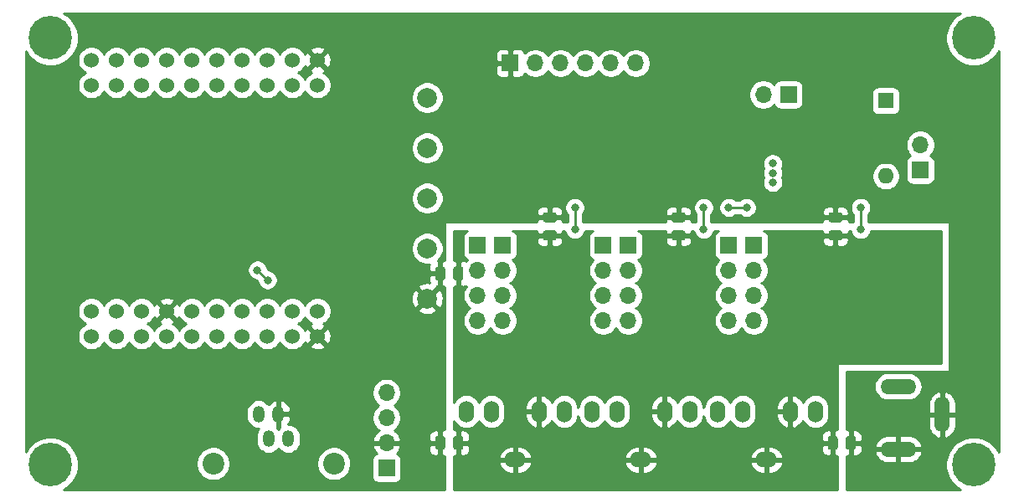
<source format=gbr>
%TF.GenerationSoftware,KiCad,Pcbnew,(5.1.10)-1*%
%TF.CreationDate,2021-09-25T03:13:22+01:00*%
%TF.ProjectId,EnergyMonitor,456e6572-6779-44d6-9f6e-69746f722e6b,v1.0*%
%TF.SameCoordinates,Original*%
%TF.FileFunction,Copper,L2,Bot*%
%TF.FilePolarity,Positive*%
%FSLAX46Y46*%
G04 Gerber Fmt 4.6, Leading zero omitted, Abs format (unit mm)*
G04 Created by KiCad (PCBNEW (5.1.10)-1) date 2021-09-25 03:13:22*
%MOMM*%
%LPD*%
G01*
G04 APERTURE LIST*
%TA.AperFunction,ComponentPad*%
%ADD10O,1.700000X1.700000*%
%TD*%
%TA.AperFunction,ComponentPad*%
%ADD11R,1.700000X1.700000*%
%TD*%
%TA.AperFunction,ComponentPad*%
%ADD12C,2.000000*%
%TD*%
%TA.AperFunction,ComponentPad*%
%ADD13C,4.400000*%
%TD*%
%TA.AperFunction,ComponentPad*%
%ADD14C,0.700000*%
%TD*%
%TA.AperFunction,ComponentPad*%
%ADD15O,1.524000X2.200000*%
%TD*%
%TA.AperFunction,ComponentPad*%
%ADD16O,2.200000X1.524000*%
%TD*%
%TA.AperFunction,ComponentPad*%
%ADD17O,1.524000X3.600000*%
%TD*%
%TA.AperFunction,ComponentPad*%
%ADD18O,3.600000X1.524000*%
%TD*%
%TA.AperFunction,ComponentPad*%
%ADD19O,1.600000X1.600000*%
%TD*%
%TA.AperFunction,ComponentPad*%
%ADD20R,1.600000X1.600000*%
%TD*%
%TA.AperFunction,ComponentPad*%
%ADD21O,1.200000X1.700000*%
%TD*%
%TA.AperFunction,ComponentPad*%
%ADD22C,2.200000*%
%TD*%
%TA.AperFunction,ComponentPad*%
%ADD23C,1.524000*%
%TD*%
%TA.AperFunction,ViaPad*%
%ADD24C,0.800000*%
%TD*%
%TA.AperFunction,Conductor*%
%ADD25C,0.250000*%
%TD*%
%TA.AperFunction,Conductor*%
%ADD26C,0.254000*%
%TD*%
%TA.AperFunction,Conductor*%
%ADD27C,0.100000*%
%TD*%
G04 APERTURE END LIST*
D10*
%TO.P,J17,6*%
%TO.N,+3V3*%
X112522000Y-81280000D03*
%TO.P,J17,5*%
%TO.N,SPI_CS*%
X109982000Y-81280000D03*
%TO.P,J17,4*%
%TO.N,SPI_MOSI*%
X107442000Y-81280000D03*
%TO.P,J17,3*%
%TO.N,SPI_CLK*%
X104902000Y-81280000D03*
%TO.P,J17,2*%
%TO.N,SPI_MISO*%
X102362000Y-81280000D03*
D11*
%TO.P,J17,1*%
%TO.N,GND*%
X99822000Y-81280000D03*
%TD*%
%TO.P,R34,2*%
%TO.N,GNDA*%
%TA.AperFunction,SMDPad,CuDef*%
G36*
G01*
X94062500Y-120147502D02*
X94062500Y-119247498D01*
G75*
G02*
X94312498Y-118997500I249998J0D01*
G01*
X94837502Y-118997500D01*
G75*
G02*
X95087500Y-119247498I0J-249998D01*
G01*
X95087500Y-120147502D01*
G75*
G02*
X94837502Y-120397500I-249998J0D01*
G01*
X94312498Y-120397500D01*
G75*
G02*
X94062500Y-120147502I0J249998D01*
G01*
G37*
%TD.AperFunction*%
%TO.P,R34,1*%
%TO.N,GND*%
%TA.AperFunction,SMDPad,CuDef*%
G36*
G01*
X92237500Y-120147502D02*
X92237500Y-119247498D01*
G75*
G02*
X92487498Y-118997500I249998J0D01*
G01*
X93012502Y-118997500D01*
G75*
G02*
X93262500Y-119247498I0J-249998D01*
G01*
X93262500Y-120147502D01*
G75*
G02*
X93012502Y-120397500I-249998J0D01*
G01*
X92487498Y-120397500D01*
G75*
G02*
X92237500Y-120147502I0J249998D01*
G01*
G37*
%TD.AperFunction*%
%TD*%
%TO.P,R33,2*%
%TO.N,GNDA*%
%TA.AperFunction,SMDPad,CuDef*%
G36*
G01*
X132950000Y-119247498D02*
X132950000Y-120147502D01*
G75*
G02*
X132700002Y-120397500I-249998J0D01*
G01*
X132174998Y-120397500D01*
G75*
G02*
X131925000Y-120147502I0J249998D01*
G01*
X131925000Y-119247498D01*
G75*
G02*
X132174998Y-118997500I249998J0D01*
G01*
X132700002Y-118997500D01*
G75*
G02*
X132950000Y-119247498I0J-249998D01*
G01*
G37*
%TD.AperFunction*%
%TO.P,R33,1*%
%TO.N,GND*%
%TA.AperFunction,SMDPad,CuDef*%
G36*
G01*
X134775000Y-119247498D02*
X134775000Y-120147502D01*
G75*
G02*
X134525002Y-120397500I-249998J0D01*
G01*
X133999998Y-120397500D01*
G75*
G02*
X133750000Y-120147502I0J249998D01*
G01*
X133750000Y-119247498D01*
G75*
G02*
X133999998Y-118997500I249998J0D01*
G01*
X134525002Y-118997500D01*
G75*
G02*
X134775000Y-119247498I0J-249998D01*
G01*
G37*
%TD.AperFunction*%
%TD*%
%TO.P,R32,2*%
%TO.N,GNDA*%
%TA.AperFunction,SMDPad,CuDef*%
G36*
G01*
X94062500Y-103002502D02*
X94062500Y-102102498D01*
G75*
G02*
X94312498Y-101852500I249998J0D01*
G01*
X94837502Y-101852500D01*
G75*
G02*
X95087500Y-102102498I0J-249998D01*
G01*
X95087500Y-103002502D01*
G75*
G02*
X94837502Y-103252500I-249998J0D01*
G01*
X94312498Y-103252500D01*
G75*
G02*
X94062500Y-103002502I0J249998D01*
G01*
G37*
%TD.AperFunction*%
%TO.P,R32,1*%
%TO.N,GND*%
%TA.AperFunction,SMDPad,CuDef*%
G36*
G01*
X92237500Y-103002502D02*
X92237500Y-102102498D01*
G75*
G02*
X92487498Y-101852500I249998J0D01*
G01*
X93012502Y-101852500D01*
G75*
G02*
X93262500Y-102102498I0J-249998D01*
G01*
X93262500Y-103002502D01*
G75*
G02*
X93012502Y-103252500I-249998J0D01*
G01*
X92487498Y-103252500D01*
G75*
G02*
X92237500Y-103002502I0J249998D01*
G01*
G37*
%TD.AperFunction*%
%TD*%
%TO.P,R31,2*%
%TO.N,GNDA*%
%TA.AperFunction,SMDPad,CuDef*%
G36*
G01*
X103372498Y-98190000D02*
X104272502Y-98190000D01*
G75*
G02*
X104522500Y-98439998I0J-249998D01*
G01*
X104522500Y-98965002D01*
G75*
G02*
X104272502Y-99215000I-249998J0D01*
G01*
X103372498Y-99215000D01*
G75*
G02*
X103122500Y-98965002I0J249998D01*
G01*
X103122500Y-98439998D01*
G75*
G02*
X103372498Y-98190000I249998J0D01*
G01*
G37*
%TD.AperFunction*%
%TO.P,R31,1*%
%TO.N,GND*%
%TA.AperFunction,SMDPad,CuDef*%
G36*
G01*
X103372498Y-96365000D02*
X104272502Y-96365000D01*
G75*
G02*
X104522500Y-96614998I0J-249998D01*
G01*
X104522500Y-97140002D01*
G75*
G02*
X104272502Y-97390000I-249998J0D01*
G01*
X103372498Y-97390000D01*
G75*
G02*
X103122500Y-97140002I0J249998D01*
G01*
X103122500Y-96614998D01*
G75*
G02*
X103372498Y-96365000I249998J0D01*
G01*
G37*
%TD.AperFunction*%
%TD*%
%TO.P,R30,2*%
%TO.N,GNDA*%
%TA.AperFunction,SMDPad,CuDef*%
G36*
G01*
X116389998Y-98190000D02*
X117290002Y-98190000D01*
G75*
G02*
X117540000Y-98439998I0J-249998D01*
G01*
X117540000Y-98965002D01*
G75*
G02*
X117290002Y-99215000I-249998J0D01*
G01*
X116389998Y-99215000D01*
G75*
G02*
X116140000Y-98965002I0J249998D01*
G01*
X116140000Y-98439998D01*
G75*
G02*
X116389998Y-98190000I249998J0D01*
G01*
G37*
%TD.AperFunction*%
%TO.P,R30,1*%
%TO.N,GND*%
%TA.AperFunction,SMDPad,CuDef*%
G36*
G01*
X116389998Y-96365000D02*
X117290002Y-96365000D01*
G75*
G02*
X117540000Y-96614998I0J-249998D01*
G01*
X117540000Y-97140002D01*
G75*
G02*
X117290002Y-97390000I-249998J0D01*
G01*
X116389998Y-97390000D01*
G75*
G02*
X116140000Y-97140002I0J249998D01*
G01*
X116140000Y-96614998D01*
G75*
G02*
X116389998Y-96365000I249998J0D01*
G01*
G37*
%TD.AperFunction*%
%TD*%
%TO.P,R15,2*%
%TO.N,GNDA*%
%TA.AperFunction,SMDPad,CuDef*%
G36*
G01*
X132264998Y-98190000D02*
X133165002Y-98190000D01*
G75*
G02*
X133415000Y-98439998I0J-249998D01*
G01*
X133415000Y-98965002D01*
G75*
G02*
X133165002Y-99215000I-249998J0D01*
G01*
X132264998Y-99215000D01*
G75*
G02*
X132015000Y-98965002I0J249998D01*
G01*
X132015000Y-98439998D01*
G75*
G02*
X132264998Y-98190000I249998J0D01*
G01*
G37*
%TD.AperFunction*%
%TO.P,R15,1*%
%TO.N,GND*%
%TA.AperFunction,SMDPad,CuDef*%
G36*
G01*
X132264998Y-96365000D02*
X133165002Y-96365000D01*
G75*
G02*
X133415000Y-96614998I0J-249998D01*
G01*
X133415000Y-97140002D01*
G75*
G02*
X133165002Y-97390000I-249998J0D01*
G01*
X132264998Y-97390000D01*
G75*
G02*
X132015000Y-97140002I0J249998D01*
G01*
X132015000Y-96614998D01*
G75*
G02*
X132264998Y-96365000I249998J0D01*
G01*
G37*
%TD.AperFunction*%
%TD*%
D12*
%TO.P,TP5,1*%
%TO.N,GND*%
X91440000Y-105092500D03*
%TD*%
%TO.P,TP4,1*%
%TO.N,ADC1_CH4*%
X91440000Y-84772500D03*
%TD*%
%TO.P,TP3,1*%
%TO.N,ADC1_CH7*%
X91440000Y-89852500D03*
%TD*%
%TO.P,TP2,1*%
%TO.N,ADC1_CH6*%
X91440000Y-94932500D03*
%TD*%
%TO.P,TP1,1*%
%TO.N,ADC1_CH5*%
X91440000Y-100012500D03*
%TD*%
D10*
%TO.P,J11,2*%
%TO.N,Net-(D1-Pad2)*%
X141287500Y-89535000D03*
D11*
%TO.P,J11,1*%
%TO.N,9V_AC*%
X141287500Y-92075000D03*
%TD*%
D13*
%TO.P,H4,1*%
%TO.N,N/C*%
X146685000Y-121920000D03*
D14*
X148335000Y-121920000D03*
X147851726Y-123086726D03*
X146685000Y-123570000D03*
X145518274Y-123086726D03*
X145035000Y-121920000D03*
X145518274Y-120753274D03*
X146685000Y-120270000D03*
X147851726Y-120753274D03*
%TD*%
D13*
%TO.P,H3,1*%
%TO.N,N/C*%
X53340000Y-121920000D03*
D14*
X54990000Y-121920000D03*
X54506726Y-123086726D03*
X53340000Y-123570000D03*
X52173274Y-123086726D03*
X51690000Y-121920000D03*
X52173274Y-120753274D03*
X53340000Y-120270000D03*
X54506726Y-120753274D03*
%TD*%
D13*
%TO.P,H2,1*%
%TO.N,N/C*%
X53340000Y-78740000D03*
D14*
X54990000Y-78740000D03*
X54506726Y-79906726D03*
X53340000Y-80390000D03*
X52173274Y-79906726D03*
X51690000Y-78740000D03*
X52173274Y-77573274D03*
X53340000Y-77090000D03*
X54506726Y-77573274D03*
%TD*%
D13*
%TO.P,H1,1*%
%TO.N,N/C*%
X146685000Y-78740000D03*
D14*
X148335000Y-78740000D03*
X147851726Y-79906726D03*
X146685000Y-80390000D03*
X145518274Y-79906726D03*
X145035000Y-78740000D03*
X145518274Y-77573274D03*
X146685000Y-77090000D03*
X147851726Y-77573274D03*
%TD*%
D15*
%TO.P,J10,TN*%
%TO.N,GNDA*%
X128143000Y-116522500D03*
D16*
%TO.P,J10,S*%
X125730000Y-121412000D03*
D15*
%TO.P,J10,T*%
%TO.N,TB3*%
X130683000Y-116522500D03*
%TO.P,J10,RN*%
%TO.N,Net-(J10-PadRN)*%
X123317000Y-116522500D03*
%TO.P,J10,R*%
%TO.N,RB3*%
X120777000Y-116522500D03*
%TD*%
%TO.P,J8,TN*%
%TO.N,GNDA*%
X115443000Y-116522500D03*
D16*
%TO.P,J8,S*%
X113030000Y-121412000D03*
D15*
%TO.P,J8,T*%
%TO.N,TB2*%
X117983000Y-116522500D03*
%TO.P,J8,RN*%
%TO.N,Net-(J8-PadRN)*%
X110617000Y-116522500D03*
%TO.P,J8,R*%
%TO.N,RB2*%
X108077000Y-116522500D03*
%TD*%
%TO.P,J9,TN*%
%TO.N,GNDA*%
X102743000Y-116522500D03*
D16*
%TO.P,J9,S*%
X100330000Y-121412000D03*
D15*
%TO.P,J9,T*%
%TO.N,TB1*%
X105283000Y-116522500D03*
%TO.P,J9,RN*%
%TO.N,Net-(J9-PadRN)*%
X97917000Y-116522500D03*
%TO.P,J9,R*%
%TO.N,RB1*%
X95377000Y-116522500D03*
%TD*%
D17*
%TO.P,J13,3*%
%TO.N,GND*%
X143510000Y-116840000D03*
D18*
%TO.P,J13,2*%
X139065000Y-120332500D03*
%TO.P,J13,1*%
%TO.N,9V_AC*%
X139065000Y-113982500D03*
%TD*%
D19*
%TO.P,D1,2*%
%TO.N,Net-(D1-Pad2)*%
X137795000Y-92710000D03*
D20*
%TO.P,D1,1*%
%TO.N,Net-(D1-Pad1)*%
X137795000Y-85090000D03*
%TD*%
D10*
%TO.P,J6,4*%
%TO.N,Net-(J6-Pad4)*%
X124460000Y-107315000D03*
%TO.P,J6,3*%
%TO.N,Net-(J6-Pad3)*%
X124460000Y-104775000D03*
%TO.P,J6,2*%
%TO.N,Net-(J6-Pad2)*%
X124460000Y-102235000D03*
D11*
%TO.P,J6,1*%
%TO.N,Net-(J6-Pad1)*%
X124460000Y-99695000D03*
%TD*%
D10*
%TO.P,J5,4*%
%TO.N,Net-(J5-Pad4)*%
X111760000Y-107315000D03*
%TO.P,J5,3*%
%TO.N,Net-(J5-Pad3)*%
X111760000Y-104775000D03*
%TO.P,J5,2*%
%TO.N,Net-(J5-Pad2)*%
X111760000Y-102235000D03*
D11*
%TO.P,J5,1*%
%TO.N,Net-(J5-Pad1)*%
X111760000Y-99695000D03*
%TD*%
D10*
%TO.P,J3,4*%
%TO.N,RB3*%
X121920000Y-107315000D03*
%TO.P,J3,3*%
X121920000Y-104775000D03*
%TO.P,J3,2*%
X121920000Y-102235000D03*
D11*
%TO.P,J3,1*%
X121920000Y-99695000D03*
%TD*%
D10*
%TO.P,J2,4*%
%TO.N,RB2*%
X109220000Y-107315000D03*
%TO.P,J2,3*%
X109220000Y-104775000D03*
%TO.P,J2,2*%
X109220000Y-102235000D03*
D11*
%TO.P,J2,1*%
X109220000Y-99695000D03*
%TD*%
D10*
%TO.P,J4,4*%
%TO.N,Net-(J4-Pad4)*%
X99060000Y-107315000D03*
%TO.P,J4,3*%
%TO.N,Net-(J4-Pad3)*%
X99060000Y-104775000D03*
%TO.P,J4,2*%
%TO.N,Net-(J4-Pad2)*%
X99060000Y-102235000D03*
D11*
%TO.P,J4,1*%
%TO.N,Net-(J4-Pad1)*%
X99060000Y-99695000D03*
%TD*%
D10*
%TO.P,J1,4*%
%TO.N,RB1*%
X96520000Y-107315000D03*
%TO.P,J1,3*%
X96520000Y-104775000D03*
%TO.P,J1,2*%
X96520000Y-102235000D03*
D11*
%TO.P,J1,1*%
X96520000Y-99695000D03*
%TD*%
D21*
%TO.P,J16,4*%
%TO.N,I2C_SDA*%
X74382500Y-116785000D03*
%TO.P,J16,3*%
%TO.N,+3V3*%
X75382500Y-119285000D03*
%TO.P,J16,2*%
%TO.N,GND*%
X76382500Y-116785000D03*
%TO.P,J16,1*%
%TO.N,I2C_SCL*%
X77382500Y-119285000D03*
D22*
%TO.P,J16,*%
%TO.N,*%
X69782500Y-121785000D03*
X81982500Y-121785000D03*
%TD*%
D23*
%TO.P,U1,21*%
%TO.N,Net-(U1-Pad21)*%
X57467500Y-108902500D03*
%TO.P,U1,23*%
%TO.N,Net-(U1-Pad23)*%
X60007500Y-108902500D03*
%TO.P,U1,25*%
%TO.N,Net-(U1-Pad25)*%
X62547500Y-108902500D03*
%TO.P,U1,27*%
%TO.N,Net-(U1-Pad27)*%
X65087500Y-108902500D03*
%TO.P,U1,29*%
%TO.N,Net-(U1-Pad29)*%
X67627500Y-108902500D03*
%TO.P,U1,31*%
%TO.N,Net-(U1-Pad31)*%
X70167500Y-108902500D03*
%TO.P,U1,33*%
%TO.N,ADC1_CH5*%
X72707500Y-108902500D03*
%TO.P,U1,35*%
%TO.N,Net-(U1-Pad35)*%
X75247500Y-108902500D03*
%TO.P,U1,37*%
%TO.N,Net-(U1-Pad37)*%
X77787500Y-108902500D03*
%TO.P,U1,39*%
%TO.N,GND*%
X80327500Y-108902500D03*
%TO.P,U1,22*%
%TO.N,Net-(U1-Pad22)*%
X57467500Y-106362500D03*
%TO.P,U1,24*%
%TO.N,Net-(U1-Pad24)*%
X60007500Y-106362500D03*
%TO.P,U1,26*%
%TO.N,Net-(U1-Pad26)*%
X62547500Y-106362500D03*
%TO.P,U1,28*%
%TO.N,GND*%
X65087500Y-106362500D03*
%TO.P,U1,30*%
%TO.N,Net-(U1-Pad30)*%
X67627500Y-106362500D03*
%TO.P,U1,32*%
%TO.N,Net-(U1-Pad32)*%
X70167500Y-106362500D03*
%TO.P,U1,34*%
%TO.N,I2C_SDA*%
X72707500Y-106362500D03*
%TO.P,U1,36*%
%TO.N,I2C_SCL*%
X75247500Y-106362500D03*
%TO.P,U1,38*%
%TO.N,Net-(U1-Pad38)*%
X77787500Y-106362500D03*
%TO.P,U1,40*%
%TO.N,Net-(U1-Pad40)*%
X80327500Y-106362500D03*
%TO.P,U1,19*%
%TO.N,Net-(U1-Pad19)*%
X57467500Y-80962500D03*
%TO.P,U1,17*%
%TO.N,Net-(U1-Pad17)*%
X60007500Y-80962500D03*
%TO.P,U1,15*%
%TO.N,Net-(U1-Pad15)*%
X62547500Y-80962500D03*
%TO.P,U1,13*%
%TO.N,Net-(U1-Pad13)*%
X65087500Y-80962500D03*
%TO.P,U1,11*%
%TO.N,ADC1_CH6*%
X67627500Y-80962500D03*
%TO.P,U1,9*%
%TO.N,ADC1_CH7*%
X70167500Y-80962500D03*
%TO.P,U1,7*%
%TO.N,ADC1_CH4*%
X72707500Y-80962500D03*
%TO.P,U1,5*%
%TO.N,Net-(U1-Pad5)*%
X75247500Y-80962500D03*
%TO.P,U1,3*%
%TO.N,Net-(U1-Pad3)*%
X77787500Y-80962500D03*
%TO.P,U1,1*%
%TO.N,GND*%
X80327500Y-80962500D03*
%TO.P,U1,20*%
%TO.N,Net-(U1-Pad20)*%
X57467500Y-83502500D03*
%TO.P,U1,18*%
%TO.N,Net-(U1-Pad18)*%
X60007500Y-83502500D03*
%TO.P,U1,16*%
%TO.N,+3V3*%
X62547500Y-83502500D03*
%TO.P,U1,14*%
%TO.N,SPI_CS*%
X65087500Y-83502500D03*
%TO.P,U1,12*%
%TO.N,SPI_MOSI*%
X67627500Y-83502500D03*
%TO.P,U1,10*%
%TO.N,SPI_MISO*%
X70167500Y-83502500D03*
%TO.P,U1,8*%
%TO.N,SPI_CLK*%
X72707500Y-83502500D03*
%TO.P,U1,6*%
%TO.N,Net-(U1-Pad6)*%
X75247500Y-83502500D03*
%TO.P,U1,4*%
%TO.N,Net-(U1-Pad4)*%
X77787500Y-83502500D03*
%TO.P,U1,2*%
%TO.N,Net-(U1-Pad2)*%
X80327500Y-83502500D03*
%TD*%
D10*
%TO.P,J15,4*%
%TO.N,I2C_SDA*%
X87312500Y-114617500D03*
%TO.P,J15,3*%
%TO.N,+3V3*%
X87312500Y-117157500D03*
%TO.P,J15,2*%
%TO.N,GND*%
X87312500Y-119697500D03*
D11*
%TO.P,J15,1*%
%TO.N,I2C_SCL*%
X87312500Y-122237500D03*
%TD*%
D10*
%TO.P,J7,2*%
%TO.N,+3V3*%
X125412500Y-84455000D03*
D11*
%TO.P,J7,1*%
%TO.N,Net-(C2-Pad1)*%
X127952500Y-84455000D03*
%TD*%
D24*
%TO.N,GND*%
X109220000Y-87122000D03*
X104140000Y-87122000D03*
X99060000Y-87122000D03*
X93980000Y-86995000D03*
X88900000Y-86995000D03*
X83820000Y-86995000D03*
X78740000Y-86995000D03*
X110172500Y-92710000D03*
X103505000Y-92710000D03*
X97790000Y-95885000D03*
X93980000Y-92075000D03*
X88900000Y-92075000D03*
X83820000Y-92075000D03*
X78740000Y-92075000D03*
X114300000Y-93980000D03*
X109220000Y-95250000D03*
X83820000Y-95567500D03*
X78740000Y-95567500D03*
X147955000Y-99695000D03*
X147955000Y-104775000D03*
X147955000Y-110807500D03*
X147955000Y-115887500D03*
X137795000Y-116522500D03*
X137795000Y-123190000D03*
X142557500Y-123190000D03*
X79692500Y-116840000D03*
X67627500Y-116840000D03*
X67627500Y-113347500D03*
X73977500Y-111760000D03*
X73025000Y-121602500D03*
X78740000Y-121602500D03*
X62230000Y-113347500D03*
X58737500Y-115252500D03*
X59690000Y-101917500D03*
X71437500Y-101282500D03*
X91440000Y-112077500D03*
X92075000Y-117157500D03*
X92075000Y-122237500D03*
X65405000Y-93980000D03*
X65405000Y-87630000D03*
X71755000Y-93345000D03*
X119697500Y-83820000D03*
X118745000Y-88582500D03*
X114935000Y-83820000D03*
X129857500Y-92392500D03*
X129857500Y-94297500D03*
X124142500Y-93027500D03*
X130175000Y-87312500D03*
X58547000Y-78740000D03*
X62484000Y-76835000D03*
X68834000Y-78994000D03*
X83820000Y-80899000D03*
X89281000Y-81915000D03*
X97282000Y-83820000D03*
X109220000Y-83439000D03*
X114300000Y-77597000D03*
X119380000Y-78740000D03*
X124460000Y-77470000D03*
X129540000Y-77470000D03*
X134620000Y-77470000D03*
X139700000Y-78740000D03*
X93980000Y-81915000D03*
X97663000Y-79629000D03*
X128270000Y-81915000D03*
X134620000Y-82550000D03*
X139700000Y-81915000D03*
X147955000Y-94615000D03*
X147955000Y-89535000D03*
X147955000Y-84455000D03*
X144780000Y-84455000D03*
X144780000Y-89535000D03*
X144462500Y-94615000D03*
X135255000Y-89535000D03*
X135255000Y-94297500D03*
X140017500Y-86995000D03*
X52705000Y-84772500D03*
X52705000Y-89852500D03*
X52705000Y-94932500D03*
X52705000Y-100012500D03*
X52705000Y-105092500D03*
X52705000Y-110172500D03*
X52705000Y-115252500D03*
X57467500Y-86995000D03*
X57467500Y-93980000D03*
X65405000Y-101282500D03*
X88265000Y-103822500D03*
X83185000Y-103822500D03*
X88265000Y-108902500D03*
X83185000Y-108902500D03*
X79057500Y-103822500D03*
X126365000Y-87630000D03*
X129857500Y-90487500D03*
X71437500Y-116522500D03*
X82867500Y-116840000D03*
X78740000Y-98425000D03*
X83820000Y-98425000D03*
X88900000Y-98425000D03*
X70167500Y-90487500D03*
X120967500Y-92710000D03*
X103759000Y-78359000D03*
X144780000Y-104775000D03*
X144780000Y-110871000D03*
X144780000Y-99314000D03*
X139954000Y-95377000D03*
%TO.N,Net-(C1-Pad1)*%
X126365000Y-93345000D03*
X126365000Y-92392500D03*
X126365000Y-91440000D03*
%TO.N,GNDA*%
X133032500Y-100330000D03*
X137287000Y-99568000D03*
X142875000Y-99377500D03*
X142875000Y-104775000D03*
X133032500Y-104775000D03*
X133032500Y-109855000D03*
X142875000Y-110807500D03*
X128270000Y-123507500D03*
X123190000Y-123507500D03*
X118110000Y-123507500D03*
X113030000Y-123507500D03*
X107950000Y-123507500D03*
X102870000Y-123507500D03*
X97790000Y-123507500D03*
X113030000Y-119062500D03*
X107950000Y-119062500D03*
X102870000Y-119062500D03*
X97790000Y-119062500D03*
X118110000Y-119062500D03*
X123190000Y-119062500D03*
X128270000Y-119062500D03*
X113030000Y-114300000D03*
X125730000Y-114300000D03*
X100330000Y-114300000D03*
X119697500Y-113665000D03*
X106997500Y-113665000D03*
X139382500Y-101282500D03*
X139382500Y-104140000D03*
X139382500Y-110807500D03*
%TO.N,ADC1_CH6*%
X106362500Y-95885000D03*
X106362500Y-98107500D03*
%TO.N,ADC1_CH7*%
X119380000Y-95885000D03*
X119380000Y-98107500D03*
%TO.N,I2C_SCL*%
X75283903Y-103223903D03*
X74258597Y-102198597D03*
%TO.N,ADC1_CH4*%
X123722500Y-95885000D03*
X135255000Y-98107500D03*
X135255000Y-95885000D03*
X121920012Y-95885000D03*
%TD*%
D25*
%TO.N,ADC1_CH6*%
X106362500Y-95885000D02*
X106362500Y-98107500D01*
%TO.N,ADC1_CH7*%
X119380000Y-95885000D02*
X119380000Y-98107500D01*
%TO.N,I2C_SCL*%
X75283903Y-103223903D02*
X74258597Y-102198597D01*
%TO.N,ADC1_CH4*%
X135255000Y-98107500D02*
X135255000Y-95885000D01*
X123722500Y-95885000D02*
X121920012Y-95885000D01*
%TD*%
D26*
%TO.N,GNDA*%
X95425820Y-98255498D02*
X95315506Y-98314463D01*
X95218815Y-98393815D01*
X95139463Y-98490506D01*
X95080498Y-98600820D01*
X95044188Y-98720518D01*
X95031928Y-98845000D01*
X95031928Y-100545000D01*
X95044188Y-100669482D01*
X95080498Y-100789180D01*
X95139463Y-100899494D01*
X95218815Y-100996185D01*
X95315506Y-101075537D01*
X95425820Y-101134502D01*
X95498380Y-101156513D01*
X95370920Y-101283973D01*
X95331680Y-101262998D01*
X95211982Y-101226688D01*
X95087500Y-101214428D01*
X94860750Y-101217500D01*
X94702000Y-101376250D01*
X94702000Y-102425500D01*
X94722000Y-102425500D01*
X94722000Y-102679500D01*
X94702000Y-102679500D01*
X94702000Y-103728750D01*
X94860750Y-103887500D01*
X95087500Y-103890572D01*
X95211982Y-103878312D01*
X95331680Y-103842002D01*
X95377248Y-103817645D01*
X95366525Y-103828368D01*
X95204010Y-104071589D01*
X95092068Y-104341842D01*
X95035000Y-104628740D01*
X95035000Y-104921260D01*
X95092068Y-105208158D01*
X95204010Y-105478411D01*
X95366525Y-105721632D01*
X95573368Y-105928475D01*
X95747760Y-106045000D01*
X95573368Y-106161525D01*
X95366525Y-106368368D01*
X95204010Y-106611589D01*
X95092068Y-106881842D01*
X95035000Y-107168740D01*
X95035000Y-107461260D01*
X95092068Y-107748158D01*
X95204010Y-108018411D01*
X95366525Y-108261632D01*
X95573368Y-108468475D01*
X95816589Y-108630990D01*
X96086842Y-108742932D01*
X96373740Y-108800000D01*
X96666260Y-108800000D01*
X96953158Y-108742932D01*
X97223411Y-108630990D01*
X97466632Y-108468475D01*
X97673475Y-108261632D01*
X97790000Y-108087240D01*
X97906525Y-108261632D01*
X98113368Y-108468475D01*
X98356589Y-108630990D01*
X98626842Y-108742932D01*
X98913740Y-108800000D01*
X99206260Y-108800000D01*
X99493158Y-108742932D01*
X99763411Y-108630990D01*
X100006632Y-108468475D01*
X100213475Y-108261632D01*
X100375990Y-108018411D01*
X100487932Y-107748158D01*
X100545000Y-107461260D01*
X100545000Y-107168740D01*
X100487932Y-106881842D01*
X100375990Y-106611589D01*
X100213475Y-106368368D01*
X100006632Y-106161525D01*
X99832240Y-106045000D01*
X100006632Y-105928475D01*
X100213475Y-105721632D01*
X100375990Y-105478411D01*
X100487932Y-105208158D01*
X100545000Y-104921260D01*
X100545000Y-104628740D01*
X100487932Y-104341842D01*
X100375990Y-104071589D01*
X100213475Y-103828368D01*
X100006632Y-103621525D01*
X99832240Y-103505000D01*
X100006632Y-103388475D01*
X100213475Y-103181632D01*
X100375990Y-102938411D01*
X100487932Y-102668158D01*
X100545000Y-102381260D01*
X100545000Y-102088740D01*
X100487932Y-101801842D01*
X100375990Y-101531589D01*
X100213475Y-101288368D01*
X100081620Y-101156513D01*
X100154180Y-101134502D01*
X100264494Y-101075537D01*
X100361185Y-100996185D01*
X100440537Y-100899494D01*
X100499502Y-100789180D01*
X100535812Y-100669482D01*
X100548072Y-100545000D01*
X100548072Y-99215000D01*
X102484428Y-99215000D01*
X102496688Y-99339482D01*
X102532998Y-99459180D01*
X102591963Y-99569494D01*
X102671315Y-99666185D01*
X102768006Y-99745537D01*
X102878320Y-99804502D01*
X102998018Y-99840812D01*
X103122500Y-99853072D01*
X103536750Y-99850000D01*
X103695500Y-99691250D01*
X103695500Y-98829500D01*
X103949500Y-98829500D01*
X103949500Y-99691250D01*
X104108250Y-99850000D01*
X104522500Y-99853072D01*
X104646982Y-99840812D01*
X104766680Y-99804502D01*
X104876994Y-99745537D01*
X104973685Y-99666185D01*
X105053037Y-99569494D01*
X105112002Y-99459180D01*
X105148312Y-99339482D01*
X105160572Y-99215000D01*
X105157500Y-98988250D01*
X104998750Y-98829500D01*
X103949500Y-98829500D01*
X103695500Y-98829500D01*
X102646250Y-98829500D01*
X102487500Y-98988250D01*
X102484428Y-99215000D01*
X100548072Y-99215000D01*
X100548072Y-98845000D01*
X100535812Y-98720518D01*
X100499502Y-98600820D01*
X100440537Y-98490506D01*
X100361185Y-98393815D01*
X100264494Y-98314463D01*
X100154180Y-98255498D01*
X100084959Y-98234500D01*
X102485031Y-98234500D01*
X102487500Y-98416750D01*
X102646250Y-98575500D01*
X103695500Y-98575500D01*
X103695500Y-98555500D01*
X103949500Y-98555500D01*
X103949500Y-98575500D01*
X104998750Y-98575500D01*
X105157500Y-98416750D01*
X105159969Y-98234500D01*
X105332485Y-98234500D01*
X105367274Y-98409398D01*
X105445295Y-98597756D01*
X105558563Y-98767274D01*
X105702726Y-98911437D01*
X105872244Y-99024705D01*
X106060602Y-99102726D01*
X106260561Y-99142500D01*
X106464439Y-99142500D01*
X106664398Y-99102726D01*
X106852756Y-99024705D01*
X107022274Y-98911437D01*
X107166437Y-98767274D01*
X107279705Y-98597756D01*
X107357726Y-98409398D01*
X107392515Y-98234500D01*
X108195041Y-98234500D01*
X108125820Y-98255498D01*
X108015506Y-98314463D01*
X107918815Y-98393815D01*
X107839463Y-98490506D01*
X107780498Y-98600820D01*
X107744188Y-98720518D01*
X107731928Y-98845000D01*
X107731928Y-100545000D01*
X107744188Y-100669482D01*
X107780498Y-100789180D01*
X107839463Y-100899494D01*
X107918815Y-100996185D01*
X108015506Y-101075537D01*
X108125820Y-101134502D01*
X108198380Y-101156513D01*
X108066525Y-101288368D01*
X107904010Y-101531589D01*
X107792068Y-101801842D01*
X107735000Y-102088740D01*
X107735000Y-102381260D01*
X107792068Y-102668158D01*
X107904010Y-102938411D01*
X108066525Y-103181632D01*
X108273368Y-103388475D01*
X108447760Y-103505000D01*
X108273368Y-103621525D01*
X108066525Y-103828368D01*
X107904010Y-104071589D01*
X107792068Y-104341842D01*
X107735000Y-104628740D01*
X107735000Y-104921260D01*
X107792068Y-105208158D01*
X107904010Y-105478411D01*
X108066525Y-105721632D01*
X108273368Y-105928475D01*
X108447760Y-106045000D01*
X108273368Y-106161525D01*
X108066525Y-106368368D01*
X107904010Y-106611589D01*
X107792068Y-106881842D01*
X107735000Y-107168740D01*
X107735000Y-107461260D01*
X107792068Y-107748158D01*
X107904010Y-108018411D01*
X108066525Y-108261632D01*
X108273368Y-108468475D01*
X108516589Y-108630990D01*
X108786842Y-108742932D01*
X109073740Y-108800000D01*
X109366260Y-108800000D01*
X109653158Y-108742932D01*
X109923411Y-108630990D01*
X110166632Y-108468475D01*
X110373475Y-108261632D01*
X110490000Y-108087240D01*
X110606525Y-108261632D01*
X110813368Y-108468475D01*
X111056589Y-108630990D01*
X111326842Y-108742932D01*
X111613740Y-108800000D01*
X111906260Y-108800000D01*
X112193158Y-108742932D01*
X112463411Y-108630990D01*
X112706632Y-108468475D01*
X112913475Y-108261632D01*
X113075990Y-108018411D01*
X113187932Y-107748158D01*
X113245000Y-107461260D01*
X113245000Y-107168740D01*
X113187932Y-106881842D01*
X113075990Y-106611589D01*
X112913475Y-106368368D01*
X112706632Y-106161525D01*
X112532240Y-106045000D01*
X112706632Y-105928475D01*
X112913475Y-105721632D01*
X113075990Y-105478411D01*
X113187932Y-105208158D01*
X113245000Y-104921260D01*
X113245000Y-104628740D01*
X113187932Y-104341842D01*
X113075990Y-104071589D01*
X112913475Y-103828368D01*
X112706632Y-103621525D01*
X112532240Y-103505000D01*
X112706632Y-103388475D01*
X112913475Y-103181632D01*
X113075990Y-102938411D01*
X113187932Y-102668158D01*
X113245000Y-102381260D01*
X113245000Y-102088740D01*
X113187932Y-101801842D01*
X113075990Y-101531589D01*
X112913475Y-101288368D01*
X112781620Y-101156513D01*
X112854180Y-101134502D01*
X112964494Y-101075537D01*
X113061185Y-100996185D01*
X113140537Y-100899494D01*
X113199502Y-100789180D01*
X113235812Y-100669482D01*
X113248072Y-100545000D01*
X113248072Y-99215000D01*
X115501928Y-99215000D01*
X115514188Y-99339482D01*
X115550498Y-99459180D01*
X115609463Y-99569494D01*
X115688815Y-99666185D01*
X115785506Y-99745537D01*
X115895820Y-99804502D01*
X116015518Y-99840812D01*
X116140000Y-99853072D01*
X116554250Y-99850000D01*
X116713000Y-99691250D01*
X116713000Y-98829500D01*
X116967000Y-98829500D01*
X116967000Y-99691250D01*
X117125750Y-99850000D01*
X117540000Y-99853072D01*
X117664482Y-99840812D01*
X117784180Y-99804502D01*
X117894494Y-99745537D01*
X117991185Y-99666185D01*
X118070537Y-99569494D01*
X118129502Y-99459180D01*
X118165812Y-99339482D01*
X118178072Y-99215000D01*
X118175000Y-98988250D01*
X118016250Y-98829500D01*
X116967000Y-98829500D01*
X116713000Y-98829500D01*
X115663750Y-98829500D01*
X115505000Y-98988250D01*
X115501928Y-99215000D01*
X113248072Y-99215000D01*
X113248072Y-98845000D01*
X113235812Y-98720518D01*
X113199502Y-98600820D01*
X113140537Y-98490506D01*
X113061185Y-98393815D01*
X112964494Y-98314463D01*
X112854180Y-98255498D01*
X112784959Y-98234500D01*
X115502531Y-98234500D01*
X115505000Y-98416750D01*
X115663750Y-98575500D01*
X116713000Y-98575500D01*
X116713000Y-98555500D01*
X116967000Y-98555500D01*
X116967000Y-98575500D01*
X118016250Y-98575500D01*
X118175000Y-98416750D01*
X118177469Y-98234500D01*
X118349985Y-98234500D01*
X118384774Y-98409398D01*
X118462795Y-98597756D01*
X118576063Y-98767274D01*
X118720226Y-98911437D01*
X118889744Y-99024705D01*
X119078102Y-99102726D01*
X119278061Y-99142500D01*
X119481939Y-99142500D01*
X119681898Y-99102726D01*
X119870256Y-99024705D01*
X120039774Y-98911437D01*
X120183937Y-98767274D01*
X120297205Y-98597756D01*
X120375226Y-98409398D01*
X120410015Y-98234500D01*
X120895041Y-98234500D01*
X120825820Y-98255498D01*
X120715506Y-98314463D01*
X120618815Y-98393815D01*
X120539463Y-98490506D01*
X120480498Y-98600820D01*
X120444188Y-98720518D01*
X120431928Y-98845000D01*
X120431928Y-100545000D01*
X120444188Y-100669482D01*
X120480498Y-100789180D01*
X120539463Y-100899494D01*
X120618815Y-100996185D01*
X120715506Y-101075537D01*
X120825820Y-101134502D01*
X120898380Y-101156513D01*
X120766525Y-101288368D01*
X120604010Y-101531589D01*
X120492068Y-101801842D01*
X120435000Y-102088740D01*
X120435000Y-102381260D01*
X120492068Y-102668158D01*
X120604010Y-102938411D01*
X120766525Y-103181632D01*
X120973368Y-103388475D01*
X121147760Y-103505000D01*
X120973368Y-103621525D01*
X120766525Y-103828368D01*
X120604010Y-104071589D01*
X120492068Y-104341842D01*
X120435000Y-104628740D01*
X120435000Y-104921260D01*
X120492068Y-105208158D01*
X120604010Y-105478411D01*
X120766525Y-105721632D01*
X120973368Y-105928475D01*
X121147760Y-106045000D01*
X120973368Y-106161525D01*
X120766525Y-106368368D01*
X120604010Y-106611589D01*
X120492068Y-106881842D01*
X120435000Y-107168740D01*
X120435000Y-107461260D01*
X120492068Y-107748158D01*
X120604010Y-108018411D01*
X120766525Y-108261632D01*
X120973368Y-108468475D01*
X121216589Y-108630990D01*
X121486842Y-108742932D01*
X121773740Y-108800000D01*
X122066260Y-108800000D01*
X122353158Y-108742932D01*
X122623411Y-108630990D01*
X122866632Y-108468475D01*
X123073475Y-108261632D01*
X123190000Y-108087240D01*
X123306525Y-108261632D01*
X123513368Y-108468475D01*
X123756589Y-108630990D01*
X124026842Y-108742932D01*
X124313740Y-108800000D01*
X124606260Y-108800000D01*
X124893158Y-108742932D01*
X125163411Y-108630990D01*
X125406632Y-108468475D01*
X125613475Y-108261632D01*
X125775990Y-108018411D01*
X125887932Y-107748158D01*
X125945000Y-107461260D01*
X125945000Y-107168740D01*
X125887932Y-106881842D01*
X125775990Y-106611589D01*
X125613475Y-106368368D01*
X125406632Y-106161525D01*
X125232240Y-106045000D01*
X125406632Y-105928475D01*
X125613475Y-105721632D01*
X125775990Y-105478411D01*
X125887932Y-105208158D01*
X125945000Y-104921260D01*
X125945000Y-104628740D01*
X125887932Y-104341842D01*
X125775990Y-104071589D01*
X125613475Y-103828368D01*
X125406632Y-103621525D01*
X125232240Y-103505000D01*
X125406632Y-103388475D01*
X125613475Y-103181632D01*
X125775990Y-102938411D01*
X125887932Y-102668158D01*
X125945000Y-102381260D01*
X125945000Y-102088740D01*
X125887932Y-101801842D01*
X125775990Y-101531589D01*
X125613475Y-101288368D01*
X125481620Y-101156513D01*
X125554180Y-101134502D01*
X125664494Y-101075537D01*
X125761185Y-100996185D01*
X125840537Y-100899494D01*
X125899502Y-100789180D01*
X125935812Y-100669482D01*
X125948072Y-100545000D01*
X125948072Y-99215000D01*
X131376928Y-99215000D01*
X131389188Y-99339482D01*
X131425498Y-99459180D01*
X131484463Y-99569494D01*
X131563815Y-99666185D01*
X131660506Y-99745537D01*
X131770820Y-99804502D01*
X131890518Y-99840812D01*
X132015000Y-99853072D01*
X132429250Y-99850000D01*
X132588000Y-99691250D01*
X132588000Y-98829500D01*
X132842000Y-98829500D01*
X132842000Y-99691250D01*
X133000750Y-99850000D01*
X133415000Y-99853072D01*
X133539482Y-99840812D01*
X133659180Y-99804502D01*
X133769494Y-99745537D01*
X133866185Y-99666185D01*
X133945537Y-99569494D01*
X134004502Y-99459180D01*
X134040812Y-99339482D01*
X134053072Y-99215000D01*
X134050000Y-98988250D01*
X133891250Y-98829500D01*
X132842000Y-98829500D01*
X132588000Y-98829500D01*
X131538750Y-98829500D01*
X131380000Y-98988250D01*
X131376928Y-99215000D01*
X125948072Y-99215000D01*
X125948072Y-98845000D01*
X125935812Y-98720518D01*
X125899502Y-98600820D01*
X125840537Y-98490506D01*
X125761185Y-98393815D01*
X125664494Y-98314463D01*
X125554180Y-98255498D01*
X125484959Y-98234500D01*
X131377531Y-98234500D01*
X131380000Y-98416750D01*
X131538750Y-98575500D01*
X132588000Y-98575500D01*
X132588000Y-98555500D01*
X132842000Y-98555500D01*
X132842000Y-98575500D01*
X133891250Y-98575500D01*
X134050000Y-98416750D01*
X134052469Y-98234500D01*
X134224985Y-98234500D01*
X134259774Y-98409398D01*
X134337795Y-98597756D01*
X134451063Y-98767274D01*
X134595226Y-98911437D01*
X134764744Y-99024705D01*
X134953102Y-99102726D01*
X135153061Y-99142500D01*
X135356939Y-99142500D01*
X135556898Y-99102726D01*
X135745256Y-99024705D01*
X135914774Y-98911437D01*
X136058937Y-98767274D01*
X136172205Y-98597756D01*
X136250226Y-98409398D01*
X136285015Y-98234500D01*
X143383000Y-98234500D01*
X143383000Y-111633000D01*
X133032500Y-111633000D01*
X133007724Y-111635440D01*
X132983899Y-111642667D01*
X132961943Y-111654403D01*
X132942697Y-111670197D01*
X132926903Y-111689443D01*
X132915167Y-111711399D01*
X132907940Y-111735224D01*
X132905500Y-111760000D01*
X132905500Y-118360031D01*
X132723250Y-118362500D01*
X132564500Y-118521250D01*
X132564500Y-119570500D01*
X132584500Y-119570500D01*
X132584500Y-119824500D01*
X132564500Y-119824500D01*
X132564500Y-120873750D01*
X132723250Y-121032500D01*
X132905500Y-121034969D01*
X132905500Y-124435000D01*
X94107000Y-124435000D01*
X94107000Y-121755070D01*
X98637780Y-121755070D01*
X98652738Y-121829276D01*
X98759878Y-122082535D01*
X98914368Y-122310026D01*
X99110271Y-122503006D01*
X99340058Y-122654059D01*
X99594899Y-122757381D01*
X99865000Y-122809000D01*
X100203000Y-122809000D01*
X100203000Y-121539000D01*
X100457000Y-121539000D01*
X100457000Y-122809000D01*
X100795000Y-122809000D01*
X101065101Y-122757381D01*
X101319942Y-122654059D01*
X101549729Y-122503006D01*
X101745632Y-122310026D01*
X101900122Y-122082535D01*
X102007262Y-121829276D01*
X102022220Y-121755070D01*
X111337780Y-121755070D01*
X111352738Y-121829276D01*
X111459878Y-122082535D01*
X111614368Y-122310026D01*
X111810271Y-122503006D01*
X112040058Y-122654059D01*
X112294899Y-122757381D01*
X112565000Y-122809000D01*
X112903000Y-122809000D01*
X112903000Y-121539000D01*
X113157000Y-121539000D01*
X113157000Y-122809000D01*
X113495000Y-122809000D01*
X113765101Y-122757381D01*
X114019942Y-122654059D01*
X114249729Y-122503006D01*
X114445632Y-122310026D01*
X114600122Y-122082535D01*
X114707262Y-121829276D01*
X114722220Y-121755070D01*
X124037780Y-121755070D01*
X124052738Y-121829276D01*
X124159878Y-122082535D01*
X124314368Y-122310026D01*
X124510271Y-122503006D01*
X124740058Y-122654059D01*
X124994899Y-122757381D01*
X125265000Y-122809000D01*
X125603000Y-122809000D01*
X125603000Y-121539000D01*
X125857000Y-121539000D01*
X125857000Y-122809000D01*
X126195000Y-122809000D01*
X126465101Y-122757381D01*
X126719942Y-122654059D01*
X126949729Y-122503006D01*
X127145632Y-122310026D01*
X127300122Y-122082535D01*
X127407262Y-121829276D01*
X127422220Y-121755070D01*
X127299720Y-121539000D01*
X125857000Y-121539000D01*
X125603000Y-121539000D01*
X124160280Y-121539000D01*
X124037780Y-121755070D01*
X114722220Y-121755070D01*
X114599720Y-121539000D01*
X113157000Y-121539000D01*
X112903000Y-121539000D01*
X111460280Y-121539000D01*
X111337780Y-121755070D01*
X102022220Y-121755070D01*
X101899720Y-121539000D01*
X100457000Y-121539000D01*
X100203000Y-121539000D01*
X98760280Y-121539000D01*
X98637780Y-121755070D01*
X94107000Y-121755070D01*
X94107000Y-121068930D01*
X98637780Y-121068930D01*
X98760280Y-121285000D01*
X100203000Y-121285000D01*
X100203000Y-120015000D01*
X100457000Y-120015000D01*
X100457000Y-121285000D01*
X101899720Y-121285000D01*
X102022220Y-121068930D01*
X111337780Y-121068930D01*
X111460280Y-121285000D01*
X112903000Y-121285000D01*
X112903000Y-120015000D01*
X113157000Y-120015000D01*
X113157000Y-121285000D01*
X114599720Y-121285000D01*
X114722220Y-121068930D01*
X124037780Y-121068930D01*
X124160280Y-121285000D01*
X125603000Y-121285000D01*
X125603000Y-120015000D01*
X125857000Y-120015000D01*
X125857000Y-121285000D01*
X127299720Y-121285000D01*
X127422220Y-121068930D01*
X127407262Y-120994724D01*
X127300122Y-120741465D01*
X127145632Y-120513974D01*
X127027394Y-120397500D01*
X131286928Y-120397500D01*
X131299188Y-120521982D01*
X131335498Y-120641680D01*
X131394463Y-120751994D01*
X131473815Y-120848685D01*
X131570506Y-120928037D01*
X131680820Y-120987002D01*
X131800518Y-121023312D01*
X131925000Y-121035572D01*
X132151750Y-121032500D01*
X132310500Y-120873750D01*
X132310500Y-119824500D01*
X131448750Y-119824500D01*
X131290000Y-119983250D01*
X131286928Y-120397500D01*
X127027394Y-120397500D01*
X126949729Y-120320994D01*
X126719942Y-120169941D01*
X126465101Y-120066619D01*
X126195000Y-120015000D01*
X125857000Y-120015000D01*
X125603000Y-120015000D01*
X125265000Y-120015000D01*
X124994899Y-120066619D01*
X124740058Y-120169941D01*
X124510271Y-120320994D01*
X124314368Y-120513974D01*
X124159878Y-120741465D01*
X124052738Y-120994724D01*
X124037780Y-121068930D01*
X114722220Y-121068930D01*
X114707262Y-120994724D01*
X114600122Y-120741465D01*
X114445632Y-120513974D01*
X114249729Y-120320994D01*
X114019942Y-120169941D01*
X113765101Y-120066619D01*
X113495000Y-120015000D01*
X113157000Y-120015000D01*
X112903000Y-120015000D01*
X112565000Y-120015000D01*
X112294899Y-120066619D01*
X112040058Y-120169941D01*
X111810271Y-120320994D01*
X111614368Y-120513974D01*
X111459878Y-120741465D01*
X111352738Y-120994724D01*
X111337780Y-121068930D01*
X102022220Y-121068930D01*
X102007262Y-120994724D01*
X101900122Y-120741465D01*
X101745632Y-120513974D01*
X101549729Y-120320994D01*
X101319942Y-120169941D01*
X101065101Y-120066619D01*
X100795000Y-120015000D01*
X100457000Y-120015000D01*
X100203000Y-120015000D01*
X99865000Y-120015000D01*
X99594899Y-120066619D01*
X99340058Y-120169941D01*
X99110271Y-120320994D01*
X98914368Y-120513974D01*
X98759878Y-120741465D01*
X98652738Y-120994724D01*
X98637780Y-121068930D01*
X94107000Y-121068930D01*
X94107000Y-121034969D01*
X94289250Y-121032500D01*
X94448000Y-120873750D01*
X94448000Y-119824500D01*
X94702000Y-119824500D01*
X94702000Y-120873750D01*
X94860750Y-121032500D01*
X95087500Y-121035572D01*
X95211982Y-121023312D01*
X95331680Y-120987002D01*
X95441994Y-120928037D01*
X95538685Y-120848685D01*
X95618037Y-120751994D01*
X95677002Y-120641680D01*
X95713312Y-120521982D01*
X95725572Y-120397500D01*
X95722500Y-119983250D01*
X95563750Y-119824500D01*
X94702000Y-119824500D01*
X94448000Y-119824500D01*
X94428000Y-119824500D01*
X94428000Y-119570500D01*
X94448000Y-119570500D01*
X94448000Y-118521250D01*
X94702000Y-118521250D01*
X94702000Y-119570500D01*
X95563750Y-119570500D01*
X95722500Y-119411750D01*
X95725572Y-118997500D01*
X131286928Y-118997500D01*
X131290000Y-119411750D01*
X131448750Y-119570500D01*
X132310500Y-119570500D01*
X132310500Y-118521250D01*
X132151750Y-118362500D01*
X131925000Y-118359428D01*
X131800518Y-118371688D01*
X131680820Y-118407998D01*
X131570506Y-118466963D01*
X131473815Y-118546315D01*
X131394463Y-118643006D01*
X131335498Y-118753320D01*
X131299188Y-118873018D01*
X131286928Y-118997500D01*
X95725572Y-118997500D01*
X95713312Y-118873018D01*
X95677002Y-118753320D01*
X95618037Y-118643006D01*
X95538685Y-118546315D01*
X95441994Y-118466963D01*
X95331680Y-118407998D01*
X95211982Y-118371688D01*
X95087500Y-118359428D01*
X94860750Y-118362500D01*
X94702000Y-118521250D01*
X94448000Y-118521250D01*
X94289250Y-118362500D01*
X94107000Y-118360031D01*
X94107000Y-117448029D01*
X94209817Y-117640386D01*
X94384392Y-117853107D01*
X94597113Y-118027683D01*
X94839805Y-118157404D01*
X95103140Y-118237286D01*
X95377000Y-118264259D01*
X95650859Y-118237286D01*
X95914194Y-118157404D01*
X96156886Y-118027683D01*
X96369607Y-117853108D01*
X96544183Y-117640387D01*
X96647000Y-117448029D01*
X96749817Y-117640386D01*
X96924392Y-117853107D01*
X97137113Y-118027683D01*
X97379805Y-118157404D01*
X97643140Y-118237286D01*
X97917000Y-118264259D01*
X98190859Y-118237286D01*
X98454194Y-118157404D01*
X98696886Y-118027683D01*
X98909607Y-117853108D01*
X99084183Y-117640387D01*
X99213904Y-117397695D01*
X99293786Y-117134360D01*
X99314000Y-116929125D01*
X99314000Y-116649500D01*
X101346000Y-116649500D01*
X101346000Y-116987500D01*
X101397619Y-117257601D01*
X101500941Y-117512442D01*
X101651994Y-117742229D01*
X101844974Y-117938132D01*
X102072465Y-118092622D01*
X102325724Y-118199762D01*
X102399930Y-118214720D01*
X102616000Y-118092220D01*
X102616000Y-116649500D01*
X101346000Y-116649500D01*
X99314000Y-116649500D01*
X99314000Y-116115876D01*
X99308251Y-116057500D01*
X101346000Y-116057500D01*
X101346000Y-116395500D01*
X102616000Y-116395500D01*
X102616000Y-114952780D01*
X102870000Y-114952780D01*
X102870000Y-116395500D01*
X102890000Y-116395500D01*
X102890000Y-116649500D01*
X102870000Y-116649500D01*
X102870000Y-118092220D01*
X103086070Y-118214720D01*
X103160276Y-118199762D01*
X103413535Y-118092622D01*
X103641026Y-117938132D01*
X103834006Y-117742229D01*
X103985059Y-117512442D01*
X104011962Y-117446086D01*
X104115817Y-117640386D01*
X104290392Y-117853107D01*
X104503113Y-118027683D01*
X104745805Y-118157404D01*
X105009140Y-118237286D01*
X105283000Y-118264259D01*
X105556859Y-118237286D01*
X105820194Y-118157404D01*
X106062886Y-118027683D01*
X106275607Y-117853108D01*
X106450183Y-117640387D01*
X106579904Y-117397695D01*
X106659786Y-117134360D01*
X106680000Y-116929125D01*
X106700214Y-117134359D01*
X106780096Y-117397694D01*
X106909817Y-117640386D01*
X107084392Y-117853107D01*
X107297113Y-118027683D01*
X107539805Y-118157404D01*
X107803140Y-118237286D01*
X108077000Y-118264259D01*
X108350859Y-118237286D01*
X108614194Y-118157404D01*
X108856886Y-118027683D01*
X109069607Y-117853108D01*
X109244183Y-117640387D01*
X109347000Y-117448029D01*
X109449817Y-117640386D01*
X109624392Y-117853107D01*
X109837113Y-118027683D01*
X110079805Y-118157404D01*
X110343140Y-118237286D01*
X110617000Y-118264259D01*
X110890859Y-118237286D01*
X111154194Y-118157404D01*
X111396886Y-118027683D01*
X111609607Y-117853108D01*
X111784183Y-117640387D01*
X111913904Y-117397695D01*
X111993786Y-117134360D01*
X112014000Y-116929125D01*
X112014000Y-116649500D01*
X114046000Y-116649500D01*
X114046000Y-116987500D01*
X114097619Y-117257601D01*
X114200941Y-117512442D01*
X114351994Y-117742229D01*
X114544974Y-117938132D01*
X114772465Y-118092622D01*
X115025724Y-118199762D01*
X115099930Y-118214720D01*
X115316000Y-118092220D01*
X115316000Y-116649500D01*
X114046000Y-116649500D01*
X112014000Y-116649500D01*
X112014000Y-116115876D01*
X112008251Y-116057500D01*
X114046000Y-116057500D01*
X114046000Y-116395500D01*
X115316000Y-116395500D01*
X115316000Y-114952780D01*
X115570000Y-114952780D01*
X115570000Y-116395500D01*
X115590000Y-116395500D01*
X115590000Y-116649500D01*
X115570000Y-116649500D01*
X115570000Y-118092220D01*
X115786070Y-118214720D01*
X115860276Y-118199762D01*
X116113535Y-118092622D01*
X116341026Y-117938132D01*
X116534006Y-117742229D01*
X116685059Y-117512442D01*
X116711962Y-117446086D01*
X116815817Y-117640386D01*
X116990392Y-117853107D01*
X117203113Y-118027683D01*
X117445805Y-118157404D01*
X117709140Y-118237286D01*
X117983000Y-118264259D01*
X118256859Y-118237286D01*
X118520194Y-118157404D01*
X118762886Y-118027683D01*
X118975607Y-117853108D01*
X119150183Y-117640387D01*
X119279904Y-117397695D01*
X119359786Y-117134360D01*
X119380000Y-116929125D01*
X119400214Y-117134359D01*
X119480096Y-117397694D01*
X119609817Y-117640386D01*
X119784392Y-117853107D01*
X119997113Y-118027683D01*
X120239805Y-118157404D01*
X120503140Y-118237286D01*
X120777000Y-118264259D01*
X121050859Y-118237286D01*
X121314194Y-118157404D01*
X121556886Y-118027683D01*
X121769607Y-117853108D01*
X121944183Y-117640387D01*
X122047000Y-117448029D01*
X122149817Y-117640386D01*
X122324392Y-117853107D01*
X122537113Y-118027683D01*
X122779805Y-118157404D01*
X123043140Y-118237286D01*
X123317000Y-118264259D01*
X123590859Y-118237286D01*
X123854194Y-118157404D01*
X124096886Y-118027683D01*
X124309607Y-117853108D01*
X124484183Y-117640387D01*
X124613904Y-117397695D01*
X124693786Y-117134360D01*
X124714000Y-116929125D01*
X124714000Y-116649500D01*
X126746000Y-116649500D01*
X126746000Y-116987500D01*
X126797619Y-117257601D01*
X126900941Y-117512442D01*
X127051994Y-117742229D01*
X127244974Y-117938132D01*
X127472465Y-118092622D01*
X127725724Y-118199762D01*
X127799930Y-118214720D01*
X128016000Y-118092220D01*
X128016000Y-116649500D01*
X126746000Y-116649500D01*
X124714000Y-116649500D01*
X124714000Y-116115876D01*
X124708251Y-116057500D01*
X126746000Y-116057500D01*
X126746000Y-116395500D01*
X128016000Y-116395500D01*
X128016000Y-114952780D01*
X128270000Y-114952780D01*
X128270000Y-116395500D01*
X128290000Y-116395500D01*
X128290000Y-116649500D01*
X128270000Y-116649500D01*
X128270000Y-118092220D01*
X128486070Y-118214720D01*
X128560276Y-118199762D01*
X128813535Y-118092622D01*
X129041026Y-117938132D01*
X129234006Y-117742229D01*
X129385059Y-117512442D01*
X129411962Y-117446086D01*
X129515817Y-117640386D01*
X129690392Y-117853107D01*
X129903113Y-118027683D01*
X130145805Y-118157404D01*
X130409140Y-118237286D01*
X130683000Y-118264259D01*
X130956859Y-118237286D01*
X131220194Y-118157404D01*
X131462886Y-118027683D01*
X131675607Y-117853108D01*
X131850183Y-117640387D01*
X131979904Y-117397695D01*
X132059786Y-117134360D01*
X132080000Y-116929125D01*
X132080000Y-116115876D01*
X132059786Y-115910641D01*
X131979904Y-115647305D01*
X131850183Y-115404613D01*
X131675608Y-115191892D01*
X131462887Y-115017317D01*
X131220195Y-114887596D01*
X130956860Y-114807714D01*
X130683000Y-114780741D01*
X130409141Y-114807714D01*
X130145806Y-114887596D01*
X129903114Y-115017317D01*
X129690393Y-115191892D01*
X129515817Y-115404613D01*
X129411962Y-115598913D01*
X129385059Y-115532558D01*
X129234006Y-115302771D01*
X129041026Y-115106868D01*
X128813535Y-114952378D01*
X128560276Y-114845238D01*
X128486070Y-114830280D01*
X128270000Y-114952780D01*
X128016000Y-114952780D01*
X127799930Y-114830280D01*
X127725724Y-114845238D01*
X127472465Y-114952378D01*
X127244974Y-115106868D01*
X127051994Y-115302771D01*
X126900941Y-115532558D01*
X126797619Y-115787399D01*
X126746000Y-116057500D01*
X124708251Y-116057500D01*
X124693786Y-115910641D01*
X124613904Y-115647305D01*
X124484183Y-115404613D01*
X124309608Y-115191892D01*
X124096887Y-115017317D01*
X123854195Y-114887596D01*
X123590860Y-114807714D01*
X123317000Y-114780741D01*
X123043141Y-114807714D01*
X122779806Y-114887596D01*
X122537114Y-115017317D01*
X122324393Y-115191892D01*
X122149817Y-115404613D01*
X122047000Y-115596971D01*
X121944183Y-115404613D01*
X121769608Y-115191892D01*
X121556887Y-115017317D01*
X121314195Y-114887596D01*
X121050860Y-114807714D01*
X120777000Y-114780741D01*
X120503141Y-114807714D01*
X120239806Y-114887596D01*
X119997114Y-115017317D01*
X119784393Y-115191892D01*
X119609817Y-115404613D01*
X119480096Y-115647305D01*
X119400214Y-115910640D01*
X119380000Y-116115875D01*
X119359786Y-115910641D01*
X119279904Y-115647305D01*
X119150183Y-115404613D01*
X118975608Y-115191892D01*
X118762887Y-115017317D01*
X118520195Y-114887596D01*
X118256860Y-114807714D01*
X117983000Y-114780741D01*
X117709141Y-114807714D01*
X117445806Y-114887596D01*
X117203114Y-115017317D01*
X116990393Y-115191892D01*
X116815817Y-115404613D01*
X116711962Y-115598913D01*
X116685059Y-115532558D01*
X116534006Y-115302771D01*
X116341026Y-115106868D01*
X116113535Y-114952378D01*
X115860276Y-114845238D01*
X115786070Y-114830280D01*
X115570000Y-114952780D01*
X115316000Y-114952780D01*
X115099930Y-114830280D01*
X115025724Y-114845238D01*
X114772465Y-114952378D01*
X114544974Y-115106868D01*
X114351994Y-115302771D01*
X114200941Y-115532558D01*
X114097619Y-115787399D01*
X114046000Y-116057500D01*
X112008251Y-116057500D01*
X111993786Y-115910641D01*
X111913904Y-115647305D01*
X111784183Y-115404613D01*
X111609608Y-115191892D01*
X111396887Y-115017317D01*
X111154195Y-114887596D01*
X110890860Y-114807714D01*
X110617000Y-114780741D01*
X110343141Y-114807714D01*
X110079806Y-114887596D01*
X109837114Y-115017317D01*
X109624393Y-115191892D01*
X109449817Y-115404613D01*
X109347000Y-115596971D01*
X109244183Y-115404613D01*
X109069608Y-115191892D01*
X108856887Y-115017317D01*
X108614195Y-114887596D01*
X108350860Y-114807714D01*
X108077000Y-114780741D01*
X107803141Y-114807714D01*
X107539806Y-114887596D01*
X107297114Y-115017317D01*
X107084393Y-115191892D01*
X106909817Y-115404613D01*
X106780096Y-115647305D01*
X106700214Y-115910640D01*
X106680000Y-116115875D01*
X106659786Y-115910641D01*
X106579904Y-115647305D01*
X106450183Y-115404613D01*
X106275608Y-115191892D01*
X106062887Y-115017317D01*
X105820195Y-114887596D01*
X105556860Y-114807714D01*
X105283000Y-114780741D01*
X105009141Y-114807714D01*
X104745806Y-114887596D01*
X104503114Y-115017317D01*
X104290393Y-115191892D01*
X104115817Y-115404613D01*
X104011962Y-115598913D01*
X103985059Y-115532558D01*
X103834006Y-115302771D01*
X103641026Y-115106868D01*
X103413535Y-114952378D01*
X103160276Y-114845238D01*
X103086070Y-114830280D01*
X102870000Y-114952780D01*
X102616000Y-114952780D01*
X102399930Y-114830280D01*
X102325724Y-114845238D01*
X102072465Y-114952378D01*
X101844974Y-115106868D01*
X101651994Y-115302771D01*
X101500941Y-115532558D01*
X101397619Y-115787399D01*
X101346000Y-116057500D01*
X99308251Y-116057500D01*
X99293786Y-115910641D01*
X99213904Y-115647305D01*
X99084183Y-115404613D01*
X98909608Y-115191892D01*
X98696887Y-115017317D01*
X98454195Y-114887596D01*
X98190860Y-114807714D01*
X97917000Y-114780741D01*
X97643141Y-114807714D01*
X97379806Y-114887596D01*
X97137114Y-115017317D01*
X96924393Y-115191892D01*
X96749817Y-115404613D01*
X96647000Y-115596971D01*
X96544183Y-115404613D01*
X96369608Y-115191892D01*
X96156887Y-115017317D01*
X95914195Y-114887596D01*
X95650860Y-114807714D01*
X95377000Y-114780741D01*
X95103141Y-114807714D01*
X94839806Y-114887596D01*
X94597114Y-115017317D01*
X94384393Y-115191892D01*
X94209817Y-115404613D01*
X94107000Y-115596971D01*
X94107000Y-103889969D01*
X94289250Y-103887500D01*
X94448000Y-103728750D01*
X94448000Y-102679500D01*
X94428000Y-102679500D01*
X94428000Y-102425500D01*
X94448000Y-102425500D01*
X94448000Y-101376250D01*
X94289250Y-101217500D01*
X94107000Y-101215031D01*
X94107000Y-98234500D01*
X95495041Y-98234500D01*
X95425820Y-98255498D01*
%TA.AperFunction,Conductor*%
D27*
G36*
X95425820Y-98255498D02*
G01*
X95315506Y-98314463D01*
X95218815Y-98393815D01*
X95139463Y-98490506D01*
X95080498Y-98600820D01*
X95044188Y-98720518D01*
X95031928Y-98845000D01*
X95031928Y-100545000D01*
X95044188Y-100669482D01*
X95080498Y-100789180D01*
X95139463Y-100899494D01*
X95218815Y-100996185D01*
X95315506Y-101075537D01*
X95425820Y-101134502D01*
X95498380Y-101156513D01*
X95370920Y-101283973D01*
X95331680Y-101262998D01*
X95211982Y-101226688D01*
X95087500Y-101214428D01*
X94860750Y-101217500D01*
X94702000Y-101376250D01*
X94702000Y-102425500D01*
X94722000Y-102425500D01*
X94722000Y-102679500D01*
X94702000Y-102679500D01*
X94702000Y-103728750D01*
X94860750Y-103887500D01*
X95087500Y-103890572D01*
X95211982Y-103878312D01*
X95331680Y-103842002D01*
X95377248Y-103817645D01*
X95366525Y-103828368D01*
X95204010Y-104071589D01*
X95092068Y-104341842D01*
X95035000Y-104628740D01*
X95035000Y-104921260D01*
X95092068Y-105208158D01*
X95204010Y-105478411D01*
X95366525Y-105721632D01*
X95573368Y-105928475D01*
X95747760Y-106045000D01*
X95573368Y-106161525D01*
X95366525Y-106368368D01*
X95204010Y-106611589D01*
X95092068Y-106881842D01*
X95035000Y-107168740D01*
X95035000Y-107461260D01*
X95092068Y-107748158D01*
X95204010Y-108018411D01*
X95366525Y-108261632D01*
X95573368Y-108468475D01*
X95816589Y-108630990D01*
X96086842Y-108742932D01*
X96373740Y-108800000D01*
X96666260Y-108800000D01*
X96953158Y-108742932D01*
X97223411Y-108630990D01*
X97466632Y-108468475D01*
X97673475Y-108261632D01*
X97790000Y-108087240D01*
X97906525Y-108261632D01*
X98113368Y-108468475D01*
X98356589Y-108630990D01*
X98626842Y-108742932D01*
X98913740Y-108800000D01*
X99206260Y-108800000D01*
X99493158Y-108742932D01*
X99763411Y-108630990D01*
X100006632Y-108468475D01*
X100213475Y-108261632D01*
X100375990Y-108018411D01*
X100487932Y-107748158D01*
X100545000Y-107461260D01*
X100545000Y-107168740D01*
X100487932Y-106881842D01*
X100375990Y-106611589D01*
X100213475Y-106368368D01*
X100006632Y-106161525D01*
X99832240Y-106045000D01*
X100006632Y-105928475D01*
X100213475Y-105721632D01*
X100375990Y-105478411D01*
X100487932Y-105208158D01*
X100545000Y-104921260D01*
X100545000Y-104628740D01*
X100487932Y-104341842D01*
X100375990Y-104071589D01*
X100213475Y-103828368D01*
X100006632Y-103621525D01*
X99832240Y-103505000D01*
X100006632Y-103388475D01*
X100213475Y-103181632D01*
X100375990Y-102938411D01*
X100487932Y-102668158D01*
X100545000Y-102381260D01*
X100545000Y-102088740D01*
X100487932Y-101801842D01*
X100375990Y-101531589D01*
X100213475Y-101288368D01*
X100081620Y-101156513D01*
X100154180Y-101134502D01*
X100264494Y-101075537D01*
X100361185Y-100996185D01*
X100440537Y-100899494D01*
X100499502Y-100789180D01*
X100535812Y-100669482D01*
X100548072Y-100545000D01*
X100548072Y-99215000D01*
X102484428Y-99215000D01*
X102496688Y-99339482D01*
X102532998Y-99459180D01*
X102591963Y-99569494D01*
X102671315Y-99666185D01*
X102768006Y-99745537D01*
X102878320Y-99804502D01*
X102998018Y-99840812D01*
X103122500Y-99853072D01*
X103536750Y-99850000D01*
X103695500Y-99691250D01*
X103695500Y-98829500D01*
X103949500Y-98829500D01*
X103949500Y-99691250D01*
X104108250Y-99850000D01*
X104522500Y-99853072D01*
X104646982Y-99840812D01*
X104766680Y-99804502D01*
X104876994Y-99745537D01*
X104973685Y-99666185D01*
X105053037Y-99569494D01*
X105112002Y-99459180D01*
X105148312Y-99339482D01*
X105160572Y-99215000D01*
X105157500Y-98988250D01*
X104998750Y-98829500D01*
X103949500Y-98829500D01*
X103695500Y-98829500D01*
X102646250Y-98829500D01*
X102487500Y-98988250D01*
X102484428Y-99215000D01*
X100548072Y-99215000D01*
X100548072Y-98845000D01*
X100535812Y-98720518D01*
X100499502Y-98600820D01*
X100440537Y-98490506D01*
X100361185Y-98393815D01*
X100264494Y-98314463D01*
X100154180Y-98255498D01*
X100084959Y-98234500D01*
X102485031Y-98234500D01*
X102487500Y-98416750D01*
X102646250Y-98575500D01*
X103695500Y-98575500D01*
X103695500Y-98555500D01*
X103949500Y-98555500D01*
X103949500Y-98575500D01*
X104998750Y-98575500D01*
X105157500Y-98416750D01*
X105159969Y-98234500D01*
X105332485Y-98234500D01*
X105367274Y-98409398D01*
X105445295Y-98597756D01*
X105558563Y-98767274D01*
X105702726Y-98911437D01*
X105872244Y-99024705D01*
X106060602Y-99102726D01*
X106260561Y-99142500D01*
X106464439Y-99142500D01*
X106664398Y-99102726D01*
X106852756Y-99024705D01*
X107022274Y-98911437D01*
X107166437Y-98767274D01*
X107279705Y-98597756D01*
X107357726Y-98409398D01*
X107392515Y-98234500D01*
X108195041Y-98234500D01*
X108125820Y-98255498D01*
X108015506Y-98314463D01*
X107918815Y-98393815D01*
X107839463Y-98490506D01*
X107780498Y-98600820D01*
X107744188Y-98720518D01*
X107731928Y-98845000D01*
X107731928Y-100545000D01*
X107744188Y-100669482D01*
X107780498Y-100789180D01*
X107839463Y-100899494D01*
X107918815Y-100996185D01*
X108015506Y-101075537D01*
X108125820Y-101134502D01*
X108198380Y-101156513D01*
X108066525Y-101288368D01*
X107904010Y-101531589D01*
X107792068Y-101801842D01*
X107735000Y-102088740D01*
X107735000Y-102381260D01*
X107792068Y-102668158D01*
X107904010Y-102938411D01*
X108066525Y-103181632D01*
X108273368Y-103388475D01*
X108447760Y-103505000D01*
X108273368Y-103621525D01*
X108066525Y-103828368D01*
X107904010Y-104071589D01*
X107792068Y-104341842D01*
X107735000Y-104628740D01*
X107735000Y-104921260D01*
X107792068Y-105208158D01*
X107904010Y-105478411D01*
X108066525Y-105721632D01*
X108273368Y-105928475D01*
X108447760Y-106045000D01*
X108273368Y-106161525D01*
X108066525Y-106368368D01*
X107904010Y-106611589D01*
X107792068Y-106881842D01*
X107735000Y-107168740D01*
X107735000Y-107461260D01*
X107792068Y-107748158D01*
X107904010Y-108018411D01*
X108066525Y-108261632D01*
X108273368Y-108468475D01*
X108516589Y-108630990D01*
X108786842Y-108742932D01*
X109073740Y-108800000D01*
X109366260Y-108800000D01*
X109653158Y-108742932D01*
X109923411Y-108630990D01*
X110166632Y-108468475D01*
X110373475Y-108261632D01*
X110490000Y-108087240D01*
X110606525Y-108261632D01*
X110813368Y-108468475D01*
X111056589Y-108630990D01*
X111326842Y-108742932D01*
X111613740Y-108800000D01*
X111906260Y-108800000D01*
X112193158Y-108742932D01*
X112463411Y-108630990D01*
X112706632Y-108468475D01*
X112913475Y-108261632D01*
X113075990Y-108018411D01*
X113187932Y-107748158D01*
X113245000Y-107461260D01*
X113245000Y-107168740D01*
X113187932Y-106881842D01*
X113075990Y-106611589D01*
X112913475Y-106368368D01*
X112706632Y-106161525D01*
X112532240Y-106045000D01*
X112706632Y-105928475D01*
X112913475Y-105721632D01*
X113075990Y-105478411D01*
X113187932Y-105208158D01*
X113245000Y-104921260D01*
X113245000Y-104628740D01*
X113187932Y-104341842D01*
X113075990Y-104071589D01*
X112913475Y-103828368D01*
X112706632Y-103621525D01*
X112532240Y-103505000D01*
X112706632Y-103388475D01*
X112913475Y-103181632D01*
X113075990Y-102938411D01*
X113187932Y-102668158D01*
X113245000Y-102381260D01*
X113245000Y-102088740D01*
X113187932Y-101801842D01*
X113075990Y-101531589D01*
X112913475Y-101288368D01*
X112781620Y-101156513D01*
X112854180Y-101134502D01*
X112964494Y-101075537D01*
X113061185Y-100996185D01*
X113140537Y-100899494D01*
X113199502Y-100789180D01*
X113235812Y-100669482D01*
X113248072Y-100545000D01*
X113248072Y-99215000D01*
X115501928Y-99215000D01*
X115514188Y-99339482D01*
X115550498Y-99459180D01*
X115609463Y-99569494D01*
X115688815Y-99666185D01*
X115785506Y-99745537D01*
X115895820Y-99804502D01*
X116015518Y-99840812D01*
X116140000Y-99853072D01*
X116554250Y-99850000D01*
X116713000Y-99691250D01*
X116713000Y-98829500D01*
X116967000Y-98829500D01*
X116967000Y-99691250D01*
X117125750Y-99850000D01*
X117540000Y-99853072D01*
X117664482Y-99840812D01*
X117784180Y-99804502D01*
X117894494Y-99745537D01*
X117991185Y-99666185D01*
X118070537Y-99569494D01*
X118129502Y-99459180D01*
X118165812Y-99339482D01*
X118178072Y-99215000D01*
X118175000Y-98988250D01*
X118016250Y-98829500D01*
X116967000Y-98829500D01*
X116713000Y-98829500D01*
X115663750Y-98829500D01*
X115505000Y-98988250D01*
X115501928Y-99215000D01*
X113248072Y-99215000D01*
X113248072Y-98845000D01*
X113235812Y-98720518D01*
X113199502Y-98600820D01*
X113140537Y-98490506D01*
X113061185Y-98393815D01*
X112964494Y-98314463D01*
X112854180Y-98255498D01*
X112784959Y-98234500D01*
X115502531Y-98234500D01*
X115505000Y-98416750D01*
X115663750Y-98575500D01*
X116713000Y-98575500D01*
X116713000Y-98555500D01*
X116967000Y-98555500D01*
X116967000Y-98575500D01*
X118016250Y-98575500D01*
X118175000Y-98416750D01*
X118177469Y-98234500D01*
X118349985Y-98234500D01*
X118384774Y-98409398D01*
X118462795Y-98597756D01*
X118576063Y-98767274D01*
X118720226Y-98911437D01*
X118889744Y-99024705D01*
X119078102Y-99102726D01*
X119278061Y-99142500D01*
X119481939Y-99142500D01*
X119681898Y-99102726D01*
X119870256Y-99024705D01*
X120039774Y-98911437D01*
X120183937Y-98767274D01*
X120297205Y-98597756D01*
X120375226Y-98409398D01*
X120410015Y-98234500D01*
X120895041Y-98234500D01*
X120825820Y-98255498D01*
X120715506Y-98314463D01*
X120618815Y-98393815D01*
X120539463Y-98490506D01*
X120480498Y-98600820D01*
X120444188Y-98720518D01*
X120431928Y-98845000D01*
X120431928Y-100545000D01*
X120444188Y-100669482D01*
X120480498Y-100789180D01*
X120539463Y-100899494D01*
X120618815Y-100996185D01*
X120715506Y-101075537D01*
X120825820Y-101134502D01*
X120898380Y-101156513D01*
X120766525Y-101288368D01*
X120604010Y-101531589D01*
X120492068Y-101801842D01*
X120435000Y-102088740D01*
X120435000Y-102381260D01*
X120492068Y-102668158D01*
X120604010Y-102938411D01*
X120766525Y-103181632D01*
X120973368Y-103388475D01*
X121147760Y-103505000D01*
X120973368Y-103621525D01*
X120766525Y-103828368D01*
X120604010Y-104071589D01*
X120492068Y-104341842D01*
X120435000Y-104628740D01*
X120435000Y-104921260D01*
X120492068Y-105208158D01*
X120604010Y-105478411D01*
X120766525Y-105721632D01*
X120973368Y-105928475D01*
X121147760Y-106045000D01*
X120973368Y-106161525D01*
X120766525Y-106368368D01*
X120604010Y-106611589D01*
X120492068Y-106881842D01*
X120435000Y-107168740D01*
X120435000Y-107461260D01*
X120492068Y-107748158D01*
X120604010Y-108018411D01*
X120766525Y-108261632D01*
X120973368Y-108468475D01*
X121216589Y-108630990D01*
X121486842Y-108742932D01*
X121773740Y-108800000D01*
X122066260Y-108800000D01*
X122353158Y-108742932D01*
X122623411Y-108630990D01*
X122866632Y-108468475D01*
X123073475Y-108261632D01*
X123190000Y-108087240D01*
X123306525Y-108261632D01*
X123513368Y-108468475D01*
X123756589Y-108630990D01*
X124026842Y-108742932D01*
X124313740Y-108800000D01*
X124606260Y-108800000D01*
X124893158Y-108742932D01*
X125163411Y-108630990D01*
X125406632Y-108468475D01*
X125613475Y-108261632D01*
X125775990Y-108018411D01*
X125887932Y-107748158D01*
X125945000Y-107461260D01*
X125945000Y-107168740D01*
X125887932Y-106881842D01*
X125775990Y-106611589D01*
X125613475Y-106368368D01*
X125406632Y-106161525D01*
X125232240Y-106045000D01*
X125406632Y-105928475D01*
X125613475Y-105721632D01*
X125775990Y-105478411D01*
X125887932Y-105208158D01*
X125945000Y-104921260D01*
X125945000Y-104628740D01*
X125887932Y-104341842D01*
X125775990Y-104071589D01*
X125613475Y-103828368D01*
X125406632Y-103621525D01*
X125232240Y-103505000D01*
X125406632Y-103388475D01*
X125613475Y-103181632D01*
X125775990Y-102938411D01*
X125887932Y-102668158D01*
X125945000Y-102381260D01*
X125945000Y-102088740D01*
X125887932Y-101801842D01*
X125775990Y-101531589D01*
X125613475Y-101288368D01*
X125481620Y-101156513D01*
X125554180Y-101134502D01*
X125664494Y-101075537D01*
X125761185Y-100996185D01*
X125840537Y-100899494D01*
X125899502Y-100789180D01*
X125935812Y-100669482D01*
X125948072Y-100545000D01*
X125948072Y-99215000D01*
X131376928Y-99215000D01*
X131389188Y-99339482D01*
X131425498Y-99459180D01*
X131484463Y-99569494D01*
X131563815Y-99666185D01*
X131660506Y-99745537D01*
X131770820Y-99804502D01*
X131890518Y-99840812D01*
X132015000Y-99853072D01*
X132429250Y-99850000D01*
X132588000Y-99691250D01*
X132588000Y-98829500D01*
X132842000Y-98829500D01*
X132842000Y-99691250D01*
X133000750Y-99850000D01*
X133415000Y-99853072D01*
X133539482Y-99840812D01*
X133659180Y-99804502D01*
X133769494Y-99745537D01*
X133866185Y-99666185D01*
X133945537Y-99569494D01*
X134004502Y-99459180D01*
X134040812Y-99339482D01*
X134053072Y-99215000D01*
X134050000Y-98988250D01*
X133891250Y-98829500D01*
X132842000Y-98829500D01*
X132588000Y-98829500D01*
X131538750Y-98829500D01*
X131380000Y-98988250D01*
X131376928Y-99215000D01*
X125948072Y-99215000D01*
X125948072Y-98845000D01*
X125935812Y-98720518D01*
X125899502Y-98600820D01*
X125840537Y-98490506D01*
X125761185Y-98393815D01*
X125664494Y-98314463D01*
X125554180Y-98255498D01*
X125484959Y-98234500D01*
X131377531Y-98234500D01*
X131380000Y-98416750D01*
X131538750Y-98575500D01*
X132588000Y-98575500D01*
X132588000Y-98555500D01*
X132842000Y-98555500D01*
X132842000Y-98575500D01*
X133891250Y-98575500D01*
X134050000Y-98416750D01*
X134052469Y-98234500D01*
X134224985Y-98234500D01*
X134259774Y-98409398D01*
X134337795Y-98597756D01*
X134451063Y-98767274D01*
X134595226Y-98911437D01*
X134764744Y-99024705D01*
X134953102Y-99102726D01*
X135153061Y-99142500D01*
X135356939Y-99142500D01*
X135556898Y-99102726D01*
X135745256Y-99024705D01*
X135914774Y-98911437D01*
X136058937Y-98767274D01*
X136172205Y-98597756D01*
X136250226Y-98409398D01*
X136285015Y-98234500D01*
X143383000Y-98234500D01*
X143383000Y-111633000D01*
X133032500Y-111633000D01*
X133007724Y-111635440D01*
X132983899Y-111642667D01*
X132961943Y-111654403D01*
X132942697Y-111670197D01*
X132926903Y-111689443D01*
X132915167Y-111711399D01*
X132907940Y-111735224D01*
X132905500Y-111760000D01*
X132905500Y-118360031D01*
X132723250Y-118362500D01*
X132564500Y-118521250D01*
X132564500Y-119570500D01*
X132584500Y-119570500D01*
X132584500Y-119824500D01*
X132564500Y-119824500D01*
X132564500Y-120873750D01*
X132723250Y-121032500D01*
X132905500Y-121034969D01*
X132905500Y-124435000D01*
X94107000Y-124435000D01*
X94107000Y-121755070D01*
X98637780Y-121755070D01*
X98652738Y-121829276D01*
X98759878Y-122082535D01*
X98914368Y-122310026D01*
X99110271Y-122503006D01*
X99340058Y-122654059D01*
X99594899Y-122757381D01*
X99865000Y-122809000D01*
X100203000Y-122809000D01*
X100203000Y-121539000D01*
X100457000Y-121539000D01*
X100457000Y-122809000D01*
X100795000Y-122809000D01*
X101065101Y-122757381D01*
X101319942Y-122654059D01*
X101549729Y-122503006D01*
X101745632Y-122310026D01*
X101900122Y-122082535D01*
X102007262Y-121829276D01*
X102022220Y-121755070D01*
X111337780Y-121755070D01*
X111352738Y-121829276D01*
X111459878Y-122082535D01*
X111614368Y-122310026D01*
X111810271Y-122503006D01*
X112040058Y-122654059D01*
X112294899Y-122757381D01*
X112565000Y-122809000D01*
X112903000Y-122809000D01*
X112903000Y-121539000D01*
X113157000Y-121539000D01*
X113157000Y-122809000D01*
X113495000Y-122809000D01*
X113765101Y-122757381D01*
X114019942Y-122654059D01*
X114249729Y-122503006D01*
X114445632Y-122310026D01*
X114600122Y-122082535D01*
X114707262Y-121829276D01*
X114722220Y-121755070D01*
X124037780Y-121755070D01*
X124052738Y-121829276D01*
X124159878Y-122082535D01*
X124314368Y-122310026D01*
X124510271Y-122503006D01*
X124740058Y-122654059D01*
X124994899Y-122757381D01*
X125265000Y-122809000D01*
X125603000Y-122809000D01*
X125603000Y-121539000D01*
X125857000Y-121539000D01*
X125857000Y-122809000D01*
X126195000Y-122809000D01*
X126465101Y-122757381D01*
X126719942Y-122654059D01*
X126949729Y-122503006D01*
X127145632Y-122310026D01*
X127300122Y-122082535D01*
X127407262Y-121829276D01*
X127422220Y-121755070D01*
X127299720Y-121539000D01*
X125857000Y-121539000D01*
X125603000Y-121539000D01*
X124160280Y-121539000D01*
X124037780Y-121755070D01*
X114722220Y-121755070D01*
X114599720Y-121539000D01*
X113157000Y-121539000D01*
X112903000Y-121539000D01*
X111460280Y-121539000D01*
X111337780Y-121755070D01*
X102022220Y-121755070D01*
X101899720Y-121539000D01*
X100457000Y-121539000D01*
X100203000Y-121539000D01*
X98760280Y-121539000D01*
X98637780Y-121755070D01*
X94107000Y-121755070D01*
X94107000Y-121068930D01*
X98637780Y-121068930D01*
X98760280Y-121285000D01*
X100203000Y-121285000D01*
X100203000Y-120015000D01*
X100457000Y-120015000D01*
X100457000Y-121285000D01*
X101899720Y-121285000D01*
X102022220Y-121068930D01*
X111337780Y-121068930D01*
X111460280Y-121285000D01*
X112903000Y-121285000D01*
X112903000Y-120015000D01*
X113157000Y-120015000D01*
X113157000Y-121285000D01*
X114599720Y-121285000D01*
X114722220Y-121068930D01*
X124037780Y-121068930D01*
X124160280Y-121285000D01*
X125603000Y-121285000D01*
X125603000Y-120015000D01*
X125857000Y-120015000D01*
X125857000Y-121285000D01*
X127299720Y-121285000D01*
X127422220Y-121068930D01*
X127407262Y-120994724D01*
X127300122Y-120741465D01*
X127145632Y-120513974D01*
X127027394Y-120397500D01*
X131286928Y-120397500D01*
X131299188Y-120521982D01*
X131335498Y-120641680D01*
X131394463Y-120751994D01*
X131473815Y-120848685D01*
X131570506Y-120928037D01*
X131680820Y-120987002D01*
X131800518Y-121023312D01*
X131925000Y-121035572D01*
X132151750Y-121032500D01*
X132310500Y-120873750D01*
X132310500Y-119824500D01*
X131448750Y-119824500D01*
X131290000Y-119983250D01*
X131286928Y-120397500D01*
X127027394Y-120397500D01*
X126949729Y-120320994D01*
X126719942Y-120169941D01*
X126465101Y-120066619D01*
X126195000Y-120015000D01*
X125857000Y-120015000D01*
X125603000Y-120015000D01*
X125265000Y-120015000D01*
X124994899Y-120066619D01*
X124740058Y-120169941D01*
X124510271Y-120320994D01*
X124314368Y-120513974D01*
X124159878Y-120741465D01*
X124052738Y-120994724D01*
X124037780Y-121068930D01*
X114722220Y-121068930D01*
X114707262Y-120994724D01*
X114600122Y-120741465D01*
X114445632Y-120513974D01*
X114249729Y-120320994D01*
X114019942Y-120169941D01*
X113765101Y-120066619D01*
X113495000Y-120015000D01*
X113157000Y-120015000D01*
X112903000Y-120015000D01*
X112565000Y-120015000D01*
X112294899Y-120066619D01*
X112040058Y-120169941D01*
X111810271Y-120320994D01*
X111614368Y-120513974D01*
X111459878Y-120741465D01*
X111352738Y-120994724D01*
X111337780Y-121068930D01*
X102022220Y-121068930D01*
X102007262Y-120994724D01*
X101900122Y-120741465D01*
X101745632Y-120513974D01*
X101549729Y-120320994D01*
X101319942Y-120169941D01*
X101065101Y-120066619D01*
X100795000Y-120015000D01*
X100457000Y-120015000D01*
X100203000Y-120015000D01*
X99865000Y-120015000D01*
X99594899Y-120066619D01*
X99340058Y-120169941D01*
X99110271Y-120320994D01*
X98914368Y-120513974D01*
X98759878Y-120741465D01*
X98652738Y-120994724D01*
X98637780Y-121068930D01*
X94107000Y-121068930D01*
X94107000Y-121034969D01*
X94289250Y-121032500D01*
X94448000Y-120873750D01*
X94448000Y-119824500D01*
X94702000Y-119824500D01*
X94702000Y-120873750D01*
X94860750Y-121032500D01*
X95087500Y-121035572D01*
X95211982Y-121023312D01*
X95331680Y-120987002D01*
X95441994Y-120928037D01*
X95538685Y-120848685D01*
X95618037Y-120751994D01*
X95677002Y-120641680D01*
X95713312Y-120521982D01*
X95725572Y-120397500D01*
X95722500Y-119983250D01*
X95563750Y-119824500D01*
X94702000Y-119824500D01*
X94448000Y-119824500D01*
X94428000Y-119824500D01*
X94428000Y-119570500D01*
X94448000Y-119570500D01*
X94448000Y-118521250D01*
X94702000Y-118521250D01*
X94702000Y-119570500D01*
X95563750Y-119570500D01*
X95722500Y-119411750D01*
X95725572Y-118997500D01*
X131286928Y-118997500D01*
X131290000Y-119411750D01*
X131448750Y-119570500D01*
X132310500Y-119570500D01*
X132310500Y-118521250D01*
X132151750Y-118362500D01*
X131925000Y-118359428D01*
X131800518Y-118371688D01*
X131680820Y-118407998D01*
X131570506Y-118466963D01*
X131473815Y-118546315D01*
X131394463Y-118643006D01*
X131335498Y-118753320D01*
X131299188Y-118873018D01*
X131286928Y-118997500D01*
X95725572Y-118997500D01*
X95713312Y-118873018D01*
X95677002Y-118753320D01*
X95618037Y-118643006D01*
X95538685Y-118546315D01*
X95441994Y-118466963D01*
X95331680Y-118407998D01*
X95211982Y-118371688D01*
X95087500Y-118359428D01*
X94860750Y-118362500D01*
X94702000Y-118521250D01*
X94448000Y-118521250D01*
X94289250Y-118362500D01*
X94107000Y-118360031D01*
X94107000Y-117448029D01*
X94209817Y-117640386D01*
X94384392Y-117853107D01*
X94597113Y-118027683D01*
X94839805Y-118157404D01*
X95103140Y-118237286D01*
X95377000Y-118264259D01*
X95650859Y-118237286D01*
X95914194Y-118157404D01*
X96156886Y-118027683D01*
X96369607Y-117853108D01*
X96544183Y-117640387D01*
X96647000Y-117448029D01*
X96749817Y-117640386D01*
X96924392Y-117853107D01*
X97137113Y-118027683D01*
X97379805Y-118157404D01*
X97643140Y-118237286D01*
X97917000Y-118264259D01*
X98190859Y-118237286D01*
X98454194Y-118157404D01*
X98696886Y-118027683D01*
X98909607Y-117853108D01*
X99084183Y-117640387D01*
X99213904Y-117397695D01*
X99293786Y-117134360D01*
X99314000Y-116929125D01*
X99314000Y-116649500D01*
X101346000Y-116649500D01*
X101346000Y-116987500D01*
X101397619Y-117257601D01*
X101500941Y-117512442D01*
X101651994Y-117742229D01*
X101844974Y-117938132D01*
X102072465Y-118092622D01*
X102325724Y-118199762D01*
X102399930Y-118214720D01*
X102616000Y-118092220D01*
X102616000Y-116649500D01*
X101346000Y-116649500D01*
X99314000Y-116649500D01*
X99314000Y-116115876D01*
X99308251Y-116057500D01*
X101346000Y-116057500D01*
X101346000Y-116395500D01*
X102616000Y-116395500D01*
X102616000Y-114952780D01*
X102870000Y-114952780D01*
X102870000Y-116395500D01*
X102890000Y-116395500D01*
X102890000Y-116649500D01*
X102870000Y-116649500D01*
X102870000Y-118092220D01*
X103086070Y-118214720D01*
X103160276Y-118199762D01*
X103413535Y-118092622D01*
X103641026Y-117938132D01*
X103834006Y-117742229D01*
X103985059Y-117512442D01*
X104011962Y-117446086D01*
X104115817Y-117640386D01*
X104290392Y-117853107D01*
X104503113Y-118027683D01*
X104745805Y-118157404D01*
X105009140Y-118237286D01*
X105283000Y-118264259D01*
X105556859Y-118237286D01*
X105820194Y-118157404D01*
X106062886Y-118027683D01*
X106275607Y-117853108D01*
X106450183Y-117640387D01*
X106579904Y-117397695D01*
X106659786Y-117134360D01*
X106680000Y-116929125D01*
X106700214Y-117134359D01*
X106780096Y-117397694D01*
X106909817Y-117640386D01*
X107084392Y-117853107D01*
X107297113Y-118027683D01*
X107539805Y-118157404D01*
X107803140Y-118237286D01*
X108077000Y-118264259D01*
X108350859Y-118237286D01*
X108614194Y-118157404D01*
X108856886Y-118027683D01*
X109069607Y-117853108D01*
X109244183Y-117640387D01*
X109347000Y-117448029D01*
X109449817Y-117640386D01*
X109624392Y-117853107D01*
X109837113Y-118027683D01*
X110079805Y-118157404D01*
X110343140Y-118237286D01*
X110617000Y-118264259D01*
X110890859Y-118237286D01*
X111154194Y-118157404D01*
X111396886Y-118027683D01*
X111609607Y-117853108D01*
X111784183Y-117640387D01*
X111913904Y-117397695D01*
X111993786Y-117134360D01*
X112014000Y-116929125D01*
X112014000Y-116649500D01*
X114046000Y-116649500D01*
X114046000Y-116987500D01*
X114097619Y-117257601D01*
X114200941Y-117512442D01*
X114351994Y-117742229D01*
X114544974Y-117938132D01*
X114772465Y-118092622D01*
X115025724Y-118199762D01*
X115099930Y-118214720D01*
X115316000Y-118092220D01*
X115316000Y-116649500D01*
X114046000Y-116649500D01*
X112014000Y-116649500D01*
X112014000Y-116115876D01*
X112008251Y-116057500D01*
X114046000Y-116057500D01*
X114046000Y-116395500D01*
X115316000Y-116395500D01*
X115316000Y-114952780D01*
X115570000Y-114952780D01*
X115570000Y-116395500D01*
X115590000Y-116395500D01*
X115590000Y-116649500D01*
X115570000Y-116649500D01*
X115570000Y-118092220D01*
X115786070Y-118214720D01*
X115860276Y-118199762D01*
X116113535Y-118092622D01*
X116341026Y-117938132D01*
X116534006Y-117742229D01*
X116685059Y-117512442D01*
X116711962Y-117446086D01*
X116815817Y-117640386D01*
X116990392Y-117853107D01*
X117203113Y-118027683D01*
X117445805Y-118157404D01*
X117709140Y-118237286D01*
X117983000Y-118264259D01*
X118256859Y-118237286D01*
X118520194Y-118157404D01*
X118762886Y-118027683D01*
X118975607Y-117853108D01*
X119150183Y-117640387D01*
X119279904Y-117397695D01*
X119359786Y-117134360D01*
X119380000Y-116929125D01*
X119400214Y-117134359D01*
X119480096Y-117397694D01*
X119609817Y-117640386D01*
X119784392Y-117853107D01*
X119997113Y-118027683D01*
X120239805Y-118157404D01*
X120503140Y-118237286D01*
X120777000Y-118264259D01*
X121050859Y-118237286D01*
X121314194Y-118157404D01*
X121556886Y-118027683D01*
X121769607Y-117853108D01*
X121944183Y-117640387D01*
X122047000Y-117448029D01*
X122149817Y-117640386D01*
X122324392Y-117853107D01*
X122537113Y-118027683D01*
X122779805Y-118157404D01*
X123043140Y-118237286D01*
X123317000Y-118264259D01*
X123590859Y-118237286D01*
X123854194Y-118157404D01*
X124096886Y-118027683D01*
X124309607Y-117853108D01*
X124484183Y-117640387D01*
X124613904Y-117397695D01*
X124693786Y-117134360D01*
X124714000Y-116929125D01*
X124714000Y-116649500D01*
X126746000Y-116649500D01*
X126746000Y-116987500D01*
X126797619Y-117257601D01*
X126900941Y-117512442D01*
X127051994Y-117742229D01*
X127244974Y-117938132D01*
X127472465Y-118092622D01*
X127725724Y-118199762D01*
X127799930Y-118214720D01*
X128016000Y-118092220D01*
X128016000Y-116649500D01*
X126746000Y-116649500D01*
X124714000Y-116649500D01*
X124714000Y-116115876D01*
X124708251Y-116057500D01*
X126746000Y-116057500D01*
X126746000Y-116395500D01*
X128016000Y-116395500D01*
X128016000Y-114952780D01*
X128270000Y-114952780D01*
X128270000Y-116395500D01*
X128290000Y-116395500D01*
X128290000Y-116649500D01*
X128270000Y-116649500D01*
X128270000Y-118092220D01*
X128486070Y-118214720D01*
X128560276Y-118199762D01*
X128813535Y-118092622D01*
X129041026Y-117938132D01*
X129234006Y-117742229D01*
X129385059Y-117512442D01*
X129411962Y-117446086D01*
X129515817Y-117640386D01*
X129690392Y-117853107D01*
X129903113Y-118027683D01*
X130145805Y-118157404D01*
X130409140Y-118237286D01*
X130683000Y-118264259D01*
X130956859Y-118237286D01*
X131220194Y-118157404D01*
X131462886Y-118027683D01*
X131675607Y-117853108D01*
X131850183Y-117640387D01*
X131979904Y-117397695D01*
X132059786Y-117134360D01*
X132080000Y-116929125D01*
X132080000Y-116115876D01*
X132059786Y-115910641D01*
X131979904Y-115647305D01*
X131850183Y-115404613D01*
X131675608Y-115191892D01*
X131462887Y-115017317D01*
X131220195Y-114887596D01*
X130956860Y-114807714D01*
X130683000Y-114780741D01*
X130409141Y-114807714D01*
X130145806Y-114887596D01*
X129903114Y-115017317D01*
X129690393Y-115191892D01*
X129515817Y-115404613D01*
X129411962Y-115598913D01*
X129385059Y-115532558D01*
X129234006Y-115302771D01*
X129041026Y-115106868D01*
X128813535Y-114952378D01*
X128560276Y-114845238D01*
X128486070Y-114830280D01*
X128270000Y-114952780D01*
X128016000Y-114952780D01*
X127799930Y-114830280D01*
X127725724Y-114845238D01*
X127472465Y-114952378D01*
X127244974Y-115106868D01*
X127051994Y-115302771D01*
X126900941Y-115532558D01*
X126797619Y-115787399D01*
X126746000Y-116057500D01*
X124708251Y-116057500D01*
X124693786Y-115910641D01*
X124613904Y-115647305D01*
X124484183Y-115404613D01*
X124309608Y-115191892D01*
X124096887Y-115017317D01*
X123854195Y-114887596D01*
X123590860Y-114807714D01*
X123317000Y-114780741D01*
X123043141Y-114807714D01*
X122779806Y-114887596D01*
X122537114Y-115017317D01*
X122324393Y-115191892D01*
X122149817Y-115404613D01*
X122047000Y-115596971D01*
X121944183Y-115404613D01*
X121769608Y-115191892D01*
X121556887Y-115017317D01*
X121314195Y-114887596D01*
X121050860Y-114807714D01*
X120777000Y-114780741D01*
X120503141Y-114807714D01*
X120239806Y-114887596D01*
X119997114Y-115017317D01*
X119784393Y-115191892D01*
X119609817Y-115404613D01*
X119480096Y-115647305D01*
X119400214Y-115910640D01*
X119380000Y-116115875D01*
X119359786Y-115910641D01*
X119279904Y-115647305D01*
X119150183Y-115404613D01*
X118975608Y-115191892D01*
X118762887Y-115017317D01*
X118520195Y-114887596D01*
X118256860Y-114807714D01*
X117983000Y-114780741D01*
X117709141Y-114807714D01*
X117445806Y-114887596D01*
X117203114Y-115017317D01*
X116990393Y-115191892D01*
X116815817Y-115404613D01*
X116711962Y-115598913D01*
X116685059Y-115532558D01*
X116534006Y-115302771D01*
X116341026Y-115106868D01*
X116113535Y-114952378D01*
X115860276Y-114845238D01*
X115786070Y-114830280D01*
X115570000Y-114952780D01*
X115316000Y-114952780D01*
X115099930Y-114830280D01*
X115025724Y-114845238D01*
X114772465Y-114952378D01*
X114544974Y-115106868D01*
X114351994Y-115302771D01*
X114200941Y-115532558D01*
X114097619Y-115787399D01*
X114046000Y-116057500D01*
X112008251Y-116057500D01*
X111993786Y-115910641D01*
X111913904Y-115647305D01*
X111784183Y-115404613D01*
X111609608Y-115191892D01*
X111396887Y-115017317D01*
X111154195Y-114887596D01*
X110890860Y-114807714D01*
X110617000Y-114780741D01*
X110343141Y-114807714D01*
X110079806Y-114887596D01*
X109837114Y-115017317D01*
X109624393Y-115191892D01*
X109449817Y-115404613D01*
X109347000Y-115596971D01*
X109244183Y-115404613D01*
X109069608Y-115191892D01*
X108856887Y-115017317D01*
X108614195Y-114887596D01*
X108350860Y-114807714D01*
X108077000Y-114780741D01*
X107803141Y-114807714D01*
X107539806Y-114887596D01*
X107297114Y-115017317D01*
X107084393Y-115191892D01*
X106909817Y-115404613D01*
X106780096Y-115647305D01*
X106700214Y-115910640D01*
X106680000Y-116115875D01*
X106659786Y-115910641D01*
X106579904Y-115647305D01*
X106450183Y-115404613D01*
X106275608Y-115191892D01*
X106062887Y-115017317D01*
X105820195Y-114887596D01*
X105556860Y-114807714D01*
X105283000Y-114780741D01*
X105009141Y-114807714D01*
X104745806Y-114887596D01*
X104503114Y-115017317D01*
X104290393Y-115191892D01*
X104115817Y-115404613D01*
X104011962Y-115598913D01*
X103985059Y-115532558D01*
X103834006Y-115302771D01*
X103641026Y-115106868D01*
X103413535Y-114952378D01*
X103160276Y-114845238D01*
X103086070Y-114830280D01*
X102870000Y-114952780D01*
X102616000Y-114952780D01*
X102399930Y-114830280D01*
X102325724Y-114845238D01*
X102072465Y-114952378D01*
X101844974Y-115106868D01*
X101651994Y-115302771D01*
X101500941Y-115532558D01*
X101397619Y-115787399D01*
X101346000Y-116057500D01*
X99308251Y-116057500D01*
X99293786Y-115910641D01*
X99213904Y-115647305D01*
X99084183Y-115404613D01*
X98909608Y-115191892D01*
X98696887Y-115017317D01*
X98454195Y-114887596D01*
X98190860Y-114807714D01*
X97917000Y-114780741D01*
X97643141Y-114807714D01*
X97379806Y-114887596D01*
X97137114Y-115017317D01*
X96924393Y-115191892D01*
X96749817Y-115404613D01*
X96647000Y-115596971D01*
X96544183Y-115404613D01*
X96369608Y-115191892D01*
X96156887Y-115017317D01*
X95914195Y-114887596D01*
X95650860Y-114807714D01*
X95377000Y-114780741D01*
X95103141Y-114807714D01*
X94839806Y-114887596D01*
X94597114Y-115017317D01*
X94384393Y-115191892D01*
X94209817Y-115404613D01*
X94107000Y-115596971D01*
X94107000Y-103889969D01*
X94289250Y-103887500D01*
X94448000Y-103728750D01*
X94448000Y-102679500D01*
X94428000Y-102679500D01*
X94428000Y-102425500D01*
X94448000Y-102425500D01*
X94448000Y-101376250D01*
X94289250Y-101217500D01*
X94107000Y-101215031D01*
X94107000Y-98234500D01*
X95495041Y-98234500D01*
X95425820Y-98255498D01*
G37*
%TD.AperFunction*%
%TD*%
D26*
%TO.N,GND*%
X145342124Y-76227656D02*
X144877793Y-76537912D01*
X144482912Y-76932793D01*
X144172656Y-77397124D01*
X143958948Y-77913061D01*
X143850000Y-78460777D01*
X143850000Y-79019223D01*
X143958948Y-79566939D01*
X144172656Y-80082876D01*
X144482912Y-80547207D01*
X144877793Y-80942088D01*
X145342124Y-81252344D01*
X145858061Y-81466052D01*
X146405777Y-81575000D01*
X146964223Y-81575000D01*
X147511939Y-81466052D01*
X148027876Y-81252344D01*
X148492207Y-80942088D01*
X148887088Y-80547207D01*
X149197344Y-80082876D01*
X149200001Y-80076462D01*
X149200000Y-120583536D01*
X149197344Y-120577124D01*
X148887088Y-120112793D01*
X148492207Y-119717912D01*
X148027876Y-119407656D01*
X147511939Y-119193948D01*
X146964223Y-119085000D01*
X146405777Y-119085000D01*
X145858061Y-119193948D01*
X145342124Y-119407656D01*
X144877793Y-119717912D01*
X144482912Y-120112793D01*
X144172656Y-120577124D01*
X143958948Y-121093061D01*
X143850000Y-121640777D01*
X143850000Y-122199223D01*
X143958948Y-122746939D01*
X144172656Y-123262876D01*
X144482912Y-123727207D01*
X144877793Y-124122088D01*
X145342124Y-124432344D01*
X145348536Y-124435000D01*
X133794500Y-124435000D01*
X133794500Y-121034969D01*
X133976750Y-121032500D01*
X134135500Y-120873750D01*
X134135500Y-119824500D01*
X134389500Y-119824500D01*
X134389500Y-120873750D01*
X134548250Y-121032500D01*
X134775000Y-121035572D01*
X134899482Y-121023312D01*
X135019180Y-120987002D01*
X135129494Y-120928037D01*
X135226185Y-120848685D01*
X135305537Y-120751994D01*
X135346387Y-120675570D01*
X136672780Y-120675570D01*
X136687738Y-120749776D01*
X136794878Y-121003035D01*
X136949368Y-121230526D01*
X137145271Y-121423506D01*
X137375058Y-121574559D01*
X137629899Y-121677881D01*
X137900000Y-121729500D01*
X138938000Y-121729500D01*
X138938000Y-120459500D01*
X139192000Y-120459500D01*
X139192000Y-121729500D01*
X140230000Y-121729500D01*
X140500101Y-121677881D01*
X140754942Y-121574559D01*
X140984729Y-121423506D01*
X141180632Y-121230526D01*
X141335122Y-121003035D01*
X141442262Y-120749776D01*
X141457220Y-120675570D01*
X141334720Y-120459500D01*
X139192000Y-120459500D01*
X138938000Y-120459500D01*
X136795280Y-120459500D01*
X136672780Y-120675570D01*
X135346387Y-120675570D01*
X135364502Y-120641680D01*
X135400812Y-120521982D01*
X135413072Y-120397500D01*
X135410046Y-119989430D01*
X136672780Y-119989430D01*
X136795280Y-120205500D01*
X138938000Y-120205500D01*
X138938000Y-118935500D01*
X139192000Y-118935500D01*
X139192000Y-120205500D01*
X141334720Y-120205500D01*
X141457220Y-119989430D01*
X141442262Y-119915224D01*
X141335122Y-119661965D01*
X141180632Y-119434474D01*
X140984729Y-119241494D01*
X140754942Y-119090441D01*
X140500101Y-118987119D01*
X140230000Y-118935500D01*
X139192000Y-118935500D01*
X138938000Y-118935500D01*
X137900000Y-118935500D01*
X137629899Y-118987119D01*
X137375058Y-119090441D01*
X137145271Y-119241494D01*
X136949368Y-119434474D01*
X136794878Y-119661965D01*
X136687738Y-119915224D01*
X136672780Y-119989430D01*
X135410046Y-119989430D01*
X135410000Y-119983250D01*
X135251250Y-119824500D01*
X134389500Y-119824500D01*
X134135500Y-119824500D01*
X134115500Y-119824500D01*
X134115500Y-119570500D01*
X134135500Y-119570500D01*
X134135500Y-118521250D01*
X134389500Y-118521250D01*
X134389500Y-119570500D01*
X135251250Y-119570500D01*
X135410000Y-119411750D01*
X135413072Y-118997500D01*
X135400812Y-118873018D01*
X135364502Y-118753320D01*
X135305537Y-118643006D01*
X135226185Y-118546315D01*
X135129494Y-118466963D01*
X135019180Y-118407998D01*
X134899482Y-118371688D01*
X134775000Y-118359428D01*
X134548250Y-118362500D01*
X134389500Y-118521250D01*
X134135500Y-118521250D01*
X133976750Y-118362500D01*
X133794500Y-118360031D01*
X133794500Y-116967000D01*
X142113000Y-116967000D01*
X142113000Y-118005000D01*
X142164619Y-118275101D01*
X142267941Y-118529942D01*
X142418994Y-118759729D01*
X142611974Y-118955632D01*
X142839465Y-119110122D01*
X143092724Y-119217262D01*
X143166930Y-119232220D01*
X143383000Y-119109720D01*
X143383000Y-116967000D01*
X143637000Y-116967000D01*
X143637000Y-119109720D01*
X143853070Y-119232220D01*
X143927276Y-119217262D01*
X144180535Y-119110122D01*
X144408026Y-118955632D01*
X144601006Y-118759729D01*
X144752059Y-118529942D01*
X144855381Y-118275101D01*
X144907000Y-118005000D01*
X144907000Y-116967000D01*
X143637000Y-116967000D01*
X143383000Y-116967000D01*
X142113000Y-116967000D01*
X133794500Y-116967000D01*
X133794500Y-115675000D01*
X142113000Y-115675000D01*
X142113000Y-116713000D01*
X143383000Y-116713000D01*
X143383000Y-114570280D01*
X143637000Y-114570280D01*
X143637000Y-116713000D01*
X144907000Y-116713000D01*
X144907000Y-115675000D01*
X144855381Y-115404899D01*
X144752059Y-115150058D01*
X144601006Y-114920271D01*
X144408026Y-114724368D01*
X144180535Y-114569878D01*
X143927276Y-114462738D01*
X143853070Y-114447780D01*
X143637000Y-114570280D01*
X143383000Y-114570280D01*
X143166930Y-114447780D01*
X143092724Y-114462738D01*
X142839465Y-114569878D01*
X142611974Y-114724368D01*
X142418994Y-114920271D01*
X142267941Y-115150058D01*
X142164619Y-115404899D01*
X142113000Y-115675000D01*
X133794500Y-115675000D01*
X133794500Y-113982500D01*
X136623241Y-113982500D01*
X136650214Y-114256360D01*
X136730096Y-114519695D01*
X136859817Y-114762387D01*
X137034392Y-114975108D01*
X137247113Y-115149683D01*
X137489805Y-115279404D01*
X137753140Y-115359286D01*
X137958375Y-115379500D01*
X140171625Y-115379500D01*
X140376860Y-115359286D01*
X140640195Y-115279404D01*
X140882887Y-115149683D01*
X141095608Y-114975108D01*
X141270183Y-114762387D01*
X141399904Y-114519695D01*
X141479786Y-114256360D01*
X141506759Y-113982500D01*
X141479786Y-113708640D01*
X141399904Y-113445305D01*
X141270183Y-113202613D01*
X141095608Y-112989892D01*
X140882887Y-112815317D01*
X140640195Y-112685596D01*
X140376860Y-112605714D01*
X140171625Y-112585500D01*
X137958375Y-112585500D01*
X137753140Y-112605714D01*
X137489805Y-112685596D01*
X137247113Y-112815317D01*
X137034392Y-112989892D01*
X136859817Y-113202613D01*
X136730096Y-113445305D01*
X136650214Y-113708640D01*
X136623241Y-113982500D01*
X133794500Y-113982500D01*
X133794500Y-112522000D01*
X144145000Y-112522000D01*
X144169776Y-112519560D01*
X144193601Y-112512333D01*
X144215557Y-112500597D01*
X144234803Y-112484803D01*
X144250597Y-112465557D01*
X144262333Y-112443601D01*
X144269560Y-112419776D01*
X144272000Y-112395000D01*
X144272000Y-97472500D01*
X144269560Y-97447724D01*
X144262333Y-97423899D01*
X144250597Y-97401943D01*
X144234803Y-97382697D01*
X144215557Y-97366903D01*
X144193601Y-97355167D01*
X144169776Y-97347940D01*
X144145000Y-97345500D01*
X136015000Y-97345500D01*
X136015000Y-96588711D01*
X136058937Y-96544774D01*
X136172205Y-96375256D01*
X136250226Y-96186898D01*
X136290000Y-95986939D01*
X136290000Y-95783061D01*
X136250226Y-95583102D01*
X136172205Y-95394744D01*
X136058937Y-95225226D01*
X135914774Y-95081063D01*
X135745256Y-94967795D01*
X135556898Y-94889774D01*
X135356939Y-94850000D01*
X135153061Y-94850000D01*
X134953102Y-94889774D01*
X134764744Y-94967795D01*
X134595226Y-95081063D01*
X134451063Y-95225226D01*
X134337795Y-95394744D01*
X134259774Y-95583102D01*
X134220000Y-95783061D01*
X134220000Y-95986939D01*
X134259774Y-96186898D01*
X134337795Y-96375256D01*
X134451063Y-96544774D01*
X134495001Y-96588712D01*
X134495000Y-97345500D01*
X134052469Y-97345500D01*
X134050000Y-97163250D01*
X133891250Y-97004500D01*
X132842000Y-97004500D01*
X132842000Y-97024500D01*
X132588000Y-97024500D01*
X132588000Y-97004500D01*
X131538750Y-97004500D01*
X131380000Y-97163250D01*
X131377531Y-97345500D01*
X120140000Y-97345500D01*
X120140000Y-96588711D01*
X120183937Y-96544774D01*
X120297205Y-96375256D01*
X120375226Y-96186898D01*
X120415000Y-95986939D01*
X120415000Y-95783061D01*
X120885012Y-95783061D01*
X120885012Y-95986939D01*
X120924786Y-96186898D01*
X121002807Y-96375256D01*
X121116075Y-96544774D01*
X121260238Y-96688937D01*
X121429756Y-96802205D01*
X121618114Y-96880226D01*
X121818073Y-96920000D01*
X122021951Y-96920000D01*
X122221910Y-96880226D01*
X122410268Y-96802205D01*
X122579786Y-96688937D01*
X122623723Y-96645000D01*
X123018789Y-96645000D01*
X123062726Y-96688937D01*
X123232244Y-96802205D01*
X123420602Y-96880226D01*
X123620561Y-96920000D01*
X123824439Y-96920000D01*
X124024398Y-96880226D01*
X124212756Y-96802205D01*
X124382274Y-96688937D01*
X124526437Y-96544774D01*
X124639705Y-96375256D01*
X124643953Y-96365000D01*
X131376928Y-96365000D01*
X131380000Y-96591750D01*
X131538750Y-96750500D01*
X132588000Y-96750500D01*
X132588000Y-95888750D01*
X132842000Y-95888750D01*
X132842000Y-96750500D01*
X133891250Y-96750500D01*
X134050000Y-96591750D01*
X134053072Y-96365000D01*
X134040812Y-96240518D01*
X134004502Y-96120820D01*
X133945537Y-96010506D01*
X133866185Y-95913815D01*
X133769494Y-95834463D01*
X133659180Y-95775498D01*
X133539482Y-95739188D01*
X133415000Y-95726928D01*
X133000750Y-95730000D01*
X132842000Y-95888750D01*
X132588000Y-95888750D01*
X132429250Y-95730000D01*
X132015000Y-95726928D01*
X131890518Y-95739188D01*
X131770820Y-95775498D01*
X131660506Y-95834463D01*
X131563815Y-95913815D01*
X131484463Y-96010506D01*
X131425498Y-96120820D01*
X131389188Y-96240518D01*
X131376928Y-96365000D01*
X124643953Y-96365000D01*
X124717726Y-96186898D01*
X124757500Y-95986939D01*
X124757500Y-95783061D01*
X124717726Y-95583102D01*
X124639705Y-95394744D01*
X124526437Y-95225226D01*
X124382274Y-95081063D01*
X124212756Y-94967795D01*
X124024398Y-94889774D01*
X123824439Y-94850000D01*
X123620561Y-94850000D01*
X123420602Y-94889774D01*
X123232244Y-94967795D01*
X123062726Y-95081063D01*
X123018789Y-95125000D01*
X122623723Y-95125000D01*
X122579786Y-95081063D01*
X122410268Y-94967795D01*
X122221910Y-94889774D01*
X122021951Y-94850000D01*
X121818073Y-94850000D01*
X121618114Y-94889774D01*
X121429756Y-94967795D01*
X121260238Y-95081063D01*
X121116075Y-95225226D01*
X121002807Y-95394744D01*
X120924786Y-95583102D01*
X120885012Y-95783061D01*
X120415000Y-95783061D01*
X120375226Y-95583102D01*
X120297205Y-95394744D01*
X120183937Y-95225226D01*
X120039774Y-95081063D01*
X119870256Y-94967795D01*
X119681898Y-94889774D01*
X119481939Y-94850000D01*
X119278061Y-94850000D01*
X119078102Y-94889774D01*
X118889744Y-94967795D01*
X118720226Y-95081063D01*
X118576063Y-95225226D01*
X118462795Y-95394744D01*
X118384774Y-95583102D01*
X118345000Y-95783061D01*
X118345000Y-95986939D01*
X118384774Y-96186898D01*
X118462795Y-96375256D01*
X118576063Y-96544774D01*
X118620000Y-96588711D01*
X118620001Y-97345500D01*
X118177469Y-97345500D01*
X118175000Y-97163250D01*
X118016250Y-97004500D01*
X116967000Y-97004500D01*
X116967000Y-97024500D01*
X116713000Y-97024500D01*
X116713000Y-97004500D01*
X115663750Y-97004500D01*
X115505000Y-97163250D01*
X115502531Y-97345500D01*
X107122500Y-97345500D01*
X107122500Y-96588711D01*
X107166437Y-96544774D01*
X107279705Y-96375256D01*
X107283953Y-96365000D01*
X115501928Y-96365000D01*
X115505000Y-96591750D01*
X115663750Y-96750500D01*
X116713000Y-96750500D01*
X116713000Y-95888750D01*
X116967000Y-95888750D01*
X116967000Y-96750500D01*
X118016250Y-96750500D01*
X118175000Y-96591750D01*
X118178072Y-96365000D01*
X118165812Y-96240518D01*
X118129502Y-96120820D01*
X118070537Y-96010506D01*
X117991185Y-95913815D01*
X117894494Y-95834463D01*
X117784180Y-95775498D01*
X117664482Y-95739188D01*
X117540000Y-95726928D01*
X117125750Y-95730000D01*
X116967000Y-95888750D01*
X116713000Y-95888750D01*
X116554250Y-95730000D01*
X116140000Y-95726928D01*
X116015518Y-95739188D01*
X115895820Y-95775498D01*
X115785506Y-95834463D01*
X115688815Y-95913815D01*
X115609463Y-96010506D01*
X115550498Y-96120820D01*
X115514188Y-96240518D01*
X115501928Y-96365000D01*
X107283953Y-96365000D01*
X107357726Y-96186898D01*
X107397500Y-95986939D01*
X107397500Y-95783061D01*
X107357726Y-95583102D01*
X107279705Y-95394744D01*
X107166437Y-95225226D01*
X107022274Y-95081063D01*
X106852756Y-94967795D01*
X106664398Y-94889774D01*
X106464439Y-94850000D01*
X106260561Y-94850000D01*
X106060602Y-94889774D01*
X105872244Y-94967795D01*
X105702726Y-95081063D01*
X105558563Y-95225226D01*
X105445295Y-95394744D01*
X105367274Y-95583102D01*
X105327500Y-95783061D01*
X105327500Y-95986939D01*
X105367274Y-96186898D01*
X105445295Y-96375256D01*
X105558563Y-96544774D01*
X105602500Y-96588711D01*
X105602501Y-97345500D01*
X105159969Y-97345500D01*
X105157500Y-97163250D01*
X104998750Y-97004500D01*
X103949500Y-97004500D01*
X103949500Y-97024500D01*
X103695500Y-97024500D01*
X103695500Y-97004500D01*
X102646250Y-97004500D01*
X102487500Y-97163250D01*
X102485031Y-97345500D01*
X93345000Y-97345500D01*
X93320224Y-97347940D01*
X93296399Y-97355167D01*
X93274443Y-97366903D01*
X93255197Y-97382697D01*
X93239403Y-97401943D01*
X93227667Y-97423899D01*
X93220440Y-97447724D01*
X93218000Y-97472500D01*
X93218000Y-101215031D01*
X93035750Y-101217500D01*
X92877000Y-101376250D01*
X92877000Y-102425500D01*
X92897000Y-102425500D01*
X92897000Y-102679500D01*
X92877000Y-102679500D01*
X92877000Y-103728750D01*
X93035750Y-103887500D01*
X93218000Y-103889969D01*
X93218000Y-118360031D01*
X93035750Y-118362500D01*
X92877000Y-118521250D01*
X92877000Y-119570500D01*
X92897000Y-119570500D01*
X92897000Y-119824500D01*
X92877000Y-119824500D01*
X92877000Y-120873750D01*
X93035750Y-121032500D01*
X93218000Y-121034969D01*
X93218000Y-124435000D01*
X54676464Y-124435000D01*
X54682876Y-124432344D01*
X55147207Y-124122088D01*
X55542088Y-123727207D01*
X55852344Y-123262876D01*
X56066052Y-122746939D01*
X56175000Y-122199223D01*
X56175000Y-121640777D01*
X56169697Y-121614117D01*
X68047500Y-121614117D01*
X68047500Y-121955883D01*
X68114175Y-122291081D01*
X68244963Y-122606831D01*
X68434837Y-122890998D01*
X68676502Y-123132663D01*
X68960669Y-123322537D01*
X69276419Y-123453325D01*
X69611617Y-123520000D01*
X69953383Y-123520000D01*
X70288581Y-123453325D01*
X70604331Y-123322537D01*
X70888498Y-123132663D01*
X71130163Y-122890998D01*
X71320037Y-122606831D01*
X71450825Y-122291081D01*
X71517500Y-121955883D01*
X71517500Y-121614117D01*
X80247500Y-121614117D01*
X80247500Y-121955883D01*
X80314175Y-122291081D01*
X80444963Y-122606831D01*
X80634837Y-122890998D01*
X80876502Y-123132663D01*
X81160669Y-123322537D01*
X81476419Y-123453325D01*
X81811617Y-123520000D01*
X82153383Y-123520000D01*
X82488581Y-123453325D01*
X82804331Y-123322537D01*
X83088498Y-123132663D01*
X83330163Y-122890998D01*
X83520037Y-122606831D01*
X83650825Y-122291081D01*
X83717500Y-121955883D01*
X83717500Y-121614117D01*
X83672424Y-121387500D01*
X85824428Y-121387500D01*
X85824428Y-123087500D01*
X85836688Y-123211982D01*
X85872998Y-123331680D01*
X85931963Y-123441994D01*
X86011315Y-123538685D01*
X86108006Y-123618037D01*
X86218320Y-123677002D01*
X86338018Y-123713312D01*
X86462500Y-123725572D01*
X88162500Y-123725572D01*
X88286982Y-123713312D01*
X88406680Y-123677002D01*
X88516994Y-123618037D01*
X88613685Y-123538685D01*
X88693037Y-123441994D01*
X88752002Y-123331680D01*
X88788312Y-123211982D01*
X88800572Y-123087500D01*
X88800572Y-121387500D01*
X88788312Y-121263018D01*
X88752002Y-121143320D01*
X88693037Y-121033006D01*
X88613685Y-120936315D01*
X88516994Y-120856963D01*
X88406680Y-120797998D01*
X88326034Y-120773534D01*
X88410088Y-120697769D01*
X88584141Y-120464420D01*
X88616015Y-120397500D01*
X91599428Y-120397500D01*
X91611688Y-120521982D01*
X91647998Y-120641680D01*
X91706963Y-120751994D01*
X91786315Y-120848685D01*
X91883006Y-120928037D01*
X91993320Y-120987002D01*
X92113018Y-121023312D01*
X92237500Y-121035572D01*
X92464250Y-121032500D01*
X92623000Y-120873750D01*
X92623000Y-119824500D01*
X91761250Y-119824500D01*
X91602500Y-119983250D01*
X91599428Y-120397500D01*
X88616015Y-120397500D01*
X88709325Y-120201599D01*
X88753976Y-120054390D01*
X88632655Y-119824500D01*
X87439500Y-119824500D01*
X87439500Y-119844500D01*
X87185500Y-119844500D01*
X87185500Y-119824500D01*
X85992345Y-119824500D01*
X85871024Y-120054390D01*
X85915675Y-120201599D01*
X86040859Y-120464420D01*
X86214912Y-120697769D01*
X86298966Y-120773534D01*
X86218320Y-120797998D01*
X86108006Y-120856963D01*
X86011315Y-120936315D01*
X85931963Y-121033006D01*
X85872998Y-121143320D01*
X85836688Y-121263018D01*
X85824428Y-121387500D01*
X83672424Y-121387500D01*
X83650825Y-121278919D01*
X83520037Y-120963169D01*
X83330163Y-120679002D01*
X83088498Y-120437337D01*
X82804331Y-120247463D01*
X82488581Y-120116675D01*
X82153383Y-120050000D01*
X81811617Y-120050000D01*
X81476419Y-120116675D01*
X81160669Y-120247463D01*
X80876502Y-120437337D01*
X80634837Y-120679002D01*
X80444963Y-120963169D01*
X80314175Y-121278919D01*
X80247500Y-121614117D01*
X71517500Y-121614117D01*
X71450825Y-121278919D01*
X71320037Y-120963169D01*
X71130163Y-120679002D01*
X70888498Y-120437337D01*
X70604331Y-120247463D01*
X70288581Y-120116675D01*
X69953383Y-120050000D01*
X69611617Y-120050000D01*
X69276419Y-120116675D01*
X68960669Y-120247463D01*
X68676502Y-120437337D01*
X68434837Y-120679002D01*
X68244963Y-120963169D01*
X68114175Y-121278919D01*
X68047500Y-121614117D01*
X56169697Y-121614117D01*
X56066052Y-121093061D01*
X55852344Y-120577124D01*
X55542088Y-120112793D01*
X55147207Y-119717912D01*
X54682876Y-119407656D01*
X54166939Y-119193948D01*
X53619223Y-119085000D01*
X53060777Y-119085000D01*
X52513061Y-119193948D01*
X51997124Y-119407656D01*
X51532793Y-119717912D01*
X51137912Y-120112793D01*
X50827656Y-120577124D01*
X50825000Y-120583536D01*
X50825000Y-116474335D01*
X73147500Y-116474335D01*
X73147500Y-117095664D01*
X73165370Y-117277101D01*
X73235989Y-117509900D01*
X73350667Y-117724448D01*
X73504998Y-117912502D01*
X73693051Y-118066833D01*
X73907599Y-118181511D01*
X74140398Y-118252130D01*
X74382500Y-118275975D01*
X74409989Y-118273268D01*
X74350668Y-118345551D01*
X74235989Y-118560099D01*
X74165370Y-118792898D01*
X74147500Y-118974335D01*
X74147500Y-119595664D01*
X74165370Y-119777101D01*
X74235989Y-120009900D01*
X74350667Y-120224448D01*
X74504998Y-120412502D01*
X74693051Y-120566833D01*
X74907599Y-120681511D01*
X75140398Y-120752130D01*
X75382500Y-120775975D01*
X75624601Y-120752130D01*
X75857400Y-120681511D01*
X76071948Y-120566833D01*
X76260002Y-120412502D01*
X76382500Y-120263237D01*
X76504998Y-120412502D01*
X76693051Y-120566833D01*
X76907599Y-120681511D01*
X77140398Y-120752130D01*
X77382500Y-120775975D01*
X77624601Y-120752130D01*
X77857400Y-120681511D01*
X78071948Y-120566833D01*
X78260002Y-120412502D01*
X78414333Y-120224449D01*
X78529011Y-120009901D01*
X78599630Y-119777102D01*
X78617500Y-119595665D01*
X78617500Y-118974336D01*
X78599630Y-118792899D01*
X78529011Y-118560100D01*
X78414333Y-118345551D01*
X78260002Y-118157498D01*
X78071949Y-118003167D01*
X77857401Y-117888489D01*
X77624602Y-117817870D01*
X77382500Y-117794025D01*
X77370155Y-117795241D01*
X77377509Y-117787276D01*
X77505152Y-117578705D01*
X77589652Y-117349239D01*
X77627762Y-117107697D01*
X77465053Y-116912000D01*
X76509500Y-116912000D01*
X76509500Y-118103731D01*
X76543447Y-118125945D01*
X76504999Y-118157498D01*
X76382501Y-118306763D01*
X76260002Y-118157498D01*
X76221554Y-118125945D01*
X76255500Y-118103731D01*
X76255500Y-116912000D01*
X76235500Y-116912000D01*
X76235500Y-116658000D01*
X76255500Y-116658000D01*
X76255500Y-115466269D01*
X76509500Y-115466269D01*
X76509500Y-116658000D01*
X77465053Y-116658000D01*
X77627762Y-116462303D01*
X77589652Y-116220761D01*
X77505152Y-115991295D01*
X77377509Y-115782724D01*
X77211628Y-115603062D01*
X77013884Y-115459214D01*
X76791877Y-115356708D01*
X76700109Y-115341538D01*
X76509500Y-115466269D01*
X76255500Y-115466269D01*
X76064891Y-115341538D01*
X75973123Y-115356708D01*
X75751116Y-115459214D01*
X75553372Y-115603062D01*
X75387491Y-115782724D01*
X75376932Y-115799978D01*
X75260002Y-115657498D01*
X75071949Y-115503167D01*
X74857401Y-115388489D01*
X74624602Y-115317870D01*
X74382500Y-115294025D01*
X74140399Y-115317870D01*
X73907600Y-115388489D01*
X73693052Y-115503167D01*
X73504999Y-115657498D01*
X73350668Y-115845551D01*
X73235989Y-116060099D01*
X73165370Y-116292898D01*
X73147500Y-116474335D01*
X50825000Y-116474335D01*
X50825000Y-114471240D01*
X85827500Y-114471240D01*
X85827500Y-114763760D01*
X85884568Y-115050658D01*
X85996510Y-115320911D01*
X86159025Y-115564132D01*
X86365868Y-115770975D01*
X86540260Y-115887500D01*
X86365868Y-116004025D01*
X86159025Y-116210868D01*
X85996510Y-116454089D01*
X85884568Y-116724342D01*
X85827500Y-117011240D01*
X85827500Y-117303760D01*
X85884568Y-117590658D01*
X85996510Y-117860911D01*
X86159025Y-118104132D01*
X86365868Y-118310975D01*
X86548034Y-118432695D01*
X86431145Y-118502322D01*
X86214912Y-118697231D01*
X86040859Y-118930580D01*
X85915675Y-119193401D01*
X85871024Y-119340610D01*
X85992345Y-119570500D01*
X87185500Y-119570500D01*
X87185500Y-119550500D01*
X87439500Y-119550500D01*
X87439500Y-119570500D01*
X88632655Y-119570500D01*
X88753976Y-119340610D01*
X88709325Y-119193401D01*
X88616016Y-118997500D01*
X91599428Y-118997500D01*
X91602500Y-119411750D01*
X91761250Y-119570500D01*
X92623000Y-119570500D01*
X92623000Y-118521250D01*
X92464250Y-118362500D01*
X92237500Y-118359428D01*
X92113018Y-118371688D01*
X91993320Y-118407998D01*
X91883006Y-118466963D01*
X91786315Y-118546315D01*
X91706963Y-118643006D01*
X91647998Y-118753320D01*
X91611688Y-118873018D01*
X91599428Y-118997500D01*
X88616016Y-118997500D01*
X88584141Y-118930580D01*
X88410088Y-118697231D01*
X88193855Y-118502322D01*
X88076966Y-118432695D01*
X88259132Y-118310975D01*
X88465975Y-118104132D01*
X88628490Y-117860911D01*
X88740432Y-117590658D01*
X88797500Y-117303760D01*
X88797500Y-117011240D01*
X88740432Y-116724342D01*
X88628490Y-116454089D01*
X88465975Y-116210868D01*
X88259132Y-116004025D01*
X88084740Y-115887500D01*
X88259132Y-115770975D01*
X88465975Y-115564132D01*
X88628490Y-115320911D01*
X88740432Y-115050658D01*
X88797500Y-114763760D01*
X88797500Y-114471240D01*
X88740432Y-114184342D01*
X88628490Y-113914089D01*
X88465975Y-113670868D01*
X88259132Y-113464025D01*
X88015911Y-113301510D01*
X87745658Y-113189568D01*
X87458760Y-113132500D01*
X87166240Y-113132500D01*
X86879342Y-113189568D01*
X86609089Y-113301510D01*
X86365868Y-113464025D01*
X86159025Y-113670868D01*
X85996510Y-113914089D01*
X85884568Y-114184342D01*
X85827500Y-114471240D01*
X50825000Y-114471240D01*
X50825000Y-106224908D01*
X56070500Y-106224908D01*
X56070500Y-106500092D01*
X56124186Y-106769990D01*
X56229495Y-107024227D01*
X56382380Y-107253035D01*
X56576965Y-107447620D01*
X56805773Y-107600505D01*
X56883015Y-107632500D01*
X56805773Y-107664495D01*
X56576965Y-107817380D01*
X56382380Y-108011965D01*
X56229495Y-108240773D01*
X56124186Y-108495010D01*
X56070500Y-108764908D01*
X56070500Y-109040092D01*
X56124186Y-109309990D01*
X56229495Y-109564227D01*
X56382380Y-109793035D01*
X56576965Y-109987620D01*
X56805773Y-110140505D01*
X57060010Y-110245814D01*
X57329908Y-110299500D01*
X57605092Y-110299500D01*
X57874990Y-110245814D01*
X58129227Y-110140505D01*
X58358035Y-109987620D01*
X58552620Y-109793035D01*
X58705505Y-109564227D01*
X58737500Y-109486985D01*
X58769495Y-109564227D01*
X58922380Y-109793035D01*
X59116965Y-109987620D01*
X59345773Y-110140505D01*
X59600010Y-110245814D01*
X59869908Y-110299500D01*
X60145092Y-110299500D01*
X60414990Y-110245814D01*
X60669227Y-110140505D01*
X60898035Y-109987620D01*
X61092620Y-109793035D01*
X61245505Y-109564227D01*
X61277500Y-109486985D01*
X61309495Y-109564227D01*
X61462380Y-109793035D01*
X61656965Y-109987620D01*
X61885773Y-110140505D01*
X62140010Y-110245814D01*
X62409908Y-110299500D01*
X62685092Y-110299500D01*
X62954990Y-110245814D01*
X63209227Y-110140505D01*
X63438035Y-109987620D01*
X63632620Y-109793035D01*
X63785505Y-109564227D01*
X63817500Y-109486985D01*
X63849495Y-109564227D01*
X64002380Y-109793035D01*
X64196965Y-109987620D01*
X64425773Y-110140505D01*
X64680010Y-110245814D01*
X64949908Y-110299500D01*
X65225092Y-110299500D01*
X65494990Y-110245814D01*
X65749227Y-110140505D01*
X65978035Y-109987620D01*
X66172620Y-109793035D01*
X66325505Y-109564227D01*
X66357500Y-109486985D01*
X66389495Y-109564227D01*
X66542380Y-109793035D01*
X66736965Y-109987620D01*
X66965773Y-110140505D01*
X67220010Y-110245814D01*
X67489908Y-110299500D01*
X67765092Y-110299500D01*
X68034990Y-110245814D01*
X68289227Y-110140505D01*
X68518035Y-109987620D01*
X68712620Y-109793035D01*
X68865505Y-109564227D01*
X68897500Y-109486985D01*
X68929495Y-109564227D01*
X69082380Y-109793035D01*
X69276965Y-109987620D01*
X69505773Y-110140505D01*
X69760010Y-110245814D01*
X70029908Y-110299500D01*
X70305092Y-110299500D01*
X70574990Y-110245814D01*
X70829227Y-110140505D01*
X71058035Y-109987620D01*
X71252620Y-109793035D01*
X71405505Y-109564227D01*
X71437500Y-109486985D01*
X71469495Y-109564227D01*
X71622380Y-109793035D01*
X71816965Y-109987620D01*
X72045773Y-110140505D01*
X72300010Y-110245814D01*
X72569908Y-110299500D01*
X72845092Y-110299500D01*
X73114990Y-110245814D01*
X73369227Y-110140505D01*
X73598035Y-109987620D01*
X73792620Y-109793035D01*
X73945505Y-109564227D01*
X73977500Y-109486985D01*
X74009495Y-109564227D01*
X74162380Y-109793035D01*
X74356965Y-109987620D01*
X74585773Y-110140505D01*
X74840010Y-110245814D01*
X75109908Y-110299500D01*
X75385092Y-110299500D01*
X75654990Y-110245814D01*
X75909227Y-110140505D01*
X76138035Y-109987620D01*
X76332620Y-109793035D01*
X76485505Y-109564227D01*
X76517500Y-109486985D01*
X76549495Y-109564227D01*
X76702380Y-109793035D01*
X76896965Y-109987620D01*
X77125773Y-110140505D01*
X77380010Y-110245814D01*
X77649908Y-110299500D01*
X77925092Y-110299500D01*
X78194990Y-110245814D01*
X78449227Y-110140505D01*
X78678035Y-109987620D01*
X78797590Y-109868065D01*
X79541540Y-109868065D01*
X79608520Y-110108156D01*
X79857548Y-110225256D01*
X80124635Y-110291523D01*
X80399517Y-110304410D01*
X80671633Y-110263422D01*
X80930523Y-110170136D01*
X81046480Y-110108156D01*
X81113460Y-109868065D01*
X80327500Y-109082105D01*
X79541540Y-109868065D01*
X78797590Y-109868065D01*
X78872620Y-109793035D01*
X79025505Y-109564227D01*
X79055192Y-109492557D01*
X79059864Y-109505523D01*
X79121844Y-109621480D01*
X79361935Y-109688460D01*
X80147895Y-108902500D01*
X80507105Y-108902500D01*
X81293065Y-109688460D01*
X81533156Y-109621480D01*
X81650256Y-109372452D01*
X81716523Y-109105365D01*
X81729410Y-108830483D01*
X81688422Y-108558367D01*
X81595136Y-108299477D01*
X81533156Y-108183520D01*
X81293065Y-108116540D01*
X80507105Y-108902500D01*
X80147895Y-108902500D01*
X79361935Y-108116540D01*
X79121844Y-108183520D01*
X79058015Y-108319260D01*
X79025505Y-108240773D01*
X78872620Y-108011965D01*
X78678035Y-107817380D01*
X78449227Y-107664495D01*
X78371985Y-107632500D01*
X78449227Y-107600505D01*
X78678035Y-107447620D01*
X78872620Y-107253035D01*
X79025505Y-107024227D01*
X79057500Y-106946985D01*
X79089495Y-107024227D01*
X79242380Y-107253035D01*
X79436965Y-107447620D01*
X79665773Y-107600505D01*
X79737443Y-107630192D01*
X79724477Y-107634864D01*
X79608520Y-107696844D01*
X79541540Y-107936935D01*
X80327500Y-108722895D01*
X81113460Y-107936935D01*
X81046480Y-107696844D01*
X80910740Y-107633015D01*
X80989227Y-107600505D01*
X81218035Y-107447620D01*
X81412620Y-107253035D01*
X81565505Y-107024227D01*
X81670814Y-106769990D01*
X81724500Y-106500092D01*
X81724500Y-106227913D01*
X90484192Y-106227913D01*
X90579956Y-106492314D01*
X90869571Y-106633204D01*
X91181108Y-106714884D01*
X91502595Y-106734218D01*
X91821675Y-106690461D01*
X92126088Y-106585295D01*
X92300044Y-106492314D01*
X92395808Y-106227913D01*
X91440000Y-105272105D01*
X90484192Y-106227913D01*
X81724500Y-106227913D01*
X81724500Y-106224908D01*
X81670814Y-105955010D01*
X81565505Y-105700773D01*
X81412620Y-105471965D01*
X81218035Y-105277380D01*
X81035024Y-105155095D01*
X89798282Y-105155095D01*
X89842039Y-105474175D01*
X89947205Y-105778588D01*
X90040186Y-105952544D01*
X90304587Y-106048308D01*
X91260395Y-105092500D01*
X91619605Y-105092500D01*
X92575413Y-106048308D01*
X92839814Y-105952544D01*
X92980704Y-105662929D01*
X93062384Y-105351392D01*
X93081718Y-105029905D01*
X93037961Y-104710825D01*
X92932795Y-104406412D01*
X92839814Y-104232456D01*
X92575413Y-104136692D01*
X91619605Y-105092500D01*
X91260395Y-105092500D01*
X90304587Y-104136692D01*
X90040186Y-104232456D01*
X89899296Y-104522071D01*
X89817616Y-104833608D01*
X89798282Y-105155095D01*
X81035024Y-105155095D01*
X80989227Y-105124495D01*
X80734990Y-105019186D01*
X80465092Y-104965500D01*
X80189908Y-104965500D01*
X79920010Y-105019186D01*
X79665773Y-105124495D01*
X79436965Y-105277380D01*
X79242380Y-105471965D01*
X79089495Y-105700773D01*
X79057500Y-105778015D01*
X79025505Y-105700773D01*
X78872620Y-105471965D01*
X78678035Y-105277380D01*
X78449227Y-105124495D01*
X78194990Y-105019186D01*
X77925092Y-104965500D01*
X77649908Y-104965500D01*
X77380010Y-105019186D01*
X77125773Y-105124495D01*
X76896965Y-105277380D01*
X76702380Y-105471965D01*
X76549495Y-105700773D01*
X76517500Y-105778015D01*
X76485505Y-105700773D01*
X76332620Y-105471965D01*
X76138035Y-105277380D01*
X75909227Y-105124495D01*
X75654990Y-105019186D01*
X75385092Y-104965500D01*
X75109908Y-104965500D01*
X74840010Y-105019186D01*
X74585773Y-105124495D01*
X74356965Y-105277380D01*
X74162380Y-105471965D01*
X74009495Y-105700773D01*
X73977500Y-105778015D01*
X73945505Y-105700773D01*
X73792620Y-105471965D01*
X73598035Y-105277380D01*
X73369227Y-105124495D01*
X73114990Y-105019186D01*
X72845092Y-104965500D01*
X72569908Y-104965500D01*
X72300010Y-105019186D01*
X72045773Y-105124495D01*
X71816965Y-105277380D01*
X71622380Y-105471965D01*
X71469495Y-105700773D01*
X71437500Y-105778015D01*
X71405505Y-105700773D01*
X71252620Y-105471965D01*
X71058035Y-105277380D01*
X70829227Y-105124495D01*
X70574990Y-105019186D01*
X70305092Y-104965500D01*
X70029908Y-104965500D01*
X69760010Y-105019186D01*
X69505773Y-105124495D01*
X69276965Y-105277380D01*
X69082380Y-105471965D01*
X68929495Y-105700773D01*
X68897500Y-105778015D01*
X68865505Y-105700773D01*
X68712620Y-105471965D01*
X68518035Y-105277380D01*
X68289227Y-105124495D01*
X68034990Y-105019186D01*
X67765092Y-104965500D01*
X67489908Y-104965500D01*
X67220010Y-105019186D01*
X66965773Y-105124495D01*
X66736965Y-105277380D01*
X66542380Y-105471965D01*
X66389495Y-105700773D01*
X66359808Y-105772443D01*
X66355136Y-105759477D01*
X66293156Y-105643520D01*
X66053065Y-105576540D01*
X65267105Y-106362500D01*
X66053065Y-107148460D01*
X66293156Y-107081480D01*
X66356985Y-106945740D01*
X66389495Y-107024227D01*
X66542380Y-107253035D01*
X66736965Y-107447620D01*
X66965773Y-107600505D01*
X67043015Y-107632500D01*
X66965773Y-107664495D01*
X66736965Y-107817380D01*
X66542380Y-108011965D01*
X66389495Y-108240773D01*
X66357500Y-108318015D01*
X66325505Y-108240773D01*
X66172620Y-108011965D01*
X65978035Y-107817380D01*
X65749227Y-107664495D01*
X65677557Y-107634808D01*
X65690523Y-107630136D01*
X65806480Y-107568156D01*
X65873460Y-107328065D01*
X65087500Y-106542105D01*
X64301540Y-107328065D01*
X64368520Y-107568156D01*
X64504260Y-107631985D01*
X64425773Y-107664495D01*
X64196965Y-107817380D01*
X64002380Y-108011965D01*
X63849495Y-108240773D01*
X63817500Y-108318015D01*
X63785505Y-108240773D01*
X63632620Y-108011965D01*
X63438035Y-107817380D01*
X63209227Y-107664495D01*
X63131985Y-107632500D01*
X63209227Y-107600505D01*
X63438035Y-107447620D01*
X63632620Y-107253035D01*
X63785505Y-107024227D01*
X63815192Y-106952557D01*
X63819864Y-106965523D01*
X63881844Y-107081480D01*
X64121935Y-107148460D01*
X64907895Y-106362500D01*
X64121935Y-105576540D01*
X63881844Y-105643520D01*
X63818015Y-105779260D01*
X63785505Y-105700773D01*
X63632620Y-105471965D01*
X63557590Y-105396935D01*
X64301540Y-105396935D01*
X65087500Y-106182895D01*
X65873460Y-105396935D01*
X65806480Y-105156844D01*
X65557452Y-105039744D01*
X65290365Y-104973477D01*
X65015483Y-104960590D01*
X64743367Y-105001578D01*
X64484477Y-105094864D01*
X64368520Y-105156844D01*
X64301540Y-105396935D01*
X63557590Y-105396935D01*
X63438035Y-105277380D01*
X63209227Y-105124495D01*
X62954990Y-105019186D01*
X62685092Y-104965500D01*
X62409908Y-104965500D01*
X62140010Y-105019186D01*
X61885773Y-105124495D01*
X61656965Y-105277380D01*
X61462380Y-105471965D01*
X61309495Y-105700773D01*
X61277500Y-105778015D01*
X61245505Y-105700773D01*
X61092620Y-105471965D01*
X60898035Y-105277380D01*
X60669227Y-105124495D01*
X60414990Y-105019186D01*
X60145092Y-104965500D01*
X59869908Y-104965500D01*
X59600010Y-105019186D01*
X59345773Y-105124495D01*
X59116965Y-105277380D01*
X58922380Y-105471965D01*
X58769495Y-105700773D01*
X58737500Y-105778015D01*
X58705505Y-105700773D01*
X58552620Y-105471965D01*
X58358035Y-105277380D01*
X58129227Y-105124495D01*
X57874990Y-105019186D01*
X57605092Y-104965500D01*
X57329908Y-104965500D01*
X57060010Y-105019186D01*
X56805773Y-105124495D01*
X56576965Y-105277380D01*
X56382380Y-105471965D01*
X56229495Y-105700773D01*
X56124186Y-105955010D01*
X56070500Y-106224908D01*
X50825000Y-106224908D01*
X50825000Y-102096658D01*
X73223597Y-102096658D01*
X73223597Y-102300536D01*
X73263371Y-102500495D01*
X73341392Y-102688853D01*
X73454660Y-102858371D01*
X73598823Y-103002534D01*
X73768341Y-103115802D01*
X73956699Y-103193823D01*
X74156658Y-103233597D01*
X74218796Y-103233597D01*
X74248903Y-103263705D01*
X74248903Y-103325842D01*
X74288677Y-103525801D01*
X74366698Y-103714159D01*
X74479966Y-103883677D01*
X74624129Y-104027840D01*
X74793647Y-104141108D01*
X74982005Y-104219129D01*
X75181964Y-104258903D01*
X75385842Y-104258903D01*
X75585801Y-104219129D01*
X75774159Y-104141108D01*
X75943677Y-104027840D01*
X76014430Y-103957087D01*
X90484192Y-103957087D01*
X91440000Y-104912895D01*
X92395808Y-103957087D01*
X92371061Y-103888763D01*
X92464250Y-103887500D01*
X92623000Y-103728750D01*
X92623000Y-102679500D01*
X91761250Y-102679500D01*
X91602500Y-102838250D01*
X91599428Y-103252500D01*
X91611688Y-103376982D01*
X91638844Y-103466505D01*
X91377405Y-103450782D01*
X91058325Y-103494539D01*
X90753912Y-103599705D01*
X90579956Y-103692686D01*
X90484192Y-103957087D01*
X76014430Y-103957087D01*
X76087840Y-103883677D01*
X76201108Y-103714159D01*
X76279129Y-103525801D01*
X76318903Y-103325842D01*
X76318903Y-103121964D01*
X76279129Y-102922005D01*
X76201108Y-102733647D01*
X76087840Y-102564129D01*
X75943677Y-102419966D01*
X75774159Y-102306698D01*
X75585801Y-102228677D01*
X75385842Y-102188903D01*
X75323705Y-102188903D01*
X75293597Y-102158796D01*
X75293597Y-102096658D01*
X75253823Y-101896699D01*
X75175802Y-101708341D01*
X75062534Y-101538823D01*
X74918371Y-101394660D01*
X74748853Y-101281392D01*
X74560495Y-101203371D01*
X74360536Y-101163597D01*
X74156658Y-101163597D01*
X73956699Y-101203371D01*
X73768341Y-101281392D01*
X73598823Y-101394660D01*
X73454660Y-101538823D01*
X73341392Y-101708341D01*
X73263371Y-101896699D01*
X73223597Y-102096658D01*
X50825000Y-102096658D01*
X50825000Y-99851467D01*
X89805000Y-99851467D01*
X89805000Y-100173533D01*
X89867832Y-100489412D01*
X89991082Y-100786963D01*
X90170013Y-101054752D01*
X90397748Y-101282487D01*
X90665537Y-101461418D01*
X90963088Y-101584668D01*
X91278967Y-101647500D01*
X91601033Y-101647500D01*
X91638365Y-101640074D01*
X91611688Y-101728018D01*
X91599428Y-101852500D01*
X91602500Y-102266750D01*
X91761250Y-102425500D01*
X92623000Y-102425500D01*
X92623000Y-101376250D01*
X92505745Y-101258995D01*
X92709987Y-101054752D01*
X92888918Y-100786963D01*
X93012168Y-100489412D01*
X93075000Y-100173533D01*
X93075000Y-99851467D01*
X93012168Y-99535588D01*
X92888918Y-99238037D01*
X92709987Y-98970248D01*
X92482252Y-98742513D01*
X92214463Y-98563582D01*
X91916912Y-98440332D01*
X91601033Y-98377500D01*
X91278967Y-98377500D01*
X90963088Y-98440332D01*
X90665537Y-98563582D01*
X90397748Y-98742513D01*
X90170013Y-98970248D01*
X89991082Y-99238037D01*
X89867832Y-99535588D01*
X89805000Y-99851467D01*
X50825000Y-99851467D01*
X50825000Y-94771467D01*
X89805000Y-94771467D01*
X89805000Y-95093533D01*
X89867832Y-95409412D01*
X89991082Y-95706963D01*
X90170013Y-95974752D01*
X90397748Y-96202487D01*
X90665537Y-96381418D01*
X90963088Y-96504668D01*
X91278967Y-96567500D01*
X91601033Y-96567500D01*
X91916912Y-96504668D01*
X92214463Y-96381418D01*
X92239034Y-96365000D01*
X102484428Y-96365000D01*
X102487500Y-96591750D01*
X102646250Y-96750500D01*
X103695500Y-96750500D01*
X103695500Y-95888750D01*
X103949500Y-95888750D01*
X103949500Y-96750500D01*
X104998750Y-96750500D01*
X105157500Y-96591750D01*
X105160572Y-96365000D01*
X105148312Y-96240518D01*
X105112002Y-96120820D01*
X105053037Y-96010506D01*
X104973685Y-95913815D01*
X104876994Y-95834463D01*
X104766680Y-95775498D01*
X104646982Y-95739188D01*
X104522500Y-95726928D01*
X104108250Y-95730000D01*
X103949500Y-95888750D01*
X103695500Y-95888750D01*
X103536750Y-95730000D01*
X103122500Y-95726928D01*
X102998018Y-95739188D01*
X102878320Y-95775498D01*
X102768006Y-95834463D01*
X102671315Y-95913815D01*
X102591963Y-96010506D01*
X102532998Y-96120820D01*
X102496688Y-96240518D01*
X102484428Y-96365000D01*
X92239034Y-96365000D01*
X92482252Y-96202487D01*
X92709987Y-95974752D01*
X92888918Y-95706963D01*
X93012168Y-95409412D01*
X93075000Y-95093533D01*
X93075000Y-94771467D01*
X93012168Y-94455588D01*
X92888918Y-94158037D01*
X92709987Y-93890248D01*
X92482252Y-93662513D01*
X92214463Y-93483582D01*
X91916912Y-93360332D01*
X91601033Y-93297500D01*
X91278967Y-93297500D01*
X90963088Y-93360332D01*
X90665537Y-93483582D01*
X90397748Y-93662513D01*
X90170013Y-93890248D01*
X89991082Y-94158037D01*
X89867832Y-94455588D01*
X89805000Y-94771467D01*
X50825000Y-94771467D01*
X50825000Y-89691467D01*
X89805000Y-89691467D01*
X89805000Y-90013533D01*
X89867832Y-90329412D01*
X89991082Y-90626963D01*
X90170013Y-90894752D01*
X90397748Y-91122487D01*
X90665537Y-91301418D01*
X90963088Y-91424668D01*
X91278967Y-91487500D01*
X91601033Y-91487500D01*
X91916912Y-91424668D01*
X92125999Y-91338061D01*
X125330000Y-91338061D01*
X125330000Y-91541939D01*
X125369774Y-91741898D01*
X125441993Y-91916250D01*
X125369774Y-92090602D01*
X125330000Y-92290561D01*
X125330000Y-92494439D01*
X125369774Y-92694398D01*
X125441993Y-92868750D01*
X125369774Y-93043102D01*
X125330000Y-93243061D01*
X125330000Y-93446939D01*
X125369774Y-93646898D01*
X125447795Y-93835256D01*
X125561063Y-94004774D01*
X125705226Y-94148937D01*
X125874744Y-94262205D01*
X126063102Y-94340226D01*
X126263061Y-94380000D01*
X126466939Y-94380000D01*
X126666898Y-94340226D01*
X126855256Y-94262205D01*
X127024774Y-94148937D01*
X127168937Y-94004774D01*
X127282205Y-93835256D01*
X127360226Y-93646898D01*
X127400000Y-93446939D01*
X127400000Y-93243061D01*
X127360226Y-93043102D01*
X127288007Y-92868750D01*
X127360226Y-92694398D01*
X127385235Y-92568665D01*
X136360000Y-92568665D01*
X136360000Y-92851335D01*
X136415147Y-93128574D01*
X136523320Y-93389727D01*
X136680363Y-93624759D01*
X136880241Y-93824637D01*
X137115273Y-93981680D01*
X137376426Y-94089853D01*
X137653665Y-94145000D01*
X137936335Y-94145000D01*
X138213574Y-94089853D01*
X138474727Y-93981680D01*
X138709759Y-93824637D01*
X138909637Y-93624759D01*
X139066680Y-93389727D01*
X139174853Y-93128574D01*
X139230000Y-92851335D01*
X139230000Y-92568665D01*
X139174853Y-92291426D01*
X139066680Y-92030273D01*
X138909637Y-91795241D01*
X138709759Y-91595363D01*
X138474727Y-91438320D01*
X138213574Y-91330147D01*
X137936335Y-91275000D01*
X137653665Y-91275000D01*
X137376426Y-91330147D01*
X137115273Y-91438320D01*
X136880241Y-91595363D01*
X136680363Y-91795241D01*
X136523320Y-92030273D01*
X136415147Y-92291426D01*
X136360000Y-92568665D01*
X127385235Y-92568665D01*
X127400000Y-92494439D01*
X127400000Y-92290561D01*
X127360226Y-92090602D01*
X127288007Y-91916250D01*
X127360226Y-91741898D01*
X127400000Y-91541939D01*
X127400000Y-91338061D01*
X127377511Y-91225000D01*
X139799428Y-91225000D01*
X139799428Y-92925000D01*
X139811688Y-93049482D01*
X139847998Y-93169180D01*
X139906963Y-93279494D01*
X139986315Y-93376185D01*
X140083006Y-93455537D01*
X140193320Y-93514502D01*
X140313018Y-93550812D01*
X140437500Y-93563072D01*
X142137500Y-93563072D01*
X142261982Y-93550812D01*
X142381680Y-93514502D01*
X142491994Y-93455537D01*
X142588685Y-93376185D01*
X142668037Y-93279494D01*
X142727002Y-93169180D01*
X142763312Y-93049482D01*
X142775572Y-92925000D01*
X142775572Y-91225000D01*
X142763312Y-91100518D01*
X142727002Y-90980820D01*
X142668037Y-90870506D01*
X142588685Y-90773815D01*
X142491994Y-90694463D01*
X142381680Y-90635498D01*
X142309120Y-90613487D01*
X142440975Y-90481632D01*
X142603490Y-90238411D01*
X142715432Y-89968158D01*
X142772500Y-89681260D01*
X142772500Y-89388740D01*
X142715432Y-89101842D01*
X142603490Y-88831589D01*
X142440975Y-88588368D01*
X142234132Y-88381525D01*
X141990911Y-88219010D01*
X141720658Y-88107068D01*
X141433760Y-88050000D01*
X141141240Y-88050000D01*
X140854342Y-88107068D01*
X140584089Y-88219010D01*
X140340868Y-88381525D01*
X140134025Y-88588368D01*
X139971510Y-88831589D01*
X139859568Y-89101842D01*
X139802500Y-89388740D01*
X139802500Y-89681260D01*
X139859568Y-89968158D01*
X139971510Y-90238411D01*
X140134025Y-90481632D01*
X140265880Y-90613487D01*
X140193320Y-90635498D01*
X140083006Y-90694463D01*
X139986315Y-90773815D01*
X139906963Y-90870506D01*
X139847998Y-90980820D01*
X139811688Y-91100518D01*
X139799428Y-91225000D01*
X127377511Y-91225000D01*
X127360226Y-91138102D01*
X127282205Y-90949744D01*
X127168937Y-90780226D01*
X127024774Y-90636063D01*
X126855256Y-90522795D01*
X126666898Y-90444774D01*
X126466939Y-90405000D01*
X126263061Y-90405000D01*
X126063102Y-90444774D01*
X125874744Y-90522795D01*
X125705226Y-90636063D01*
X125561063Y-90780226D01*
X125447795Y-90949744D01*
X125369774Y-91138102D01*
X125330000Y-91338061D01*
X92125999Y-91338061D01*
X92214463Y-91301418D01*
X92482252Y-91122487D01*
X92709987Y-90894752D01*
X92888918Y-90626963D01*
X93012168Y-90329412D01*
X93075000Y-90013533D01*
X93075000Y-89691467D01*
X93012168Y-89375588D01*
X92888918Y-89078037D01*
X92709987Y-88810248D01*
X92482252Y-88582513D01*
X92214463Y-88403582D01*
X91916912Y-88280332D01*
X91601033Y-88217500D01*
X91278967Y-88217500D01*
X90963088Y-88280332D01*
X90665537Y-88403582D01*
X90397748Y-88582513D01*
X90170013Y-88810248D01*
X89991082Y-89078037D01*
X89867832Y-89375588D01*
X89805000Y-89691467D01*
X50825000Y-89691467D01*
X50825000Y-80076464D01*
X50827656Y-80082876D01*
X51137912Y-80547207D01*
X51532793Y-80942088D01*
X51997124Y-81252344D01*
X52513061Y-81466052D01*
X53060777Y-81575000D01*
X53619223Y-81575000D01*
X54166939Y-81466052D01*
X54682876Y-81252344D01*
X55147207Y-80942088D01*
X55264387Y-80824908D01*
X56070500Y-80824908D01*
X56070500Y-81100092D01*
X56124186Y-81369990D01*
X56229495Y-81624227D01*
X56382380Y-81853035D01*
X56576965Y-82047620D01*
X56805773Y-82200505D01*
X56883015Y-82232500D01*
X56805773Y-82264495D01*
X56576965Y-82417380D01*
X56382380Y-82611965D01*
X56229495Y-82840773D01*
X56124186Y-83095010D01*
X56070500Y-83364908D01*
X56070500Y-83640092D01*
X56124186Y-83909990D01*
X56229495Y-84164227D01*
X56382380Y-84393035D01*
X56576965Y-84587620D01*
X56805773Y-84740505D01*
X57060010Y-84845814D01*
X57329908Y-84899500D01*
X57605092Y-84899500D01*
X57874990Y-84845814D01*
X58129227Y-84740505D01*
X58358035Y-84587620D01*
X58552620Y-84393035D01*
X58705505Y-84164227D01*
X58737500Y-84086985D01*
X58769495Y-84164227D01*
X58922380Y-84393035D01*
X59116965Y-84587620D01*
X59345773Y-84740505D01*
X59600010Y-84845814D01*
X59869908Y-84899500D01*
X60145092Y-84899500D01*
X60414990Y-84845814D01*
X60669227Y-84740505D01*
X60898035Y-84587620D01*
X61092620Y-84393035D01*
X61245505Y-84164227D01*
X61277500Y-84086985D01*
X61309495Y-84164227D01*
X61462380Y-84393035D01*
X61656965Y-84587620D01*
X61885773Y-84740505D01*
X62140010Y-84845814D01*
X62409908Y-84899500D01*
X62685092Y-84899500D01*
X62954990Y-84845814D01*
X63209227Y-84740505D01*
X63438035Y-84587620D01*
X63632620Y-84393035D01*
X63785505Y-84164227D01*
X63817500Y-84086985D01*
X63849495Y-84164227D01*
X64002380Y-84393035D01*
X64196965Y-84587620D01*
X64425773Y-84740505D01*
X64680010Y-84845814D01*
X64949908Y-84899500D01*
X65225092Y-84899500D01*
X65494990Y-84845814D01*
X65749227Y-84740505D01*
X65978035Y-84587620D01*
X66172620Y-84393035D01*
X66325505Y-84164227D01*
X66357500Y-84086985D01*
X66389495Y-84164227D01*
X66542380Y-84393035D01*
X66736965Y-84587620D01*
X66965773Y-84740505D01*
X67220010Y-84845814D01*
X67489908Y-84899500D01*
X67765092Y-84899500D01*
X68034990Y-84845814D01*
X68289227Y-84740505D01*
X68518035Y-84587620D01*
X68712620Y-84393035D01*
X68865505Y-84164227D01*
X68897500Y-84086985D01*
X68929495Y-84164227D01*
X69082380Y-84393035D01*
X69276965Y-84587620D01*
X69505773Y-84740505D01*
X69760010Y-84845814D01*
X70029908Y-84899500D01*
X70305092Y-84899500D01*
X70574990Y-84845814D01*
X70829227Y-84740505D01*
X71058035Y-84587620D01*
X71252620Y-84393035D01*
X71405505Y-84164227D01*
X71437500Y-84086985D01*
X71469495Y-84164227D01*
X71622380Y-84393035D01*
X71816965Y-84587620D01*
X72045773Y-84740505D01*
X72300010Y-84845814D01*
X72569908Y-84899500D01*
X72845092Y-84899500D01*
X73114990Y-84845814D01*
X73369227Y-84740505D01*
X73598035Y-84587620D01*
X73792620Y-84393035D01*
X73945505Y-84164227D01*
X73977500Y-84086985D01*
X74009495Y-84164227D01*
X74162380Y-84393035D01*
X74356965Y-84587620D01*
X74585773Y-84740505D01*
X74840010Y-84845814D01*
X75109908Y-84899500D01*
X75385092Y-84899500D01*
X75654990Y-84845814D01*
X75909227Y-84740505D01*
X76138035Y-84587620D01*
X76332620Y-84393035D01*
X76485505Y-84164227D01*
X76517500Y-84086985D01*
X76549495Y-84164227D01*
X76702380Y-84393035D01*
X76896965Y-84587620D01*
X77125773Y-84740505D01*
X77380010Y-84845814D01*
X77649908Y-84899500D01*
X77925092Y-84899500D01*
X78194990Y-84845814D01*
X78449227Y-84740505D01*
X78678035Y-84587620D01*
X78872620Y-84393035D01*
X79025505Y-84164227D01*
X79057500Y-84086985D01*
X79089495Y-84164227D01*
X79242380Y-84393035D01*
X79436965Y-84587620D01*
X79665773Y-84740505D01*
X79920010Y-84845814D01*
X80189908Y-84899500D01*
X80465092Y-84899500D01*
X80734990Y-84845814D01*
X80989227Y-84740505D01*
X81182345Y-84611467D01*
X89805000Y-84611467D01*
X89805000Y-84933533D01*
X89867832Y-85249412D01*
X89991082Y-85546963D01*
X90170013Y-85814752D01*
X90397748Y-86042487D01*
X90665537Y-86221418D01*
X90963088Y-86344668D01*
X91278967Y-86407500D01*
X91601033Y-86407500D01*
X91916912Y-86344668D01*
X92214463Y-86221418D01*
X92482252Y-86042487D01*
X92709987Y-85814752D01*
X92888918Y-85546963D01*
X93012168Y-85249412D01*
X93075000Y-84933533D01*
X93075000Y-84611467D01*
X93014785Y-84308740D01*
X123927500Y-84308740D01*
X123927500Y-84601260D01*
X123984568Y-84888158D01*
X124096510Y-85158411D01*
X124259025Y-85401632D01*
X124465868Y-85608475D01*
X124709089Y-85770990D01*
X124979342Y-85882932D01*
X125266240Y-85940000D01*
X125558760Y-85940000D01*
X125845658Y-85882932D01*
X126115911Y-85770990D01*
X126359132Y-85608475D01*
X126490987Y-85476620D01*
X126512998Y-85549180D01*
X126571963Y-85659494D01*
X126651315Y-85756185D01*
X126748006Y-85835537D01*
X126858320Y-85894502D01*
X126978018Y-85930812D01*
X127102500Y-85943072D01*
X128802500Y-85943072D01*
X128926982Y-85930812D01*
X129046680Y-85894502D01*
X129156994Y-85835537D01*
X129253685Y-85756185D01*
X129333037Y-85659494D01*
X129392002Y-85549180D01*
X129428312Y-85429482D01*
X129440572Y-85305000D01*
X129440572Y-84290000D01*
X136356928Y-84290000D01*
X136356928Y-85890000D01*
X136369188Y-86014482D01*
X136405498Y-86134180D01*
X136464463Y-86244494D01*
X136543815Y-86341185D01*
X136640506Y-86420537D01*
X136750820Y-86479502D01*
X136870518Y-86515812D01*
X136995000Y-86528072D01*
X138595000Y-86528072D01*
X138719482Y-86515812D01*
X138839180Y-86479502D01*
X138949494Y-86420537D01*
X139046185Y-86341185D01*
X139125537Y-86244494D01*
X139184502Y-86134180D01*
X139220812Y-86014482D01*
X139233072Y-85890000D01*
X139233072Y-84290000D01*
X139220812Y-84165518D01*
X139184502Y-84045820D01*
X139125537Y-83935506D01*
X139046185Y-83838815D01*
X138949494Y-83759463D01*
X138839180Y-83700498D01*
X138719482Y-83664188D01*
X138595000Y-83651928D01*
X136995000Y-83651928D01*
X136870518Y-83664188D01*
X136750820Y-83700498D01*
X136640506Y-83759463D01*
X136543815Y-83838815D01*
X136464463Y-83935506D01*
X136405498Y-84045820D01*
X136369188Y-84165518D01*
X136356928Y-84290000D01*
X129440572Y-84290000D01*
X129440572Y-83605000D01*
X129428312Y-83480518D01*
X129392002Y-83360820D01*
X129333037Y-83250506D01*
X129253685Y-83153815D01*
X129156994Y-83074463D01*
X129046680Y-83015498D01*
X128926982Y-82979188D01*
X128802500Y-82966928D01*
X127102500Y-82966928D01*
X126978018Y-82979188D01*
X126858320Y-83015498D01*
X126748006Y-83074463D01*
X126651315Y-83153815D01*
X126571963Y-83250506D01*
X126512998Y-83360820D01*
X126490987Y-83433380D01*
X126359132Y-83301525D01*
X126115911Y-83139010D01*
X125845658Y-83027068D01*
X125558760Y-82970000D01*
X125266240Y-82970000D01*
X124979342Y-83027068D01*
X124709089Y-83139010D01*
X124465868Y-83301525D01*
X124259025Y-83508368D01*
X124096510Y-83751589D01*
X123984568Y-84021842D01*
X123927500Y-84308740D01*
X93014785Y-84308740D01*
X93012168Y-84295588D01*
X92888918Y-83998037D01*
X92709987Y-83730248D01*
X92482252Y-83502513D01*
X92214463Y-83323582D01*
X91916912Y-83200332D01*
X91601033Y-83137500D01*
X91278967Y-83137500D01*
X90963088Y-83200332D01*
X90665537Y-83323582D01*
X90397748Y-83502513D01*
X90170013Y-83730248D01*
X89991082Y-83998037D01*
X89867832Y-84295588D01*
X89805000Y-84611467D01*
X81182345Y-84611467D01*
X81218035Y-84587620D01*
X81412620Y-84393035D01*
X81565505Y-84164227D01*
X81670814Y-83909990D01*
X81724500Y-83640092D01*
X81724500Y-83364908D01*
X81670814Y-83095010D01*
X81565505Y-82840773D01*
X81412620Y-82611965D01*
X81218035Y-82417380D01*
X80989227Y-82264495D01*
X80917557Y-82234808D01*
X80930523Y-82230136D01*
X81046480Y-82168156D01*
X81057124Y-82130000D01*
X98333928Y-82130000D01*
X98346188Y-82254482D01*
X98382498Y-82374180D01*
X98441463Y-82484494D01*
X98520815Y-82581185D01*
X98617506Y-82660537D01*
X98727820Y-82719502D01*
X98847518Y-82755812D01*
X98972000Y-82768072D01*
X99536250Y-82765000D01*
X99695000Y-82606250D01*
X99695000Y-81407000D01*
X98495750Y-81407000D01*
X98337000Y-81565750D01*
X98333928Y-82130000D01*
X81057124Y-82130000D01*
X81113460Y-81928065D01*
X80327500Y-81142105D01*
X79541540Y-81928065D01*
X79608520Y-82168156D01*
X79744260Y-82231985D01*
X79665773Y-82264495D01*
X79436965Y-82417380D01*
X79242380Y-82611965D01*
X79089495Y-82840773D01*
X79057500Y-82918015D01*
X79025505Y-82840773D01*
X78872620Y-82611965D01*
X78678035Y-82417380D01*
X78449227Y-82264495D01*
X78371985Y-82232500D01*
X78449227Y-82200505D01*
X78678035Y-82047620D01*
X78872620Y-81853035D01*
X79025505Y-81624227D01*
X79055192Y-81552557D01*
X79059864Y-81565523D01*
X79121844Y-81681480D01*
X79361935Y-81748460D01*
X80147895Y-80962500D01*
X80507105Y-80962500D01*
X81293065Y-81748460D01*
X81533156Y-81681480D01*
X81650256Y-81432452D01*
X81716523Y-81165365D01*
X81729410Y-80890483D01*
X81688422Y-80618367D01*
X81620548Y-80430000D01*
X98333928Y-80430000D01*
X98337000Y-80994250D01*
X98495750Y-81153000D01*
X99695000Y-81153000D01*
X99695000Y-79953750D01*
X99949000Y-79953750D01*
X99949000Y-81153000D01*
X99969000Y-81153000D01*
X99969000Y-81407000D01*
X99949000Y-81407000D01*
X99949000Y-82606250D01*
X100107750Y-82765000D01*
X100672000Y-82768072D01*
X100796482Y-82755812D01*
X100916180Y-82719502D01*
X101026494Y-82660537D01*
X101123185Y-82581185D01*
X101202537Y-82484494D01*
X101261502Y-82374180D01*
X101283513Y-82301620D01*
X101415368Y-82433475D01*
X101658589Y-82595990D01*
X101928842Y-82707932D01*
X102215740Y-82765000D01*
X102508260Y-82765000D01*
X102795158Y-82707932D01*
X103065411Y-82595990D01*
X103308632Y-82433475D01*
X103515475Y-82226632D01*
X103632000Y-82052240D01*
X103748525Y-82226632D01*
X103955368Y-82433475D01*
X104198589Y-82595990D01*
X104468842Y-82707932D01*
X104755740Y-82765000D01*
X105048260Y-82765000D01*
X105335158Y-82707932D01*
X105605411Y-82595990D01*
X105848632Y-82433475D01*
X106055475Y-82226632D01*
X106172000Y-82052240D01*
X106288525Y-82226632D01*
X106495368Y-82433475D01*
X106738589Y-82595990D01*
X107008842Y-82707932D01*
X107295740Y-82765000D01*
X107588260Y-82765000D01*
X107875158Y-82707932D01*
X108145411Y-82595990D01*
X108388632Y-82433475D01*
X108595475Y-82226632D01*
X108712000Y-82052240D01*
X108828525Y-82226632D01*
X109035368Y-82433475D01*
X109278589Y-82595990D01*
X109548842Y-82707932D01*
X109835740Y-82765000D01*
X110128260Y-82765000D01*
X110415158Y-82707932D01*
X110685411Y-82595990D01*
X110928632Y-82433475D01*
X111135475Y-82226632D01*
X111252000Y-82052240D01*
X111368525Y-82226632D01*
X111575368Y-82433475D01*
X111818589Y-82595990D01*
X112088842Y-82707932D01*
X112375740Y-82765000D01*
X112668260Y-82765000D01*
X112955158Y-82707932D01*
X113225411Y-82595990D01*
X113468632Y-82433475D01*
X113675475Y-82226632D01*
X113837990Y-81983411D01*
X113949932Y-81713158D01*
X114007000Y-81426260D01*
X114007000Y-81133740D01*
X113949932Y-80846842D01*
X113837990Y-80576589D01*
X113675475Y-80333368D01*
X113468632Y-80126525D01*
X113225411Y-79964010D01*
X112955158Y-79852068D01*
X112668260Y-79795000D01*
X112375740Y-79795000D01*
X112088842Y-79852068D01*
X111818589Y-79964010D01*
X111575368Y-80126525D01*
X111368525Y-80333368D01*
X111252000Y-80507760D01*
X111135475Y-80333368D01*
X110928632Y-80126525D01*
X110685411Y-79964010D01*
X110415158Y-79852068D01*
X110128260Y-79795000D01*
X109835740Y-79795000D01*
X109548842Y-79852068D01*
X109278589Y-79964010D01*
X109035368Y-80126525D01*
X108828525Y-80333368D01*
X108712000Y-80507760D01*
X108595475Y-80333368D01*
X108388632Y-80126525D01*
X108145411Y-79964010D01*
X107875158Y-79852068D01*
X107588260Y-79795000D01*
X107295740Y-79795000D01*
X107008842Y-79852068D01*
X106738589Y-79964010D01*
X106495368Y-80126525D01*
X106288525Y-80333368D01*
X106172000Y-80507760D01*
X106055475Y-80333368D01*
X105848632Y-80126525D01*
X105605411Y-79964010D01*
X105335158Y-79852068D01*
X105048260Y-79795000D01*
X104755740Y-79795000D01*
X104468842Y-79852068D01*
X104198589Y-79964010D01*
X103955368Y-80126525D01*
X103748525Y-80333368D01*
X103632000Y-80507760D01*
X103515475Y-80333368D01*
X103308632Y-80126525D01*
X103065411Y-79964010D01*
X102795158Y-79852068D01*
X102508260Y-79795000D01*
X102215740Y-79795000D01*
X101928842Y-79852068D01*
X101658589Y-79964010D01*
X101415368Y-80126525D01*
X101283513Y-80258380D01*
X101261502Y-80185820D01*
X101202537Y-80075506D01*
X101123185Y-79978815D01*
X101026494Y-79899463D01*
X100916180Y-79840498D01*
X100796482Y-79804188D01*
X100672000Y-79791928D01*
X100107750Y-79795000D01*
X99949000Y-79953750D01*
X99695000Y-79953750D01*
X99536250Y-79795000D01*
X98972000Y-79791928D01*
X98847518Y-79804188D01*
X98727820Y-79840498D01*
X98617506Y-79899463D01*
X98520815Y-79978815D01*
X98441463Y-80075506D01*
X98382498Y-80185820D01*
X98346188Y-80305518D01*
X98333928Y-80430000D01*
X81620548Y-80430000D01*
X81595136Y-80359477D01*
X81533156Y-80243520D01*
X81293065Y-80176540D01*
X80507105Y-80962500D01*
X80147895Y-80962500D01*
X79361935Y-80176540D01*
X79121844Y-80243520D01*
X79058015Y-80379260D01*
X79025505Y-80300773D01*
X78872620Y-80071965D01*
X78797590Y-79996935D01*
X79541540Y-79996935D01*
X80327500Y-80782895D01*
X81113460Y-79996935D01*
X81046480Y-79756844D01*
X80797452Y-79639744D01*
X80530365Y-79573477D01*
X80255483Y-79560590D01*
X79983367Y-79601578D01*
X79724477Y-79694864D01*
X79608520Y-79756844D01*
X79541540Y-79996935D01*
X78797590Y-79996935D01*
X78678035Y-79877380D01*
X78449227Y-79724495D01*
X78194990Y-79619186D01*
X77925092Y-79565500D01*
X77649908Y-79565500D01*
X77380010Y-79619186D01*
X77125773Y-79724495D01*
X76896965Y-79877380D01*
X76702380Y-80071965D01*
X76549495Y-80300773D01*
X76517500Y-80378015D01*
X76485505Y-80300773D01*
X76332620Y-80071965D01*
X76138035Y-79877380D01*
X75909227Y-79724495D01*
X75654990Y-79619186D01*
X75385092Y-79565500D01*
X75109908Y-79565500D01*
X74840010Y-79619186D01*
X74585773Y-79724495D01*
X74356965Y-79877380D01*
X74162380Y-80071965D01*
X74009495Y-80300773D01*
X73977500Y-80378015D01*
X73945505Y-80300773D01*
X73792620Y-80071965D01*
X73598035Y-79877380D01*
X73369227Y-79724495D01*
X73114990Y-79619186D01*
X72845092Y-79565500D01*
X72569908Y-79565500D01*
X72300010Y-79619186D01*
X72045773Y-79724495D01*
X71816965Y-79877380D01*
X71622380Y-80071965D01*
X71469495Y-80300773D01*
X71437500Y-80378015D01*
X71405505Y-80300773D01*
X71252620Y-80071965D01*
X71058035Y-79877380D01*
X70829227Y-79724495D01*
X70574990Y-79619186D01*
X70305092Y-79565500D01*
X70029908Y-79565500D01*
X69760010Y-79619186D01*
X69505773Y-79724495D01*
X69276965Y-79877380D01*
X69082380Y-80071965D01*
X68929495Y-80300773D01*
X68897500Y-80378015D01*
X68865505Y-80300773D01*
X68712620Y-80071965D01*
X68518035Y-79877380D01*
X68289227Y-79724495D01*
X68034990Y-79619186D01*
X67765092Y-79565500D01*
X67489908Y-79565500D01*
X67220010Y-79619186D01*
X66965773Y-79724495D01*
X66736965Y-79877380D01*
X66542380Y-80071965D01*
X66389495Y-80300773D01*
X66357500Y-80378015D01*
X66325505Y-80300773D01*
X66172620Y-80071965D01*
X65978035Y-79877380D01*
X65749227Y-79724495D01*
X65494990Y-79619186D01*
X65225092Y-79565500D01*
X64949908Y-79565500D01*
X64680010Y-79619186D01*
X64425773Y-79724495D01*
X64196965Y-79877380D01*
X64002380Y-80071965D01*
X63849495Y-80300773D01*
X63817500Y-80378015D01*
X63785505Y-80300773D01*
X63632620Y-80071965D01*
X63438035Y-79877380D01*
X63209227Y-79724495D01*
X62954990Y-79619186D01*
X62685092Y-79565500D01*
X62409908Y-79565500D01*
X62140010Y-79619186D01*
X61885773Y-79724495D01*
X61656965Y-79877380D01*
X61462380Y-80071965D01*
X61309495Y-80300773D01*
X61277500Y-80378015D01*
X61245505Y-80300773D01*
X61092620Y-80071965D01*
X60898035Y-79877380D01*
X60669227Y-79724495D01*
X60414990Y-79619186D01*
X60145092Y-79565500D01*
X59869908Y-79565500D01*
X59600010Y-79619186D01*
X59345773Y-79724495D01*
X59116965Y-79877380D01*
X58922380Y-80071965D01*
X58769495Y-80300773D01*
X58737500Y-80378015D01*
X58705505Y-80300773D01*
X58552620Y-80071965D01*
X58358035Y-79877380D01*
X58129227Y-79724495D01*
X57874990Y-79619186D01*
X57605092Y-79565500D01*
X57329908Y-79565500D01*
X57060010Y-79619186D01*
X56805773Y-79724495D01*
X56576965Y-79877380D01*
X56382380Y-80071965D01*
X56229495Y-80300773D01*
X56124186Y-80555010D01*
X56070500Y-80824908D01*
X55264387Y-80824908D01*
X55542088Y-80547207D01*
X55852344Y-80082876D01*
X56066052Y-79566939D01*
X56175000Y-79019223D01*
X56175000Y-78460777D01*
X56066052Y-77913061D01*
X55852344Y-77397124D01*
X55542088Y-76932793D01*
X55147207Y-76537912D01*
X54682876Y-76227656D01*
X54676464Y-76225000D01*
X145348536Y-76225000D01*
X145342124Y-76227656D01*
%TA.AperFunction,Conductor*%
D27*
G36*
X145342124Y-76227656D02*
G01*
X144877793Y-76537912D01*
X144482912Y-76932793D01*
X144172656Y-77397124D01*
X143958948Y-77913061D01*
X143850000Y-78460777D01*
X143850000Y-79019223D01*
X143958948Y-79566939D01*
X144172656Y-80082876D01*
X144482912Y-80547207D01*
X144877793Y-80942088D01*
X145342124Y-81252344D01*
X145858061Y-81466052D01*
X146405777Y-81575000D01*
X146964223Y-81575000D01*
X147511939Y-81466052D01*
X148027876Y-81252344D01*
X148492207Y-80942088D01*
X148887088Y-80547207D01*
X149197344Y-80082876D01*
X149200001Y-80076462D01*
X149200000Y-120583536D01*
X149197344Y-120577124D01*
X148887088Y-120112793D01*
X148492207Y-119717912D01*
X148027876Y-119407656D01*
X147511939Y-119193948D01*
X146964223Y-119085000D01*
X146405777Y-119085000D01*
X145858061Y-119193948D01*
X145342124Y-119407656D01*
X144877793Y-119717912D01*
X144482912Y-120112793D01*
X144172656Y-120577124D01*
X143958948Y-121093061D01*
X143850000Y-121640777D01*
X143850000Y-122199223D01*
X143958948Y-122746939D01*
X144172656Y-123262876D01*
X144482912Y-123727207D01*
X144877793Y-124122088D01*
X145342124Y-124432344D01*
X145348536Y-124435000D01*
X133794500Y-124435000D01*
X133794500Y-121034969D01*
X133976750Y-121032500D01*
X134135500Y-120873750D01*
X134135500Y-119824500D01*
X134389500Y-119824500D01*
X134389500Y-120873750D01*
X134548250Y-121032500D01*
X134775000Y-121035572D01*
X134899482Y-121023312D01*
X135019180Y-120987002D01*
X135129494Y-120928037D01*
X135226185Y-120848685D01*
X135305537Y-120751994D01*
X135346387Y-120675570D01*
X136672780Y-120675570D01*
X136687738Y-120749776D01*
X136794878Y-121003035D01*
X136949368Y-121230526D01*
X137145271Y-121423506D01*
X137375058Y-121574559D01*
X137629899Y-121677881D01*
X137900000Y-121729500D01*
X138938000Y-121729500D01*
X138938000Y-120459500D01*
X139192000Y-120459500D01*
X139192000Y-121729500D01*
X140230000Y-121729500D01*
X140500101Y-121677881D01*
X140754942Y-121574559D01*
X140984729Y-121423506D01*
X141180632Y-121230526D01*
X141335122Y-121003035D01*
X141442262Y-120749776D01*
X141457220Y-120675570D01*
X141334720Y-120459500D01*
X139192000Y-120459500D01*
X138938000Y-120459500D01*
X136795280Y-120459500D01*
X136672780Y-120675570D01*
X135346387Y-120675570D01*
X135364502Y-120641680D01*
X135400812Y-120521982D01*
X135413072Y-120397500D01*
X135410046Y-119989430D01*
X136672780Y-119989430D01*
X136795280Y-120205500D01*
X138938000Y-120205500D01*
X138938000Y-118935500D01*
X139192000Y-118935500D01*
X139192000Y-120205500D01*
X141334720Y-120205500D01*
X141457220Y-119989430D01*
X141442262Y-119915224D01*
X141335122Y-119661965D01*
X141180632Y-119434474D01*
X140984729Y-119241494D01*
X140754942Y-119090441D01*
X140500101Y-118987119D01*
X140230000Y-118935500D01*
X139192000Y-118935500D01*
X138938000Y-118935500D01*
X137900000Y-118935500D01*
X137629899Y-118987119D01*
X137375058Y-119090441D01*
X137145271Y-119241494D01*
X136949368Y-119434474D01*
X136794878Y-119661965D01*
X136687738Y-119915224D01*
X136672780Y-119989430D01*
X135410046Y-119989430D01*
X135410000Y-119983250D01*
X135251250Y-119824500D01*
X134389500Y-119824500D01*
X134135500Y-119824500D01*
X134115500Y-119824500D01*
X134115500Y-119570500D01*
X134135500Y-119570500D01*
X134135500Y-118521250D01*
X134389500Y-118521250D01*
X134389500Y-119570500D01*
X135251250Y-119570500D01*
X135410000Y-119411750D01*
X135413072Y-118997500D01*
X135400812Y-118873018D01*
X135364502Y-118753320D01*
X135305537Y-118643006D01*
X135226185Y-118546315D01*
X135129494Y-118466963D01*
X135019180Y-118407998D01*
X134899482Y-118371688D01*
X134775000Y-118359428D01*
X134548250Y-118362500D01*
X134389500Y-118521250D01*
X134135500Y-118521250D01*
X133976750Y-118362500D01*
X133794500Y-118360031D01*
X133794500Y-116967000D01*
X142113000Y-116967000D01*
X142113000Y-118005000D01*
X142164619Y-118275101D01*
X142267941Y-118529942D01*
X142418994Y-118759729D01*
X142611974Y-118955632D01*
X142839465Y-119110122D01*
X143092724Y-119217262D01*
X143166930Y-119232220D01*
X143383000Y-119109720D01*
X143383000Y-116967000D01*
X143637000Y-116967000D01*
X143637000Y-119109720D01*
X143853070Y-119232220D01*
X143927276Y-119217262D01*
X144180535Y-119110122D01*
X144408026Y-118955632D01*
X144601006Y-118759729D01*
X144752059Y-118529942D01*
X144855381Y-118275101D01*
X144907000Y-118005000D01*
X144907000Y-116967000D01*
X143637000Y-116967000D01*
X143383000Y-116967000D01*
X142113000Y-116967000D01*
X133794500Y-116967000D01*
X133794500Y-115675000D01*
X142113000Y-115675000D01*
X142113000Y-116713000D01*
X143383000Y-116713000D01*
X143383000Y-114570280D01*
X143637000Y-114570280D01*
X143637000Y-116713000D01*
X144907000Y-116713000D01*
X144907000Y-115675000D01*
X144855381Y-115404899D01*
X144752059Y-115150058D01*
X144601006Y-114920271D01*
X144408026Y-114724368D01*
X144180535Y-114569878D01*
X143927276Y-114462738D01*
X143853070Y-114447780D01*
X143637000Y-114570280D01*
X143383000Y-114570280D01*
X143166930Y-114447780D01*
X143092724Y-114462738D01*
X142839465Y-114569878D01*
X142611974Y-114724368D01*
X142418994Y-114920271D01*
X142267941Y-115150058D01*
X142164619Y-115404899D01*
X142113000Y-115675000D01*
X133794500Y-115675000D01*
X133794500Y-113982500D01*
X136623241Y-113982500D01*
X136650214Y-114256360D01*
X136730096Y-114519695D01*
X136859817Y-114762387D01*
X137034392Y-114975108D01*
X137247113Y-115149683D01*
X137489805Y-115279404D01*
X137753140Y-115359286D01*
X137958375Y-115379500D01*
X140171625Y-115379500D01*
X140376860Y-115359286D01*
X140640195Y-115279404D01*
X140882887Y-115149683D01*
X141095608Y-114975108D01*
X141270183Y-114762387D01*
X141399904Y-114519695D01*
X141479786Y-114256360D01*
X141506759Y-113982500D01*
X141479786Y-113708640D01*
X141399904Y-113445305D01*
X141270183Y-113202613D01*
X141095608Y-112989892D01*
X140882887Y-112815317D01*
X140640195Y-112685596D01*
X140376860Y-112605714D01*
X140171625Y-112585500D01*
X137958375Y-112585500D01*
X137753140Y-112605714D01*
X137489805Y-112685596D01*
X137247113Y-112815317D01*
X137034392Y-112989892D01*
X136859817Y-113202613D01*
X136730096Y-113445305D01*
X136650214Y-113708640D01*
X136623241Y-113982500D01*
X133794500Y-113982500D01*
X133794500Y-112522000D01*
X144145000Y-112522000D01*
X144169776Y-112519560D01*
X144193601Y-112512333D01*
X144215557Y-112500597D01*
X144234803Y-112484803D01*
X144250597Y-112465557D01*
X144262333Y-112443601D01*
X144269560Y-112419776D01*
X144272000Y-112395000D01*
X144272000Y-97472500D01*
X144269560Y-97447724D01*
X144262333Y-97423899D01*
X144250597Y-97401943D01*
X144234803Y-97382697D01*
X144215557Y-97366903D01*
X144193601Y-97355167D01*
X144169776Y-97347940D01*
X144145000Y-97345500D01*
X136015000Y-97345500D01*
X136015000Y-96588711D01*
X136058937Y-96544774D01*
X136172205Y-96375256D01*
X136250226Y-96186898D01*
X136290000Y-95986939D01*
X136290000Y-95783061D01*
X136250226Y-95583102D01*
X136172205Y-95394744D01*
X136058937Y-95225226D01*
X135914774Y-95081063D01*
X135745256Y-94967795D01*
X135556898Y-94889774D01*
X135356939Y-94850000D01*
X135153061Y-94850000D01*
X134953102Y-94889774D01*
X134764744Y-94967795D01*
X134595226Y-95081063D01*
X134451063Y-95225226D01*
X134337795Y-95394744D01*
X134259774Y-95583102D01*
X134220000Y-95783061D01*
X134220000Y-95986939D01*
X134259774Y-96186898D01*
X134337795Y-96375256D01*
X134451063Y-96544774D01*
X134495001Y-96588712D01*
X134495000Y-97345500D01*
X134052469Y-97345500D01*
X134050000Y-97163250D01*
X133891250Y-97004500D01*
X132842000Y-97004500D01*
X132842000Y-97024500D01*
X132588000Y-97024500D01*
X132588000Y-97004500D01*
X131538750Y-97004500D01*
X131380000Y-97163250D01*
X131377531Y-97345500D01*
X120140000Y-97345500D01*
X120140000Y-96588711D01*
X120183937Y-96544774D01*
X120297205Y-96375256D01*
X120375226Y-96186898D01*
X120415000Y-95986939D01*
X120415000Y-95783061D01*
X120885012Y-95783061D01*
X120885012Y-95986939D01*
X120924786Y-96186898D01*
X121002807Y-96375256D01*
X121116075Y-96544774D01*
X121260238Y-96688937D01*
X121429756Y-96802205D01*
X121618114Y-96880226D01*
X121818073Y-96920000D01*
X122021951Y-96920000D01*
X122221910Y-96880226D01*
X122410268Y-96802205D01*
X122579786Y-96688937D01*
X122623723Y-96645000D01*
X123018789Y-96645000D01*
X123062726Y-96688937D01*
X123232244Y-96802205D01*
X123420602Y-96880226D01*
X123620561Y-96920000D01*
X123824439Y-96920000D01*
X124024398Y-96880226D01*
X124212756Y-96802205D01*
X124382274Y-96688937D01*
X124526437Y-96544774D01*
X124639705Y-96375256D01*
X124643953Y-96365000D01*
X131376928Y-96365000D01*
X131380000Y-96591750D01*
X131538750Y-96750500D01*
X132588000Y-96750500D01*
X132588000Y-95888750D01*
X132842000Y-95888750D01*
X132842000Y-96750500D01*
X133891250Y-96750500D01*
X134050000Y-96591750D01*
X134053072Y-96365000D01*
X134040812Y-96240518D01*
X134004502Y-96120820D01*
X133945537Y-96010506D01*
X133866185Y-95913815D01*
X133769494Y-95834463D01*
X133659180Y-95775498D01*
X133539482Y-95739188D01*
X133415000Y-95726928D01*
X133000750Y-95730000D01*
X132842000Y-95888750D01*
X132588000Y-95888750D01*
X132429250Y-95730000D01*
X132015000Y-95726928D01*
X131890518Y-95739188D01*
X131770820Y-95775498D01*
X131660506Y-95834463D01*
X131563815Y-95913815D01*
X131484463Y-96010506D01*
X131425498Y-96120820D01*
X131389188Y-96240518D01*
X131376928Y-96365000D01*
X124643953Y-96365000D01*
X124717726Y-96186898D01*
X124757500Y-95986939D01*
X124757500Y-95783061D01*
X124717726Y-95583102D01*
X124639705Y-95394744D01*
X124526437Y-95225226D01*
X124382274Y-95081063D01*
X124212756Y-94967795D01*
X124024398Y-94889774D01*
X123824439Y-94850000D01*
X123620561Y-94850000D01*
X123420602Y-94889774D01*
X123232244Y-94967795D01*
X123062726Y-95081063D01*
X123018789Y-95125000D01*
X122623723Y-95125000D01*
X122579786Y-95081063D01*
X122410268Y-94967795D01*
X122221910Y-94889774D01*
X122021951Y-94850000D01*
X121818073Y-94850000D01*
X121618114Y-94889774D01*
X121429756Y-94967795D01*
X121260238Y-95081063D01*
X121116075Y-95225226D01*
X121002807Y-95394744D01*
X120924786Y-95583102D01*
X120885012Y-95783061D01*
X120415000Y-95783061D01*
X120375226Y-95583102D01*
X120297205Y-95394744D01*
X120183937Y-95225226D01*
X120039774Y-95081063D01*
X119870256Y-94967795D01*
X119681898Y-94889774D01*
X119481939Y-94850000D01*
X119278061Y-94850000D01*
X119078102Y-94889774D01*
X118889744Y-94967795D01*
X118720226Y-95081063D01*
X118576063Y-95225226D01*
X118462795Y-95394744D01*
X118384774Y-95583102D01*
X118345000Y-95783061D01*
X118345000Y-95986939D01*
X118384774Y-96186898D01*
X118462795Y-96375256D01*
X118576063Y-96544774D01*
X118620000Y-96588711D01*
X118620001Y-97345500D01*
X118177469Y-97345500D01*
X118175000Y-97163250D01*
X118016250Y-97004500D01*
X116967000Y-97004500D01*
X116967000Y-97024500D01*
X116713000Y-97024500D01*
X116713000Y-97004500D01*
X115663750Y-97004500D01*
X115505000Y-97163250D01*
X115502531Y-97345500D01*
X107122500Y-97345500D01*
X107122500Y-96588711D01*
X107166437Y-96544774D01*
X107279705Y-96375256D01*
X107283953Y-96365000D01*
X115501928Y-96365000D01*
X115505000Y-96591750D01*
X115663750Y-96750500D01*
X116713000Y-96750500D01*
X116713000Y-95888750D01*
X116967000Y-95888750D01*
X116967000Y-96750500D01*
X118016250Y-96750500D01*
X118175000Y-96591750D01*
X118178072Y-96365000D01*
X118165812Y-96240518D01*
X118129502Y-96120820D01*
X118070537Y-96010506D01*
X117991185Y-95913815D01*
X117894494Y-95834463D01*
X117784180Y-95775498D01*
X117664482Y-95739188D01*
X117540000Y-95726928D01*
X117125750Y-95730000D01*
X116967000Y-95888750D01*
X116713000Y-95888750D01*
X116554250Y-95730000D01*
X116140000Y-95726928D01*
X116015518Y-95739188D01*
X115895820Y-95775498D01*
X115785506Y-95834463D01*
X115688815Y-95913815D01*
X115609463Y-96010506D01*
X115550498Y-96120820D01*
X115514188Y-96240518D01*
X115501928Y-96365000D01*
X107283953Y-96365000D01*
X107357726Y-96186898D01*
X107397500Y-95986939D01*
X107397500Y-95783061D01*
X107357726Y-95583102D01*
X107279705Y-95394744D01*
X107166437Y-95225226D01*
X107022274Y-95081063D01*
X106852756Y-94967795D01*
X106664398Y-94889774D01*
X106464439Y-94850000D01*
X106260561Y-94850000D01*
X106060602Y-94889774D01*
X105872244Y-94967795D01*
X105702726Y-95081063D01*
X105558563Y-95225226D01*
X105445295Y-95394744D01*
X105367274Y-95583102D01*
X105327500Y-95783061D01*
X105327500Y-95986939D01*
X105367274Y-96186898D01*
X105445295Y-96375256D01*
X105558563Y-96544774D01*
X105602500Y-96588711D01*
X105602501Y-97345500D01*
X105159969Y-97345500D01*
X105157500Y-97163250D01*
X104998750Y-97004500D01*
X103949500Y-97004500D01*
X103949500Y-97024500D01*
X103695500Y-97024500D01*
X103695500Y-97004500D01*
X102646250Y-97004500D01*
X102487500Y-97163250D01*
X102485031Y-97345500D01*
X93345000Y-97345500D01*
X93320224Y-97347940D01*
X93296399Y-97355167D01*
X93274443Y-97366903D01*
X93255197Y-97382697D01*
X93239403Y-97401943D01*
X93227667Y-97423899D01*
X93220440Y-97447724D01*
X93218000Y-97472500D01*
X93218000Y-101215031D01*
X93035750Y-101217500D01*
X92877000Y-101376250D01*
X92877000Y-102425500D01*
X92897000Y-102425500D01*
X92897000Y-102679500D01*
X92877000Y-102679500D01*
X92877000Y-103728750D01*
X93035750Y-103887500D01*
X93218000Y-103889969D01*
X93218000Y-118360031D01*
X93035750Y-118362500D01*
X92877000Y-118521250D01*
X92877000Y-119570500D01*
X92897000Y-119570500D01*
X92897000Y-119824500D01*
X92877000Y-119824500D01*
X92877000Y-120873750D01*
X93035750Y-121032500D01*
X93218000Y-121034969D01*
X93218000Y-124435000D01*
X54676464Y-124435000D01*
X54682876Y-124432344D01*
X55147207Y-124122088D01*
X55542088Y-123727207D01*
X55852344Y-123262876D01*
X56066052Y-122746939D01*
X56175000Y-122199223D01*
X56175000Y-121640777D01*
X56169697Y-121614117D01*
X68047500Y-121614117D01*
X68047500Y-121955883D01*
X68114175Y-122291081D01*
X68244963Y-122606831D01*
X68434837Y-122890998D01*
X68676502Y-123132663D01*
X68960669Y-123322537D01*
X69276419Y-123453325D01*
X69611617Y-123520000D01*
X69953383Y-123520000D01*
X70288581Y-123453325D01*
X70604331Y-123322537D01*
X70888498Y-123132663D01*
X71130163Y-122890998D01*
X71320037Y-122606831D01*
X71450825Y-122291081D01*
X71517500Y-121955883D01*
X71517500Y-121614117D01*
X80247500Y-121614117D01*
X80247500Y-121955883D01*
X80314175Y-122291081D01*
X80444963Y-122606831D01*
X80634837Y-122890998D01*
X80876502Y-123132663D01*
X81160669Y-123322537D01*
X81476419Y-123453325D01*
X81811617Y-123520000D01*
X82153383Y-123520000D01*
X82488581Y-123453325D01*
X82804331Y-123322537D01*
X83088498Y-123132663D01*
X83330163Y-122890998D01*
X83520037Y-122606831D01*
X83650825Y-122291081D01*
X83717500Y-121955883D01*
X83717500Y-121614117D01*
X83672424Y-121387500D01*
X85824428Y-121387500D01*
X85824428Y-123087500D01*
X85836688Y-123211982D01*
X85872998Y-123331680D01*
X85931963Y-123441994D01*
X86011315Y-123538685D01*
X86108006Y-123618037D01*
X86218320Y-123677002D01*
X86338018Y-123713312D01*
X86462500Y-123725572D01*
X88162500Y-123725572D01*
X88286982Y-123713312D01*
X88406680Y-123677002D01*
X88516994Y-123618037D01*
X88613685Y-123538685D01*
X88693037Y-123441994D01*
X88752002Y-123331680D01*
X88788312Y-123211982D01*
X88800572Y-123087500D01*
X88800572Y-121387500D01*
X88788312Y-121263018D01*
X88752002Y-121143320D01*
X88693037Y-121033006D01*
X88613685Y-120936315D01*
X88516994Y-120856963D01*
X88406680Y-120797998D01*
X88326034Y-120773534D01*
X88410088Y-120697769D01*
X88584141Y-120464420D01*
X88616015Y-120397500D01*
X91599428Y-120397500D01*
X91611688Y-120521982D01*
X91647998Y-120641680D01*
X91706963Y-120751994D01*
X91786315Y-120848685D01*
X91883006Y-120928037D01*
X91993320Y-120987002D01*
X92113018Y-121023312D01*
X92237500Y-121035572D01*
X92464250Y-121032500D01*
X92623000Y-120873750D01*
X92623000Y-119824500D01*
X91761250Y-119824500D01*
X91602500Y-119983250D01*
X91599428Y-120397500D01*
X88616015Y-120397500D01*
X88709325Y-120201599D01*
X88753976Y-120054390D01*
X88632655Y-119824500D01*
X87439500Y-119824500D01*
X87439500Y-119844500D01*
X87185500Y-119844500D01*
X87185500Y-119824500D01*
X85992345Y-119824500D01*
X85871024Y-120054390D01*
X85915675Y-120201599D01*
X86040859Y-120464420D01*
X86214912Y-120697769D01*
X86298966Y-120773534D01*
X86218320Y-120797998D01*
X86108006Y-120856963D01*
X86011315Y-120936315D01*
X85931963Y-121033006D01*
X85872998Y-121143320D01*
X85836688Y-121263018D01*
X85824428Y-121387500D01*
X83672424Y-121387500D01*
X83650825Y-121278919D01*
X83520037Y-120963169D01*
X83330163Y-120679002D01*
X83088498Y-120437337D01*
X82804331Y-120247463D01*
X82488581Y-120116675D01*
X82153383Y-120050000D01*
X81811617Y-120050000D01*
X81476419Y-120116675D01*
X81160669Y-120247463D01*
X80876502Y-120437337D01*
X80634837Y-120679002D01*
X80444963Y-120963169D01*
X80314175Y-121278919D01*
X80247500Y-121614117D01*
X71517500Y-121614117D01*
X71450825Y-121278919D01*
X71320037Y-120963169D01*
X71130163Y-120679002D01*
X70888498Y-120437337D01*
X70604331Y-120247463D01*
X70288581Y-120116675D01*
X69953383Y-120050000D01*
X69611617Y-120050000D01*
X69276419Y-120116675D01*
X68960669Y-120247463D01*
X68676502Y-120437337D01*
X68434837Y-120679002D01*
X68244963Y-120963169D01*
X68114175Y-121278919D01*
X68047500Y-121614117D01*
X56169697Y-121614117D01*
X56066052Y-121093061D01*
X55852344Y-120577124D01*
X55542088Y-120112793D01*
X55147207Y-119717912D01*
X54682876Y-119407656D01*
X54166939Y-119193948D01*
X53619223Y-119085000D01*
X53060777Y-119085000D01*
X52513061Y-119193948D01*
X51997124Y-119407656D01*
X51532793Y-119717912D01*
X51137912Y-120112793D01*
X50827656Y-120577124D01*
X50825000Y-120583536D01*
X50825000Y-116474335D01*
X73147500Y-116474335D01*
X73147500Y-117095664D01*
X73165370Y-117277101D01*
X73235989Y-117509900D01*
X73350667Y-117724448D01*
X73504998Y-117912502D01*
X73693051Y-118066833D01*
X73907599Y-118181511D01*
X74140398Y-118252130D01*
X74382500Y-118275975D01*
X74409989Y-118273268D01*
X74350668Y-118345551D01*
X74235989Y-118560099D01*
X74165370Y-118792898D01*
X74147500Y-118974335D01*
X74147500Y-119595664D01*
X74165370Y-119777101D01*
X74235989Y-120009900D01*
X74350667Y-120224448D01*
X74504998Y-120412502D01*
X74693051Y-120566833D01*
X74907599Y-120681511D01*
X75140398Y-120752130D01*
X75382500Y-120775975D01*
X75624601Y-120752130D01*
X75857400Y-120681511D01*
X76071948Y-120566833D01*
X76260002Y-120412502D01*
X76382500Y-120263237D01*
X76504998Y-120412502D01*
X76693051Y-120566833D01*
X76907599Y-120681511D01*
X77140398Y-120752130D01*
X77382500Y-120775975D01*
X77624601Y-120752130D01*
X77857400Y-120681511D01*
X78071948Y-120566833D01*
X78260002Y-120412502D01*
X78414333Y-120224449D01*
X78529011Y-120009901D01*
X78599630Y-119777102D01*
X78617500Y-119595665D01*
X78617500Y-118974336D01*
X78599630Y-118792899D01*
X78529011Y-118560100D01*
X78414333Y-118345551D01*
X78260002Y-118157498D01*
X78071949Y-118003167D01*
X77857401Y-117888489D01*
X77624602Y-117817870D01*
X77382500Y-117794025D01*
X77370155Y-117795241D01*
X77377509Y-117787276D01*
X77505152Y-117578705D01*
X77589652Y-117349239D01*
X77627762Y-117107697D01*
X77465053Y-116912000D01*
X76509500Y-116912000D01*
X76509500Y-118103731D01*
X76543447Y-118125945D01*
X76504999Y-118157498D01*
X76382501Y-118306763D01*
X76260002Y-118157498D01*
X76221554Y-118125945D01*
X76255500Y-118103731D01*
X76255500Y-116912000D01*
X76235500Y-116912000D01*
X76235500Y-116658000D01*
X76255500Y-116658000D01*
X76255500Y-115466269D01*
X76509500Y-115466269D01*
X76509500Y-116658000D01*
X77465053Y-116658000D01*
X77627762Y-116462303D01*
X77589652Y-116220761D01*
X77505152Y-115991295D01*
X77377509Y-115782724D01*
X77211628Y-115603062D01*
X77013884Y-115459214D01*
X76791877Y-115356708D01*
X76700109Y-115341538D01*
X76509500Y-115466269D01*
X76255500Y-115466269D01*
X76064891Y-115341538D01*
X75973123Y-115356708D01*
X75751116Y-115459214D01*
X75553372Y-115603062D01*
X75387491Y-115782724D01*
X75376932Y-115799978D01*
X75260002Y-115657498D01*
X75071949Y-115503167D01*
X74857401Y-115388489D01*
X74624602Y-115317870D01*
X74382500Y-115294025D01*
X74140399Y-115317870D01*
X73907600Y-115388489D01*
X73693052Y-115503167D01*
X73504999Y-115657498D01*
X73350668Y-115845551D01*
X73235989Y-116060099D01*
X73165370Y-116292898D01*
X73147500Y-116474335D01*
X50825000Y-116474335D01*
X50825000Y-114471240D01*
X85827500Y-114471240D01*
X85827500Y-114763760D01*
X85884568Y-115050658D01*
X85996510Y-115320911D01*
X86159025Y-115564132D01*
X86365868Y-115770975D01*
X86540260Y-115887500D01*
X86365868Y-116004025D01*
X86159025Y-116210868D01*
X85996510Y-116454089D01*
X85884568Y-116724342D01*
X85827500Y-117011240D01*
X85827500Y-117303760D01*
X85884568Y-117590658D01*
X85996510Y-117860911D01*
X86159025Y-118104132D01*
X86365868Y-118310975D01*
X86548034Y-118432695D01*
X86431145Y-118502322D01*
X86214912Y-118697231D01*
X86040859Y-118930580D01*
X85915675Y-119193401D01*
X85871024Y-119340610D01*
X85992345Y-119570500D01*
X87185500Y-119570500D01*
X87185500Y-119550500D01*
X87439500Y-119550500D01*
X87439500Y-119570500D01*
X88632655Y-119570500D01*
X88753976Y-119340610D01*
X88709325Y-119193401D01*
X88616016Y-118997500D01*
X91599428Y-118997500D01*
X91602500Y-119411750D01*
X91761250Y-119570500D01*
X92623000Y-119570500D01*
X92623000Y-118521250D01*
X92464250Y-118362500D01*
X92237500Y-118359428D01*
X92113018Y-118371688D01*
X91993320Y-118407998D01*
X91883006Y-118466963D01*
X91786315Y-118546315D01*
X91706963Y-118643006D01*
X91647998Y-118753320D01*
X91611688Y-118873018D01*
X91599428Y-118997500D01*
X88616016Y-118997500D01*
X88584141Y-118930580D01*
X88410088Y-118697231D01*
X88193855Y-118502322D01*
X88076966Y-118432695D01*
X88259132Y-118310975D01*
X88465975Y-118104132D01*
X88628490Y-117860911D01*
X88740432Y-117590658D01*
X88797500Y-117303760D01*
X88797500Y-117011240D01*
X88740432Y-116724342D01*
X88628490Y-116454089D01*
X88465975Y-116210868D01*
X88259132Y-116004025D01*
X88084740Y-115887500D01*
X88259132Y-115770975D01*
X88465975Y-115564132D01*
X88628490Y-115320911D01*
X88740432Y-115050658D01*
X88797500Y-114763760D01*
X88797500Y-114471240D01*
X88740432Y-114184342D01*
X88628490Y-113914089D01*
X88465975Y-113670868D01*
X88259132Y-113464025D01*
X88015911Y-113301510D01*
X87745658Y-113189568D01*
X87458760Y-113132500D01*
X87166240Y-113132500D01*
X86879342Y-113189568D01*
X86609089Y-113301510D01*
X86365868Y-113464025D01*
X86159025Y-113670868D01*
X85996510Y-113914089D01*
X85884568Y-114184342D01*
X85827500Y-114471240D01*
X50825000Y-114471240D01*
X50825000Y-106224908D01*
X56070500Y-106224908D01*
X56070500Y-106500092D01*
X56124186Y-106769990D01*
X56229495Y-107024227D01*
X56382380Y-107253035D01*
X56576965Y-107447620D01*
X56805773Y-107600505D01*
X56883015Y-107632500D01*
X56805773Y-107664495D01*
X56576965Y-107817380D01*
X56382380Y-108011965D01*
X56229495Y-108240773D01*
X56124186Y-108495010D01*
X56070500Y-108764908D01*
X56070500Y-109040092D01*
X56124186Y-109309990D01*
X56229495Y-109564227D01*
X56382380Y-109793035D01*
X56576965Y-109987620D01*
X56805773Y-110140505D01*
X57060010Y-110245814D01*
X57329908Y-110299500D01*
X57605092Y-110299500D01*
X57874990Y-110245814D01*
X58129227Y-110140505D01*
X58358035Y-109987620D01*
X58552620Y-109793035D01*
X58705505Y-109564227D01*
X58737500Y-109486985D01*
X58769495Y-109564227D01*
X58922380Y-109793035D01*
X59116965Y-109987620D01*
X59345773Y-110140505D01*
X59600010Y-110245814D01*
X59869908Y-110299500D01*
X60145092Y-110299500D01*
X60414990Y-110245814D01*
X60669227Y-110140505D01*
X60898035Y-109987620D01*
X61092620Y-109793035D01*
X61245505Y-109564227D01*
X61277500Y-109486985D01*
X61309495Y-109564227D01*
X61462380Y-109793035D01*
X61656965Y-109987620D01*
X61885773Y-110140505D01*
X62140010Y-110245814D01*
X62409908Y-110299500D01*
X62685092Y-110299500D01*
X62954990Y-110245814D01*
X63209227Y-110140505D01*
X63438035Y-109987620D01*
X63632620Y-109793035D01*
X63785505Y-109564227D01*
X63817500Y-109486985D01*
X63849495Y-109564227D01*
X64002380Y-109793035D01*
X64196965Y-109987620D01*
X64425773Y-110140505D01*
X64680010Y-110245814D01*
X64949908Y-110299500D01*
X65225092Y-110299500D01*
X65494990Y-110245814D01*
X65749227Y-110140505D01*
X65978035Y-109987620D01*
X66172620Y-109793035D01*
X66325505Y-109564227D01*
X66357500Y-109486985D01*
X66389495Y-109564227D01*
X66542380Y-109793035D01*
X66736965Y-109987620D01*
X66965773Y-110140505D01*
X67220010Y-110245814D01*
X67489908Y-110299500D01*
X67765092Y-110299500D01*
X68034990Y-110245814D01*
X68289227Y-110140505D01*
X68518035Y-109987620D01*
X68712620Y-109793035D01*
X68865505Y-109564227D01*
X68897500Y-109486985D01*
X68929495Y-109564227D01*
X69082380Y-109793035D01*
X69276965Y-109987620D01*
X69505773Y-110140505D01*
X69760010Y-110245814D01*
X70029908Y-110299500D01*
X70305092Y-110299500D01*
X70574990Y-110245814D01*
X70829227Y-110140505D01*
X71058035Y-109987620D01*
X71252620Y-109793035D01*
X71405505Y-109564227D01*
X71437500Y-109486985D01*
X71469495Y-109564227D01*
X71622380Y-109793035D01*
X71816965Y-109987620D01*
X72045773Y-110140505D01*
X72300010Y-110245814D01*
X72569908Y-110299500D01*
X72845092Y-110299500D01*
X73114990Y-110245814D01*
X73369227Y-110140505D01*
X73598035Y-109987620D01*
X73792620Y-109793035D01*
X73945505Y-109564227D01*
X73977500Y-109486985D01*
X74009495Y-109564227D01*
X74162380Y-109793035D01*
X74356965Y-109987620D01*
X74585773Y-110140505D01*
X74840010Y-110245814D01*
X75109908Y-110299500D01*
X75385092Y-110299500D01*
X75654990Y-110245814D01*
X75909227Y-110140505D01*
X76138035Y-109987620D01*
X76332620Y-109793035D01*
X76485505Y-109564227D01*
X76517500Y-109486985D01*
X76549495Y-109564227D01*
X76702380Y-109793035D01*
X76896965Y-109987620D01*
X77125773Y-110140505D01*
X77380010Y-110245814D01*
X77649908Y-110299500D01*
X77925092Y-110299500D01*
X78194990Y-110245814D01*
X78449227Y-110140505D01*
X78678035Y-109987620D01*
X78797590Y-109868065D01*
X79541540Y-109868065D01*
X79608520Y-110108156D01*
X79857548Y-110225256D01*
X80124635Y-110291523D01*
X80399517Y-110304410D01*
X80671633Y-110263422D01*
X80930523Y-110170136D01*
X81046480Y-110108156D01*
X81113460Y-109868065D01*
X80327500Y-109082105D01*
X79541540Y-109868065D01*
X78797590Y-109868065D01*
X78872620Y-109793035D01*
X79025505Y-109564227D01*
X79055192Y-109492557D01*
X79059864Y-109505523D01*
X79121844Y-109621480D01*
X79361935Y-109688460D01*
X80147895Y-108902500D01*
X80507105Y-108902500D01*
X81293065Y-109688460D01*
X81533156Y-109621480D01*
X81650256Y-109372452D01*
X81716523Y-109105365D01*
X81729410Y-108830483D01*
X81688422Y-108558367D01*
X81595136Y-108299477D01*
X81533156Y-108183520D01*
X81293065Y-108116540D01*
X80507105Y-108902500D01*
X80147895Y-108902500D01*
X79361935Y-108116540D01*
X79121844Y-108183520D01*
X79058015Y-108319260D01*
X79025505Y-108240773D01*
X78872620Y-108011965D01*
X78678035Y-107817380D01*
X78449227Y-107664495D01*
X78371985Y-107632500D01*
X78449227Y-107600505D01*
X78678035Y-107447620D01*
X78872620Y-107253035D01*
X79025505Y-107024227D01*
X79057500Y-106946985D01*
X79089495Y-107024227D01*
X79242380Y-107253035D01*
X79436965Y-107447620D01*
X79665773Y-107600505D01*
X79737443Y-107630192D01*
X79724477Y-107634864D01*
X79608520Y-107696844D01*
X79541540Y-107936935D01*
X80327500Y-108722895D01*
X81113460Y-107936935D01*
X81046480Y-107696844D01*
X80910740Y-107633015D01*
X80989227Y-107600505D01*
X81218035Y-107447620D01*
X81412620Y-107253035D01*
X81565505Y-107024227D01*
X81670814Y-106769990D01*
X81724500Y-106500092D01*
X81724500Y-106227913D01*
X90484192Y-106227913D01*
X90579956Y-106492314D01*
X90869571Y-106633204D01*
X91181108Y-106714884D01*
X91502595Y-106734218D01*
X91821675Y-106690461D01*
X92126088Y-106585295D01*
X92300044Y-106492314D01*
X92395808Y-106227913D01*
X91440000Y-105272105D01*
X90484192Y-106227913D01*
X81724500Y-106227913D01*
X81724500Y-106224908D01*
X81670814Y-105955010D01*
X81565505Y-105700773D01*
X81412620Y-105471965D01*
X81218035Y-105277380D01*
X81035024Y-105155095D01*
X89798282Y-105155095D01*
X89842039Y-105474175D01*
X89947205Y-105778588D01*
X90040186Y-105952544D01*
X90304587Y-106048308D01*
X91260395Y-105092500D01*
X91619605Y-105092500D01*
X92575413Y-106048308D01*
X92839814Y-105952544D01*
X92980704Y-105662929D01*
X93062384Y-105351392D01*
X93081718Y-105029905D01*
X93037961Y-104710825D01*
X92932795Y-104406412D01*
X92839814Y-104232456D01*
X92575413Y-104136692D01*
X91619605Y-105092500D01*
X91260395Y-105092500D01*
X90304587Y-104136692D01*
X90040186Y-104232456D01*
X89899296Y-104522071D01*
X89817616Y-104833608D01*
X89798282Y-105155095D01*
X81035024Y-105155095D01*
X80989227Y-105124495D01*
X80734990Y-105019186D01*
X80465092Y-104965500D01*
X80189908Y-104965500D01*
X79920010Y-105019186D01*
X79665773Y-105124495D01*
X79436965Y-105277380D01*
X79242380Y-105471965D01*
X79089495Y-105700773D01*
X79057500Y-105778015D01*
X79025505Y-105700773D01*
X78872620Y-105471965D01*
X78678035Y-105277380D01*
X78449227Y-105124495D01*
X78194990Y-105019186D01*
X77925092Y-104965500D01*
X77649908Y-104965500D01*
X77380010Y-105019186D01*
X77125773Y-105124495D01*
X76896965Y-105277380D01*
X76702380Y-105471965D01*
X76549495Y-105700773D01*
X76517500Y-105778015D01*
X76485505Y-105700773D01*
X76332620Y-105471965D01*
X76138035Y-105277380D01*
X75909227Y-105124495D01*
X75654990Y-105019186D01*
X75385092Y-104965500D01*
X75109908Y-104965500D01*
X74840010Y-105019186D01*
X74585773Y-105124495D01*
X74356965Y-105277380D01*
X74162380Y-105471965D01*
X74009495Y-105700773D01*
X73977500Y-105778015D01*
X73945505Y-105700773D01*
X73792620Y-105471965D01*
X73598035Y-105277380D01*
X73369227Y-105124495D01*
X73114990Y-105019186D01*
X72845092Y-104965500D01*
X72569908Y-104965500D01*
X72300010Y-105019186D01*
X72045773Y-105124495D01*
X71816965Y-105277380D01*
X71622380Y-105471965D01*
X71469495Y-105700773D01*
X71437500Y-105778015D01*
X71405505Y-105700773D01*
X71252620Y-105471965D01*
X71058035Y-105277380D01*
X70829227Y-105124495D01*
X70574990Y-105019186D01*
X70305092Y-104965500D01*
X70029908Y-104965500D01*
X69760010Y-105019186D01*
X69505773Y-105124495D01*
X69276965Y-105277380D01*
X69082380Y-105471965D01*
X68929495Y-105700773D01*
X68897500Y-105778015D01*
X68865505Y-105700773D01*
X68712620Y-105471965D01*
X68518035Y-105277380D01*
X68289227Y-105124495D01*
X68034990Y-105019186D01*
X67765092Y-104965500D01*
X67489908Y-104965500D01*
X67220010Y-105019186D01*
X66965773Y-105124495D01*
X66736965Y-105277380D01*
X66542380Y-105471965D01*
X66389495Y-105700773D01*
X66359808Y-105772443D01*
X66355136Y-105759477D01*
X66293156Y-105643520D01*
X66053065Y-105576540D01*
X65267105Y-106362500D01*
X66053065Y-107148460D01*
X66293156Y-107081480D01*
X66356985Y-106945740D01*
X66389495Y-107024227D01*
X66542380Y-107253035D01*
X66736965Y-107447620D01*
X66965773Y-107600505D01*
X67043015Y-107632500D01*
X66965773Y-107664495D01*
X66736965Y-107817380D01*
X66542380Y-108011965D01*
X66389495Y-108240773D01*
X66357500Y-108318015D01*
X66325505Y-108240773D01*
X66172620Y-108011965D01*
X65978035Y-107817380D01*
X65749227Y-107664495D01*
X65677557Y-107634808D01*
X65690523Y-107630136D01*
X65806480Y-107568156D01*
X65873460Y-107328065D01*
X65087500Y-106542105D01*
X64301540Y-107328065D01*
X64368520Y-107568156D01*
X64504260Y-107631985D01*
X64425773Y-107664495D01*
X64196965Y-107817380D01*
X64002380Y-108011965D01*
X63849495Y-108240773D01*
X63817500Y-108318015D01*
X63785505Y-108240773D01*
X63632620Y-108011965D01*
X63438035Y-107817380D01*
X63209227Y-107664495D01*
X63131985Y-107632500D01*
X63209227Y-107600505D01*
X63438035Y-107447620D01*
X63632620Y-107253035D01*
X63785505Y-107024227D01*
X63815192Y-106952557D01*
X63819864Y-106965523D01*
X63881844Y-107081480D01*
X64121935Y-107148460D01*
X64907895Y-106362500D01*
X64121935Y-105576540D01*
X63881844Y-105643520D01*
X63818015Y-105779260D01*
X63785505Y-105700773D01*
X63632620Y-105471965D01*
X63557590Y-105396935D01*
X64301540Y-105396935D01*
X65087500Y-106182895D01*
X65873460Y-105396935D01*
X65806480Y-105156844D01*
X65557452Y-105039744D01*
X65290365Y-104973477D01*
X65015483Y-104960590D01*
X64743367Y-105001578D01*
X64484477Y-105094864D01*
X64368520Y-105156844D01*
X64301540Y-105396935D01*
X63557590Y-105396935D01*
X63438035Y-105277380D01*
X63209227Y-105124495D01*
X62954990Y-105019186D01*
X62685092Y-104965500D01*
X62409908Y-104965500D01*
X62140010Y-105019186D01*
X61885773Y-105124495D01*
X61656965Y-105277380D01*
X61462380Y-105471965D01*
X61309495Y-105700773D01*
X61277500Y-105778015D01*
X61245505Y-105700773D01*
X61092620Y-105471965D01*
X60898035Y-105277380D01*
X60669227Y-105124495D01*
X60414990Y-105019186D01*
X60145092Y-104965500D01*
X59869908Y-104965500D01*
X59600010Y-105019186D01*
X59345773Y-105124495D01*
X59116965Y-105277380D01*
X58922380Y-105471965D01*
X58769495Y-105700773D01*
X58737500Y-105778015D01*
X58705505Y-105700773D01*
X58552620Y-105471965D01*
X58358035Y-105277380D01*
X58129227Y-105124495D01*
X57874990Y-105019186D01*
X57605092Y-104965500D01*
X57329908Y-104965500D01*
X57060010Y-105019186D01*
X56805773Y-105124495D01*
X56576965Y-105277380D01*
X56382380Y-105471965D01*
X56229495Y-105700773D01*
X56124186Y-105955010D01*
X56070500Y-106224908D01*
X50825000Y-106224908D01*
X50825000Y-102096658D01*
X73223597Y-102096658D01*
X73223597Y-102300536D01*
X73263371Y-102500495D01*
X73341392Y-102688853D01*
X73454660Y-102858371D01*
X73598823Y-103002534D01*
X73768341Y-103115802D01*
X73956699Y-103193823D01*
X74156658Y-103233597D01*
X74218796Y-103233597D01*
X74248903Y-103263705D01*
X74248903Y-103325842D01*
X74288677Y-103525801D01*
X74366698Y-103714159D01*
X74479966Y-103883677D01*
X74624129Y-104027840D01*
X74793647Y-104141108D01*
X74982005Y-104219129D01*
X75181964Y-104258903D01*
X75385842Y-104258903D01*
X75585801Y-104219129D01*
X75774159Y-104141108D01*
X75943677Y-104027840D01*
X76014430Y-103957087D01*
X90484192Y-103957087D01*
X91440000Y-104912895D01*
X92395808Y-103957087D01*
X92371061Y-103888763D01*
X92464250Y-103887500D01*
X92623000Y-103728750D01*
X92623000Y-102679500D01*
X91761250Y-102679500D01*
X91602500Y-102838250D01*
X91599428Y-103252500D01*
X91611688Y-103376982D01*
X91638844Y-103466505D01*
X91377405Y-103450782D01*
X91058325Y-103494539D01*
X90753912Y-103599705D01*
X90579956Y-103692686D01*
X90484192Y-103957087D01*
X76014430Y-103957087D01*
X76087840Y-103883677D01*
X76201108Y-103714159D01*
X76279129Y-103525801D01*
X76318903Y-103325842D01*
X76318903Y-103121964D01*
X76279129Y-102922005D01*
X76201108Y-102733647D01*
X76087840Y-102564129D01*
X75943677Y-102419966D01*
X75774159Y-102306698D01*
X75585801Y-102228677D01*
X75385842Y-102188903D01*
X75323705Y-102188903D01*
X75293597Y-102158796D01*
X75293597Y-102096658D01*
X75253823Y-101896699D01*
X75175802Y-101708341D01*
X75062534Y-101538823D01*
X74918371Y-101394660D01*
X74748853Y-101281392D01*
X74560495Y-101203371D01*
X74360536Y-101163597D01*
X74156658Y-101163597D01*
X73956699Y-101203371D01*
X73768341Y-101281392D01*
X73598823Y-101394660D01*
X73454660Y-101538823D01*
X73341392Y-101708341D01*
X73263371Y-101896699D01*
X73223597Y-102096658D01*
X50825000Y-102096658D01*
X50825000Y-99851467D01*
X89805000Y-99851467D01*
X89805000Y-100173533D01*
X89867832Y-100489412D01*
X89991082Y-100786963D01*
X90170013Y-101054752D01*
X90397748Y-101282487D01*
X90665537Y-101461418D01*
X90963088Y-101584668D01*
X91278967Y-101647500D01*
X91601033Y-101647500D01*
X91638365Y-101640074D01*
X91611688Y-101728018D01*
X91599428Y-101852500D01*
X91602500Y-102266750D01*
X91761250Y-102425500D01*
X92623000Y-102425500D01*
X92623000Y-101376250D01*
X92505745Y-101258995D01*
X92709987Y-101054752D01*
X92888918Y-100786963D01*
X93012168Y-100489412D01*
X93075000Y-100173533D01*
X93075000Y-99851467D01*
X93012168Y-99535588D01*
X92888918Y-99238037D01*
X92709987Y-98970248D01*
X92482252Y-98742513D01*
X92214463Y-98563582D01*
X91916912Y-98440332D01*
X91601033Y-98377500D01*
X91278967Y-98377500D01*
X90963088Y-98440332D01*
X90665537Y-98563582D01*
X90397748Y-98742513D01*
X90170013Y-98970248D01*
X89991082Y-99238037D01*
X89867832Y-99535588D01*
X89805000Y-99851467D01*
X50825000Y-99851467D01*
X50825000Y-94771467D01*
X89805000Y-94771467D01*
X89805000Y-95093533D01*
X89867832Y-95409412D01*
X89991082Y-95706963D01*
X90170013Y-95974752D01*
X90397748Y-96202487D01*
X90665537Y-96381418D01*
X90963088Y-96504668D01*
X91278967Y-96567500D01*
X91601033Y-96567500D01*
X91916912Y-96504668D01*
X92214463Y-96381418D01*
X92239034Y-96365000D01*
X102484428Y-96365000D01*
X102487500Y-96591750D01*
X102646250Y-96750500D01*
X103695500Y-96750500D01*
X103695500Y-95888750D01*
X103949500Y-95888750D01*
X103949500Y-96750500D01*
X104998750Y-96750500D01*
X105157500Y-96591750D01*
X105160572Y-96365000D01*
X105148312Y-96240518D01*
X105112002Y-96120820D01*
X105053037Y-96010506D01*
X104973685Y-95913815D01*
X104876994Y-95834463D01*
X104766680Y-95775498D01*
X104646982Y-95739188D01*
X104522500Y-95726928D01*
X104108250Y-95730000D01*
X103949500Y-95888750D01*
X103695500Y-95888750D01*
X103536750Y-95730000D01*
X103122500Y-95726928D01*
X102998018Y-95739188D01*
X102878320Y-95775498D01*
X102768006Y-95834463D01*
X102671315Y-95913815D01*
X102591963Y-96010506D01*
X102532998Y-96120820D01*
X102496688Y-96240518D01*
X102484428Y-96365000D01*
X92239034Y-96365000D01*
X92482252Y-96202487D01*
X92709987Y-95974752D01*
X92888918Y-95706963D01*
X93012168Y-95409412D01*
X93075000Y-95093533D01*
X93075000Y-94771467D01*
X93012168Y-94455588D01*
X92888918Y-94158037D01*
X92709987Y-93890248D01*
X92482252Y-93662513D01*
X92214463Y-93483582D01*
X91916912Y-93360332D01*
X91601033Y-93297500D01*
X91278967Y-93297500D01*
X90963088Y-93360332D01*
X90665537Y-93483582D01*
X90397748Y-93662513D01*
X90170013Y-93890248D01*
X89991082Y-94158037D01*
X89867832Y-94455588D01*
X89805000Y-94771467D01*
X50825000Y-94771467D01*
X50825000Y-89691467D01*
X89805000Y-89691467D01*
X89805000Y-90013533D01*
X89867832Y-90329412D01*
X89991082Y-90626963D01*
X90170013Y-90894752D01*
X90397748Y-91122487D01*
X90665537Y-91301418D01*
X90963088Y-91424668D01*
X91278967Y-91487500D01*
X91601033Y-91487500D01*
X91916912Y-91424668D01*
X92125999Y-91338061D01*
X125330000Y-91338061D01*
X125330000Y-91541939D01*
X125369774Y-91741898D01*
X125441993Y-91916250D01*
X125369774Y-92090602D01*
X125330000Y-92290561D01*
X125330000Y-92494439D01*
X125369774Y-92694398D01*
X125441993Y-92868750D01*
X125369774Y-93043102D01*
X125330000Y-93243061D01*
X125330000Y-93446939D01*
X125369774Y-93646898D01*
X125447795Y-93835256D01*
X125561063Y-94004774D01*
X125705226Y-94148937D01*
X125874744Y-94262205D01*
X126063102Y-94340226D01*
X126263061Y-94380000D01*
X126466939Y-94380000D01*
X126666898Y-94340226D01*
X126855256Y-94262205D01*
X127024774Y-94148937D01*
X127168937Y-94004774D01*
X127282205Y-93835256D01*
X127360226Y-93646898D01*
X127400000Y-93446939D01*
X127400000Y-93243061D01*
X127360226Y-93043102D01*
X127288007Y-92868750D01*
X127360226Y-92694398D01*
X127385235Y-92568665D01*
X136360000Y-92568665D01*
X136360000Y-92851335D01*
X136415147Y-93128574D01*
X136523320Y-93389727D01*
X136680363Y-93624759D01*
X136880241Y-93824637D01*
X137115273Y-93981680D01*
X137376426Y-94089853D01*
X137653665Y-94145000D01*
X137936335Y-94145000D01*
X138213574Y-94089853D01*
X138474727Y-93981680D01*
X138709759Y-93824637D01*
X138909637Y-93624759D01*
X139066680Y-93389727D01*
X139174853Y-93128574D01*
X139230000Y-92851335D01*
X139230000Y-92568665D01*
X139174853Y-92291426D01*
X139066680Y-92030273D01*
X138909637Y-91795241D01*
X138709759Y-91595363D01*
X138474727Y-91438320D01*
X138213574Y-91330147D01*
X137936335Y-91275000D01*
X137653665Y-91275000D01*
X137376426Y-91330147D01*
X137115273Y-91438320D01*
X136880241Y-91595363D01*
X136680363Y-91795241D01*
X136523320Y-92030273D01*
X136415147Y-92291426D01*
X136360000Y-92568665D01*
X127385235Y-92568665D01*
X127400000Y-92494439D01*
X127400000Y-92290561D01*
X127360226Y-92090602D01*
X127288007Y-91916250D01*
X127360226Y-91741898D01*
X127400000Y-91541939D01*
X127400000Y-91338061D01*
X127377511Y-91225000D01*
X139799428Y-91225000D01*
X139799428Y-92925000D01*
X139811688Y-93049482D01*
X139847998Y-93169180D01*
X139906963Y-93279494D01*
X139986315Y-93376185D01*
X140083006Y-93455537D01*
X140193320Y-93514502D01*
X140313018Y-93550812D01*
X140437500Y-93563072D01*
X142137500Y-93563072D01*
X142261982Y-93550812D01*
X142381680Y-93514502D01*
X142491994Y-93455537D01*
X142588685Y-93376185D01*
X142668037Y-93279494D01*
X142727002Y-93169180D01*
X142763312Y-93049482D01*
X142775572Y-92925000D01*
X142775572Y-91225000D01*
X142763312Y-91100518D01*
X142727002Y-90980820D01*
X142668037Y-90870506D01*
X142588685Y-90773815D01*
X142491994Y-90694463D01*
X142381680Y-90635498D01*
X142309120Y-90613487D01*
X142440975Y-90481632D01*
X142603490Y-90238411D01*
X142715432Y-89968158D01*
X142772500Y-89681260D01*
X142772500Y-89388740D01*
X142715432Y-89101842D01*
X142603490Y-88831589D01*
X142440975Y-88588368D01*
X142234132Y-88381525D01*
X141990911Y-88219010D01*
X141720658Y-88107068D01*
X141433760Y-88050000D01*
X141141240Y-88050000D01*
X140854342Y-88107068D01*
X140584089Y-88219010D01*
X140340868Y-88381525D01*
X140134025Y-88588368D01*
X139971510Y-88831589D01*
X139859568Y-89101842D01*
X139802500Y-89388740D01*
X139802500Y-89681260D01*
X139859568Y-89968158D01*
X139971510Y-90238411D01*
X140134025Y-90481632D01*
X140265880Y-90613487D01*
X140193320Y-90635498D01*
X140083006Y-90694463D01*
X139986315Y-90773815D01*
X139906963Y-90870506D01*
X139847998Y-90980820D01*
X139811688Y-91100518D01*
X139799428Y-91225000D01*
X127377511Y-91225000D01*
X127360226Y-91138102D01*
X127282205Y-90949744D01*
X127168937Y-90780226D01*
X127024774Y-90636063D01*
X126855256Y-90522795D01*
X126666898Y-90444774D01*
X126466939Y-90405000D01*
X126263061Y-90405000D01*
X126063102Y-90444774D01*
X125874744Y-90522795D01*
X125705226Y-90636063D01*
X125561063Y-90780226D01*
X125447795Y-90949744D01*
X125369774Y-91138102D01*
X125330000Y-91338061D01*
X92125999Y-91338061D01*
X92214463Y-91301418D01*
X92482252Y-91122487D01*
X92709987Y-90894752D01*
X92888918Y-90626963D01*
X93012168Y-90329412D01*
X93075000Y-90013533D01*
X93075000Y-89691467D01*
X93012168Y-89375588D01*
X92888918Y-89078037D01*
X92709987Y-88810248D01*
X92482252Y-88582513D01*
X92214463Y-88403582D01*
X91916912Y-88280332D01*
X91601033Y-88217500D01*
X91278967Y-88217500D01*
X90963088Y-88280332D01*
X90665537Y-88403582D01*
X90397748Y-88582513D01*
X90170013Y-88810248D01*
X89991082Y-89078037D01*
X89867832Y-89375588D01*
X89805000Y-89691467D01*
X50825000Y-89691467D01*
X50825000Y-80076464D01*
X50827656Y-80082876D01*
X51137912Y-80547207D01*
X51532793Y-80942088D01*
X51997124Y-81252344D01*
X52513061Y-81466052D01*
X53060777Y-81575000D01*
X53619223Y-81575000D01*
X54166939Y-81466052D01*
X54682876Y-81252344D01*
X55147207Y-80942088D01*
X55264387Y-80824908D01*
X56070500Y-80824908D01*
X56070500Y-81100092D01*
X56124186Y-81369990D01*
X56229495Y-81624227D01*
X56382380Y-81853035D01*
X56576965Y-82047620D01*
X56805773Y-82200505D01*
X56883015Y-82232500D01*
X56805773Y-82264495D01*
X56576965Y-82417380D01*
X56382380Y-82611965D01*
X56229495Y-82840773D01*
X56124186Y-83095010D01*
X56070500Y-83364908D01*
X56070500Y-83640092D01*
X56124186Y-83909990D01*
X56229495Y-84164227D01*
X56382380Y-84393035D01*
X56576965Y-84587620D01*
X56805773Y-84740505D01*
X57060010Y-84845814D01*
X57329908Y-84899500D01*
X57605092Y-84899500D01*
X57874990Y-84845814D01*
X58129227Y-84740505D01*
X58358035Y-84587620D01*
X58552620Y-84393035D01*
X58705505Y-84164227D01*
X58737500Y-84086985D01*
X58769495Y-84164227D01*
X58922380Y-84393035D01*
X59116965Y-84587620D01*
X59345773Y-84740505D01*
X59600010Y-84845814D01*
X59869908Y-84899500D01*
X60145092Y-84899500D01*
X60414990Y-84845814D01*
X60669227Y-84740505D01*
X60898035Y-84587620D01*
X61092620Y-84393035D01*
X61245505Y-84164227D01*
X61277500Y-84086985D01*
X61309495Y-84164227D01*
X61462380Y-84393035D01*
X61656965Y-84587620D01*
X61885773Y-84740505D01*
X62140010Y-84845814D01*
X62409908Y-84899500D01*
X62685092Y-84899500D01*
X62954990Y-84845814D01*
X63209227Y-84740505D01*
X63438035Y-84587620D01*
X63632620Y-84393035D01*
X63785505Y-84164227D01*
X63817500Y-84086985D01*
X63849495Y-84164227D01*
X64002380Y-84393035D01*
X64196965Y-84587620D01*
X64425773Y-84740505D01*
X64680010Y-84845814D01*
X64949908Y-84899500D01*
X65225092Y-84899500D01*
X65494990Y-84845814D01*
X65749227Y-84740505D01*
X65978035Y-84587620D01*
X66172620Y-84393035D01*
X66325505Y-84164227D01*
X66357500Y-84086985D01*
X66389495Y-84164227D01*
X66542380Y-84393035D01*
X66736965Y-84587620D01*
X66965773Y-84740505D01*
X67220010Y-84845814D01*
X67489908Y-84899500D01*
X67765092Y-84899500D01*
X68034990Y-84845814D01*
X68289227Y-84740505D01*
X68518035Y-84587620D01*
X68712620Y-84393035D01*
X68865505Y-84164227D01*
X68897500Y-84086985D01*
X68929495Y-84164227D01*
X69082380Y-84393035D01*
X69276965Y-84587620D01*
X69505773Y-84740505D01*
X69760010Y-84845814D01*
X70029908Y-84899500D01*
X70305092Y-84899500D01*
X70574990Y-84845814D01*
X70829227Y-84740505D01*
X71058035Y-84587620D01*
X71252620Y-84393035D01*
X71405505Y-84164227D01*
X71437500Y-84086985D01*
X71469495Y-84164227D01*
X71622380Y-84393035D01*
X71816965Y-84587620D01*
X72045773Y-84740505D01*
X72300010Y-84845814D01*
X72569908Y-84899500D01*
X72845092Y-84899500D01*
X73114990Y-84845814D01*
X73369227Y-84740505D01*
X73598035Y-84587620D01*
X73792620Y-84393035D01*
X73945505Y-84164227D01*
X73977500Y-84086985D01*
X74009495Y-84164227D01*
X74162380Y-84393035D01*
X74356965Y-84587620D01*
X74585773Y-84740505D01*
X74840010Y-84845814D01*
X75109908Y-84899500D01*
X75385092Y-84899500D01*
X75654990Y-84845814D01*
X75909227Y-84740505D01*
X76138035Y-84587620D01*
X76332620Y-84393035D01*
X76485505Y-84164227D01*
X76517500Y-84086985D01*
X76549495Y-84164227D01*
X76702380Y-84393035D01*
X76896965Y-84587620D01*
X77125773Y-84740505D01*
X77380010Y-84845814D01*
X77649908Y-84899500D01*
X77925092Y-84899500D01*
X78194990Y-84845814D01*
X78449227Y-84740505D01*
X78678035Y-84587620D01*
X78872620Y-84393035D01*
X79025505Y-84164227D01*
X79057500Y-84086985D01*
X79089495Y-84164227D01*
X79242380Y-84393035D01*
X79436965Y-84587620D01*
X79665773Y-84740505D01*
X79920010Y-84845814D01*
X80189908Y-84899500D01*
X80465092Y-84899500D01*
X80734990Y-84845814D01*
X80989227Y-84740505D01*
X81182345Y-84611467D01*
X89805000Y-84611467D01*
X89805000Y-84933533D01*
X89867832Y-85249412D01*
X89991082Y-85546963D01*
X90170013Y-85814752D01*
X90397748Y-86042487D01*
X90665537Y-86221418D01*
X90963088Y-86344668D01*
X91278967Y-86407500D01*
X91601033Y-86407500D01*
X91916912Y-86344668D01*
X92214463Y-86221418D01*
X92482252Y-86042487D01*
X92709987Y-85814752D01*
X92888918Y-85546963D01*
X93012168Y-85249412D01*
X93075000Y-84933533D01*
X93075000Y-84611467D01*
X93014785Y-84308740D01*
X123927500Y-84308740D01*
X123927500Y-84601260D01*
X123984568Y-84888158D01*
X124096510Y-85158411D01*
X124259025Y-85401632D01*
X124465868Y-85608475D01*
X124709089Y-85770990D01*
X124979342Y-85882932D01*
X125266240Y-85940000D01*
X125558760Y-85940000D01*
X125845658Y-85882932D01*
X126115911Y-85770990D01*
X126359132Y-85608475D01*
X126490987Y-85476620D01*
X126512998Y-85549180D01*
X126571963Y-85659494D01*
X126651315Y-85756185D01*
X126748006Y-85835537D01*
X126858320Y-85894502D01*
X126978018Y-85930812D01*
X127102500Y-85943072D01*
X128802500Y-85943072D01*
X128926982Y-85930812D01*
X129046680Y-85894502D01*
X129156994Y-85835537D01*
X129253685Y-85756185D01*
X129333037Y-85659494D01*
X129392002Y-85549180D01*
X129428312Y-85429482D01*
X129440572Y-85305000D01*
X129440572Y-84290000D01*
X136356928Y-84290000D01*
X136356928Y-85890000D01*
X136369188Y-86014482D01*
X136405498Y-86134180D01*
X136464463Y-86244494D01*
X136543815Y-86341185D01*
X136640506Y-86420537D01*
X136750820Y-86479502D01*
X136870518Y-86515812D01*
X136995000Y-86528072D01*
X138595000Y-86528072D01*
X138719482Y-86515812D01*
X138839180Y-86479502D01*
X138949494Y-86420537D01*
X139046185Y-86341185D01*
X139125537Y-86244494D01*
X139184502Y-86134180D01*
X139220812Y-86014482D01*
X139233072Y-85890000D01*
X139233072Y-84290000D01*
X139220812Y-84165518D01*
X139184502Y-84045820D01*
X139125537Y-83935506D01*
X139046185Y-83838815D01*
X138949494Y-83759463D01*
X138839180Y-83700498D01*
X138719482Y-83664188D01*
X138595000Y-83651928D01*
X136995000Y-83651928D01*
X136870518Y-83664188D01*
X136750820Y-83700498D01*
X136640506Y-83759463D01*
X136543815Y-83838815D01*
X136464463Y-83935506D01*
X136405498Y-84045820D01*
X136369188Y-84165518D01*
X136356928Y-84290000D01*
X129440572Y-84290000D01*
X129440572Y-83605000D01*
X129428312Y-83480518D01*
X129392002Y-83360820D01*
X129333037Y-83250506D01*
X129253685Y-83153815D01*
X129156994Y-83074463D01*
X129046680Y-83015498D01*
X128926982Y-82979188D01*
X128802500Y-82966928D01*
X127102500Y-82966928D01*
X126978018Y-82979188D01*
X126858320Y-83015498D01*
X126748006Y-83074463D01*
X126651315Y-83153815D01*
X126571963Y-83250506D01*
X126512998Y-83360820D01*
X126490987Y-83433380D01*
X126359132Y-83301525D01*
X126115911Y-83139010D01*
X125845658Y-83027068D01*
X125558760Y-82970000D01*
X125266240Y-82970000D01*
X124979342Y-83027068D01*
X124709089Y-83139010D01*
X124465868Y-83301525D01*
X124259025Y-83508368D01*
X124096510Y-83751589D01*
X123984568Y-84021842D01*
X123927500Y-84308740D01*
X93014785Y-84308740D01*
X93012168Y-84295588D01*
X92888918Y-83998037D01*
X92709987Y-83730248D01*
X92482252Y-83502513D01*
X92214463Y-83323582D01*
X91916912Y-83200332D01*
X91601033Y-83137500D01*
X91278967Y-83137500D01*
X90963088Y-83200332D01*
X90665537Y-83323582D01*
X90397748Y-83502513D01*
X90170013Y-83730248D01*
X89991082Y-83998037D01*
X89867832Y-84295588D01*
X89805000Y-84611467D01*
X81182345Y-84611467D01*
X81218035Y-84587620D01*
X81412620Y-84393035D01*
X81565505Y-84164227D01*
X81670814Y-83909990D01*
X81724500Y-83640092D01*
X81724500Y-83364908D01*
X81670814Y-83095010D01*
X81565505Y-82840773D01*
X81412620Y-82611965D01*
X81218035Y-82417380D01*
X80989227Y-82264495D01*
X80917557Y-82234808D01*
X80930523Y-82230136D01*
X81046480Y-82168156D01*
X81057124Y-82130000D01*
X98333928Y-82130000D01*
X98346188Y-82254482D01*
X98382498Y-82374180D01*
X98441463Y-82484494D01*
X98520815Y-82581185D01*
X98617506Y-82660537D01*
X98727820Y-82719502D01*
X98847518Y-82755812D01*
X98972000Y-82768072D01*
X99536250Y-82765000D01*
X99695000Y-82606250D01*
X99695000Y-81407000D01*
X98495750Y-81407000D01*
X98337000Y-81565750D01*
X98333928Y-82130000D01*
X81057124Y-82130000D01*
X81113460Y-81928065D01*
X80327500Y-81142105D01*
X79541540Y-81928065D01*
X79608520Y-82168156D01*
X79744260Y-82231985D01*
X79665773Y-82264495D01*
X79436965Y-82417380D01*
X79242380Y-82611965D01*
X79089495Y-82840773D01*
X79057500Y-82918015D01*
X79025505Y-82840773D01*
X78872620Y-82611965D01*
X78678035Y-82417380D01*
X78449227Y-82264495D01*
X78371985Y-82232500D01*
X78449227Y-82200505D01*
X78678035Y-82047620D01*
X78872620Y-81853035D01*
X79025505Y-81624227D01*
X79055192Y-81552557D01*
X79059864Y-81565523D01*
X79121844Y-81681480D01*
X79361935Y-81748460D01*
X80147895Y-80962500D01*
X80507105Y-80962500D01*
X81293065Y-81748460D01*
X81533156Y-81681480D01*
X81650256Y-81432452D01*
X81716523Y-81165365D01*
X81729410Y-80890483D01*
X81688422Y-80618367D01*
X81620548Y-80430000D01*
X98333928Y-80430000D01*
X98337000Y-80994250D01*
X98495750Y-81153000D01*
X99695000Y-81153000D01*
X99695000Y-79953750D01*
X99949000Y-79953750D01*
X99949000Y-81153000D01*
X99969000Y-81153000D01*
X99969000Y-81407000D01*
X99949000Y-81407000D01*
X99949000Y-82606250D01*
X100107750Y-82765000D01*
X100672000Y-82768072D01*
X100796482Y-82755812D01*
X100916180Y-82719502D01*
X101026494Y-82660537D01*
X101123185Y-82581185D01*
X101202537Y-82484494D01*
X101261502Y-82374180D01*
X101283513Y-82301620D01*
X101415368Y-82433475D01*
X101658589Y-82595990D01*
X101928842Y-82707932D01*
X102215740Y-82765000D01*
X102508260Y-82765000D01*
X102795158Y-82707932D01*
X103065411Y-82595990D01*
X103308632Y-82433475D01*
X103515475Y-82226632D01*
X103632000Y-82052240D01*
X103748525Y-82226632D01*
X103955368Y-82433475D01*
X104198589Y-82595990D01*
X104468842Y-82707932D01*
X104755740Y-82765000D01*
X105048260Y-82765000D01*
X105335158Y-82707932D01*
X105605411Y-82595990D01*
X105848632Y-82433475D01*
X106055475Y-82226632D01*
X106172000Y-82052240D01*
X106288525Y-82226632D01*
X106495368Y-82433475D01*
X106738589Y-82595990D01*
X107008842Y-82707932D01*
X107295740Y-82765000D01*
X107588260Y-82765000D01*
X107875158Y-82707932D01*
X108145411Y-82595990D01*
X108388632Y-82433475D01*
X108595475Y-82226632D01*
X108712000Y-82052240D01*
X108828525Y-82226632D01*
X109035368Y-82433475D01*
X109278589Y-82595990D01*
X109548842Y-82707932D01*
X109835740Y-82765000D01*
X110128260Y-82765000D01*
X110415158Y-82707932D01*
X110685411Y-82595990D01*
X110928632Y-82433475D01*
X111135475Y-82226632D01*
X111252000Y-82052240D01*
X111368525Y-82226632D01*
X111575368Y-82433475D01*
X111818589Y-82595990D01*
X112088842Y-82707932D01*
X112375740Y-82765000D01*
X112668260Y-82765000D01*
X112955158Y-82707932D01*
X113225411Y-82595990D01*
X113468632Y-82433475D01*
X113675475Y-82226632D01*
X113837990Y-81983411D01*
X113949932Y-81713158D01*
X114007000Y-81426260D01*
X114007000Y-81133740D01*
X113949932Y-80846842D01*
X113837990Y-80576589D01*
X113675475Y-80333368D01*
X113468632Y-80126525D01*
X113225411Y-79964010D01*
X112955158Y-79852068D01*
X112668260Y-79795000D01*
X112375740Y-79795000D01*
X112088842Y-79852068D01*
X111818589Y-79964010D01*
X111575368Y-80126525D01*
X111368525Y-80333368D01*
X111252000Y-80507760D01*
X111135475Y-80333368D01*
X110928632Y-80126525D01*
X110685411Y-79964010D01*
X110415158Y-79852068D01*
X110128260Y-79795000D01*
X109835740Y-79795000D01*
X109548842Y-79852068D01*
X109278589Y-79964010D01*
X109035368Y-80126525D01*
X108828525Y-80333368D01*
X108712000Y-80507760D01*
X108595475Y-80333368D01*
X108388632Y-80126525D01*
X108145411Y-79964010D01*
X107875158Y-79852068D01*
X107588260Y-79795000D01*
X107295740Y-79795000D01*
X107008842Y-79852068D01*
X106738589Y-79964010D01*
X106495368Y-80126525D01*
X106288525Y-80333368D01*
X106172000Y-80507760D01*
X106055475Y-80333368D01*
X105848632Y-80126525D01*
X105605411Y-79964010D01*
X105335158Y-79852068D01*
X105048260Y-79795000D01*
X104755740Y-79795000D01*
X104468842Y-79852068D01*
X104198589Y-79964010D01*
X103955368Y-80126525D01*
X103748525Y-80333368D01*
X103632000Y-80507760D01*
X103515475Y-80333368D01*
X103308632Y-80126525D01*
X103065411Y-79964010D01*
X102795158Y-79852068D01*
X102508260Y-79795000D01*
X102215740Y-79795000D01*
X101928842Y-79852068D01*
X101658589Y-79964010D01*
X101415368Y-80126525D01*
X101283513Y-80258380D01*
X101261502Y-80185820D01*
X101202537Y-80075506D01*
X101123185Y-79978815D01*
X101026494Y-79899463D01*
X100916180Y-79840498D01*
X100796482Y-79804188D01*
X100672000Y-79791928D01*
X100107750Y-79795000D01*
X99949000Y-79953750D01*
X99695000Y-79953750D01*
X99536250Y-79795000D01*
X98972000Y-79791928D01*
X98847518Y-79804188D01*
X98727820Y-79840498D01*
X98617506Y-79899463D01*
X98520815Y-79978815D01*
X98441463Y-80075506D01*
X98382498Y-80185820D01*
X98346188Y-80305518D01*
X98333928Y-80430000D01*
X81620548Y-80430000D01*
X81595136Y-80359477D01*
X81533156Y-80243520D01*
X81293065Y-80176540D01*
X80507105Y-80962500D01*
X80147895Y-80962500D01*
X79361935Y-80176540D01*
X79121844Y-80243520D01*
X79058015Y-80379260D01*
X79025505Y-80300773D01*
X78872620Y-80071965D01*
X78797590Y-79996935D01*
X79541540Y-79996935D01*
X80327500Y-80782895D01*
X81113460Y-79996935D01*
X81046480Y-79756844D01*
X80797452Y-79639744D01*
X80530365Y-79573477D01*
X80255483Y-79560590D01*
X79983367Y-79601578D01*
X79724477Y-79694864D01*
X79608520Y-79756844D01*
X79541540Y-79996935D01*
X78797590Y-79996935D01*
X78678035Y-79877380D01*
X78449227Y-79724495D01*
X78194990Y-79619186D01*
X77925092Y-79565500D01*
X77649908Y-79565500D01*
X77380010Y-79619186D01*
X77125773Y-79724495D01*
X76896965Y-79877380D01*
X76702380Y-80071965D01*
X76549495Y-80300773D01*
X76517500Y-80378015D01*
X76485505Y-80300773D01*
X76332620Y-80071965D01*
X76138035Y-79877380D01*
X75909227Y-79724495D01*
X75654990Y-79619186D01*
X75385092Y-79565500D01*
X75109908Y-79565500D01*
X74840010Y-79619186D01*
X74585773Y-79724495D01*
X74356965Y-79877380D01*
X74162380Y-80071965D01*
X74009495Y-80300773D01*
X73977500Y-80378015D01*
X73945505Y-80300773D01*
X73792620Y-80071965D01*
X73598035Y-79877380D01*
X73369227Y-79724495D01*
X73114990Y-79619186D01*
X72845092Y-79565500D01*
X72569908Y-79565500D01*
X72300010Y-79619186D01*
X72045773Y-79724495D01*
X71816965Y-79877380D01*
X71622380Y-80071965D01*
X71469495Y-80300773D01*
X71437500Y-80378015D01*
X71405505Y-80300773D01*
X71252620Y-80071965D01*
X71058035Y-79877380D01*
X70829227Y-79724495D01*
X70574990Y-79619186D01*
X70305092Y-79565500D01*
X70029908Y-79565500D01*
X69760010Y-79619186D01*
X69505773Y-79724495D01*
X69276965Y-79877380D01*
X69082380Y-80071965D01*
X68929495Y-80300773D01*
X68897500Y-80378015D01*
X68865505Y-80300773D01*
X68712620Y-80071965D01*
X68518035Y-79877380D01*
X68289227Y-79724495D01*
X68034990Y-79619186D01*
X67765092Y-79565500D01*
X67489908Y-79565500D01*
X67220010Y-79619186D01*
X66965773Y-79724495D01*
X66736965Y-79877380D01*
X66542380Y-80071965D01*
X66389495Y-80300773D01*
X66357500Y-80378015D01*
X66325505Y-80300773D01*
X66172620Y-80071965D01*
X65978035Y-79877380D01*
X65749227Y-79724495D01*
X65494990Y-79619186D01*
X65225092Y-79565500D01*
X64949908Y-79565500D01*
X64680010Y-79619186D01*
X64425773Y-79724495D01*
X64196965Y-79877380D01*
X64002380Y-80071965D01*
X63849495Y-80300773D01*
X63817500Y-80378015D01*
X63785505Y-80300773D01*
X63632620Y-80071965D01*
X63438035Y-79877380D01*
X63209227Y-79724495D01*
X62954990Y-79619186D01*
X62685092Y-79565500D01*
X62409908Y-79565500D01*
X62140010Y-79619186D01*
X61885773Y-79724495D01*
X61656965Y-79877380D01*
X61462380Y-80071965D01*
X61309495Y-80300773D01*
X61277500Y-80378015D01*
X61245505Y-80300773D01*
X61092620Y-80071965D01*
X60898035Y-79877380D01*
X60669227Y-79724495D01*
X60414990Y-79619186D01*
X60145092Y-79565500D01*
X59869908Y-79565500D01*
X59600010Y-79619186D01*
X59345773Y-79724495D01*
X59116965Y-79877380D01*
X58922380Y-80071965D01*
X58769495Y-80300773D01*
X58737500Y-80378015D01*
X58705505Y-80300773D01*
X58552620Y-80071965D01*
X58358035Y-79877380D01*
X58129227Y-79724495D01*
X57874990Y-79619186D01*
X57605092Y-79565500D01*
X57329908Y-79565500D01*
X57060010Y-79619186D01*
X56805773Y-79724495D01*
X56576965Y-79877380D01*
X56382380Y-80071965D01*
X56229495Y-80300773D01*
X56124186Y-80555010D01*
X56070500Y-80824908D01*
X55264387Y-80824908D01*
X55542088Y-80547207D01*
X55852344Y-80082876D01*
X56066052Y-79566939D01*
X56175000Y-79019223D01*
X56175000Y-78460777D01*
X56066052Y-77913061D01*
X55852344Y-77397124D01*
X55542088Y-76932793D01*
X55147207Y-76537912D01*
X54682876Y-76227656D01*
X54676464Y-76225000D01*
X145348536Y-76225000D01*
X145342124Y-76227656D01*
G37*
%TD.AperFunction*%
%TD*%
M02*

</source>
